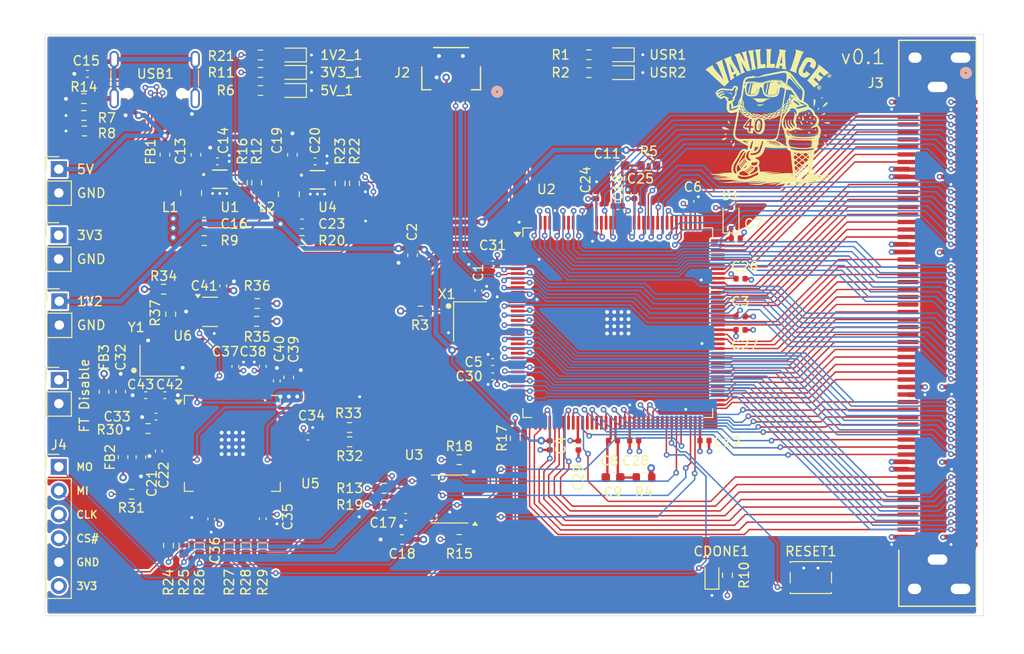
<source format=kicad_pcb>
(kicad_pcb (version 20240108) (generator "pcbnew") (generator_version "8.0")
  (layers (0 "F.Cu" signal) (1 "In1.Cu" power) (2 "In2.Cu" power) (31 "B.Cu" signal) (34 "B.Paste" user) (35 "F.Paste" user) (36 "B.SilkS" user "B.Silkscreen") (37 "F.SilkS" user "F.Silkscreen") (38 "B.Mask" user) (39 "F.Mask" user) (44 "Edge.Cuts" user))
  (net 0 "")
  (net 1 "/USB_DP")
  (net 2 "/USB_DN")
  (net 3 "+1V2")
  (net 4 "/IOT_216")
  (net 5 "+3V3")
  (net 6 "/IOT_215")
  (net 7 "/IOT_213")
  (net 8 "/IOT_181")
  (net 9 "/GNDPLL0")
  (net 10 "/ICE_CRESET")
  (net 11 "/IOT_217")
  (net 12 "/IOT_220")
  (net 13 "/IOT_219")
  (net 14 "GND")
  (net 15 "/IOT_171")
  (net 16 "/SPI_MOSI")
  (net 17 "/ICE_CDONE")
  (net 18 "/IOT_174")
  (net 19 "/IOT_190")
  (net 20 "/SPI_CLK")
  (net 21 "/GNDPLL1")
  (net 22 "/IOT_214")
  (net 23 "/IOT_198")
  (net 24 "/IOT_191")
  (net 25 "/FLASH_CS#")
  (net 26 "/IOT_179")
  (net 27 "/IOT_169")
  (net 28 "/IOT_192")
  (net 29 "/IOT_173")
  (net 30 "/IOT_221")
  (net 31 "/IOT_197")
  (net 32 "/IOT_172")
  (net 33 "/IOT_212")
  (net 34 "/IOT_178")
  (net 35 "/IOT_206")
  (net 36 "/SPI_MISO")
  (net 37 "/IOT_170")
  (net 38 "/IOT_168")
  (net 39 "/IOT_222")
  (net 40 "/IOT_177")
  (net 41 "/FT_VCORE")
  (net 42 "VBUS_5V")
  (net 43 "Net-(USB1-SHIELD)")
  (net 44 "Net-(USB1-CC2)")
  (net 45 "Net-(USB1-CC1)")
  (net 48 "Net-(1V2_1-A)")
  (net 49 "Net-(U6-DO)")
  (net 50 "Net-(U5-VPLL)")
  (net 51 "Net-(U5-VPHY)")
  (net 52 "Net-(U5-OSCI)")
  (net 53 "Net-(U5-OSCO)")
  (net 54 "Net-(U1-PG)")
  (net 55 "Net-(U1-FB)")
  (net 56 "Net-(U4-PG)")
  (net 57 "Net-(U4-FB)")
  (net 58 "Net-(U5-ADBUS0)")
  (net 59 "Net-(U5-ADBUS1)")
  (net 60 "Net-(U5-ADBUS2)")
  (net 61 "Net-(U5-ADBUS4)")
  (net 62 "Net-(U5-ADBUS6)")
  (net 63 "Net-(U5-ADBUS7)")
  (net 64 "Net-(U5-REF)")
  (net 65 "Net-(U5-BDBUS0)")
  (net 66 "Net-(U5-BDBUS1)")
  (net 67 "Net-(U5-EECLK)")
  (net 68 "Net-(U5-EECS)")
  (net 69 "Net-(U5-EEDATA)")
  (net 97 "/IOR_139")
  (net 98 "/IOR_110")
  (net 99 "/IOR_116")
  (net 100 "/IOR_109")
  (net 101 "/IOR_118")
  (net 102 "/IOR_128")
  (net 103 "/IOR_120")
  (net 104 "/IOR_114")
  (net 105 "/IOR_117")
  (net 106 "/IOR_119")
  (net 107 "/IOR_112")
  (net 108 "/IOR_111")
  (net 109 "/IOR_136")
  (net 110 "/IOR_115")
  (net 111 "/IOR_137")
  (net 112 "/IOR_138")
  (net 113 "/IOL_13B")
  (net 114 "/IOB_61")
  (net 115 "/IOL_17A")
  (net 116 "/IOL_3B")
  (net 117 "/IOB_56")
  (net 118 "/IOL_23B")
  (net 119 "/IOL_25B")
  (net 120 "/IOB_82")
  (net 121 "/IOL_2A")
  (net 122 "/IOL_17B")
  (net 123 "/IOB_95")
  (net 124 "/IOB_81")
  (net 125 "/IOB_71")
  (net 126 "/IOR_144")
  (net 127 "/IOL_3A")
  (net 128 "/IOL_10A")
  (net 129 "/IOR_164")
  (net 130 "/IOL_25A")
  (net 131 "/IOR_167")
  (net 132 "/IOL_4B")
  (net 133 "/IOL_8B")
  (net 134 "/IOB_73")
  (net 135 "/IOR_141")
  (net 136 "/IOB_94")
  (net 137 "/IOB_72")
  (net 138 "/IOL_10B")
  (net 139 "/IOL_18B")
  (net 140 "/IOB_63")
  (net 141 "/IOB_91")
  (net 142 "/IOB_96")
  (net 143 "/IOL_4A")
  (net 144 "/IOR_147")
  (net 145 "/IOL_12A")
  (net 146 "/IOR_165")
  (net 147 "/IOL_24A")
  (net 148 "/IOL_2B")
  (net 149 "/IOB_80")
  (net 150 "/IOB_57")
  (net 151 "/IOR_146")
  (net 152 "/IOB_79")
  (net 153 "/IOL_12B")
  (net 154 "/IOL_14B")
  (net 155 "/IOL_8A")
  (net 156 "/IOB_104")
  (net 157 "/IOR_148")
  (net 158 "/IOR_152")
  (net 159 "/IOB_103")
  (net 160 "/IOR_140")
  (net 161 "/IOB_102")
  (net 162 "/IOL_5A")
  (net 163 "/IOR_166")
  (net 164 "/IOL_5B")
  (net 165 "/IOL_24B")
  (net 166 "/IOB_64")
  (net 167 "/IOR_160")
  (net 168 "/IOL_14A")
  (net 169 "/IOL_13A")
  (net 170 "/IOR_161")
  (net 171 "/IOL_23A")
  (net 172 "/IOL_18A")
  (net 173 "Net-(3V3_1-A)")
  (net 174 "Net-(U2E-VCCPLL0)")
  (net 175 "Net-(U2E-VCCPLL1)")
  (net 176 "Net-(5V_1-A)")
  (net 177 "Net-(D1-K)")
  (net 178 "Net-(U3-~{WP})")
  (net 179 "Net-(U3-~{HOLD})")
  (net 188 "Net-(USR1-A)")
  (net 189 "Net-(USR2-A)")
  (net 190 "Net-(X1-OE)")
  (net 191 "/U5V")
  (net 192 "/3V3_SW")
  (net 193 "/1V2_SW")
  (net 194 "/RESET#")
  (footprint "Resistor_SMD:R_0603_1608Metric" (layer "F.Cu") (at 82.36 60.2234 180)
    (property "Reference" "R3")
    (property "Value" "0")
  )
  (footprint "Package_SO:SOIC-8_3.9x4.9mm_P1.27mm" (layer "F.Cu") (at 85.471 80.264 180)
    (property "Reference" "U3")
    (property "Value" "W25X40CLSN")
  )
  (footprint "Capacitor_SMD:C_0402_1005Metric" (layer "F.Cu") (at 55.106 69.196)
    (property "Reference" "C42")
    (property "Value" "27pf")
  )
  (footprint "Capacitor_SMD:C_0603_1608Metric" (layer "F.Cu") (at 50.407 68.815 90)
    (property "Reference" "C32")
    (property "Value" "22uf")
  )
  (footprint "Resistor_SMD:R_0603_1608Metric" (layer "F.Cu") (at 86.487 76.073)
    (property "Reference" "R18")
    (property "Value" "10k")
  )
  (footprint "Resistor_SMD:R_0603_1608Metric" (layer "F.Cu") (at 53.328 72.752)
    (property "Reference" "R30")
    (property "Value" "12k")
  )
  (footprint "Resistor_SMD:R_0603_1608Metric" (layer "F.Cu") (at 65.3035 32.9184)
    (property "Reference" "R21")
    (property "Value" "2.2k")
  )
  (footprint "Diode_SMD:D_0603_1608Metric" (layer "F.Cu") (at 113.411 88.392 90)
    (property "Reference" "CDONE1")
    (property "Value" "Green")
  )
  (footprint "Capacitor_SMD:C_0402_1005Metric" (layer "F.Cu") (at 90.043 67.183 180)
    (property "Reference" "C30")
    (property "Value" "0.1uf")
  )
  (footprint "Capacitor_SMD:C_0402_1005Metric" (layer "F.Cu") (at 46.863 34.925)
    (property "Reference" "C15")
    (property "Value" "0.1uf")
  )
  (footprint "Capacitor_SMD:C_0402_1005Metric" (layer "F.Cu") (at 116.459 60.8076)
    (property "Reference" "C3")
    (property "Value" "0.1uf")
  )
  (footprint "Capacitor_SMD:C_0402_1005Metric" (layer "F.Cu") (at 65.547 66.12 90)
    (property "Reference" "C38")
    (property "Value" "0.1uf")
  )
  (footprint "Resistor_SMD:R_0603_1608Metric" (layer "F.Cu") (at 78.486 80.899)
    (property "Reference" "R19")
    (property "Value" "10k")
  )
  (footprint "Resistor_SMD:R_0603_1608Metric" (layer "F.Cu") (at 54.979 57.893)
    (property "Reference" "R34")
    (property "Value" "10k")
  )
  (footprint "Resistor_SMD:R_0603_1608Metric" (layer "F.Cu") (at 55.741 60.56 -90)
    (property "Reference" "R37")
    (property "Value" "2.2k")
  )
  (footprint "Capacitor_SMD:C_0402_1005Metric" (layer "F.Cu") (at 90.043 65.659 180)
    (property "Reference" "C5")
    (property "Value" "0.1uf")
  )
  (footprint "Capacitor_SMD:C_0402_1005Metric" (layer "F.Cu") (at 116.459 62.23)
    (property "Reference" "C27")
    (property "Value" "0.1uf")
  )
  (footprint "Resistor_SMD:R_0603_1608Metric" (layer "F.Cu") (at 57.15 85.217 -90)
    (property "Reference" "R25")
    (property "Value" "0")
  )
  (footprint "Resistor_SMD:R_0603_1608Metric" (layer "F.Cu") (at 73.787 46.609 90)
    (property "Reference" "R23")
    (property "Value" "10k")
  )
  (footprint "Inductor_SMD:L_0603_1608Metric" (layer "F.Cu") (at 50.661 75.8 90)
    (property "Reference" "FB2")
    (property "Value" "600ohm/500ma")
  )
  (footprint "Capacitor_SMD:C_0402_1005Metric" (layer "F.Cu") (at 60.706 44.259)
    (property "Reference" "C14")
    (property "Value" "0.1uf")
  )
  (footprint "Diode_SMD:D_SOD-323F" (layer "F.Cu") (at 115.443 50.292 90)
    (property "Reference" "D1")
    (property "Value" "1N4148WSF-7")
  )
  (footprint "Resistor_SMD:R_0603_1608Metric" (layer "F.Cu") (at 78.486 79.121)
    (property "Reference" "R13")
    (property "Value" "10k")
  )
  (footprint "logo:logo" (layer "F.Cu") (at 119.634 39.624)
    (property "Reference" "G***" (hide yes))
    (property "Value" "LOGO" (hide yes))
  )
  (footprint "Capacitor_SMD:C_0603_1608Metric" (layer "F.Cu") (at 103.378 44.704 180)
    (property "Reference" "C11")
    (property "Value" "22uf")
  )
  (footprint "Resistor_SMD:R_0603_1608Metric" (layer "F.Cu") (at 63.373 46.545 90)
    (property "Reference" "R16")
    (property "Value" "10k")
  )
  (footprint "Diode_SMD:D_0603_1608Metric" (layer "F.Cu") (at 103.632 32.893 180)
    (property "Reference" "USR1")
    (property "Value" "Blue")
  )
  (footprint "Resistor_SMD:R_0603_1608Metric" (layer "F.Cu") (at 61.976 85.217 -90)
    (property "Reference" "R27")
    (property "Value" "0")
  )
  (footprint "Capacitor_SMD:C_0603_1608Metric" (layer "F.Cu") (at 69.723 50.927)
    (property "Reference" "C23")
    (property "Value" "22uf")
  )
  (footprint "Capacitor_SMD:C_0402_1005Metric" (layer "F.Cu") (at 99.187 74.549 -90)
    (property "Reference" "C29")
    (property "Value" "0.1uf")
  )
  (footprint "Capacitor_SMD:C_0603_1608Metric" (layer "F.Cu") (at 81.5086 54.2798 -90)
    (property "Reference" "C2")
    (property "Value" "22uf")
  )
  (footprint "Capacitor_SMD:C_0603_1608Metric" (layer "F.Cu") (at 68.707 43.561 90)
    (property "Reference" "C19")
    (property "Value" "22uf")
  )
  (footprint "Capacitor_SMD:C_0402_1005Metric" (layer "F.Cu") (at 70.373 73.613)
    (property "Reference" "C34")
    (property "Value" "0.1uf")
  )
  (footprint "Capacitor_SMD:C_0402_1005Metric" (layer "F.Cu") (at 112.621 74.041)
    (property "Reference" "C12")
    (property "Value" "0.1uf")
  )
  (footprint "Resistor_SMD:R_0603_1608Metric" (layer "F.Cu") (at 51.562 79.756)
    (property "Reference" "R31")
    (property "Value" "2.2k")
  )
  (footprint "Capacitor_SMD:C_0603_1608Metric" (layer "F.Cu") (at 80.391 84.582 180)
    (property "Reference" "C18")
    (property "Value" "22uf")
  )
  (footprint "Capacitor_SMD:C_0402_1005Metric" (layer "F.Cu") (at 90.043 55.245 180)
    (property "Reference" "C31")
    (property "Value" "0.1uf")
  )
  (footprint "Resistor_SMD:R_0603_1608Metric" (layer "F.Cu") (at 64.949 59.417 180)
    (property "Reference" "R36")
    (property "Value" "10k")
  )
  (footprint "Resistor_SMD:R_0603_1608Metric" (layer "F.Cu") (at 92.456 73.787 -90)
    (property "Reference" "R17")
    (property "Value" "10k")
  )
  (footprint "Resistor_SMD:R_0603_1608Metric" (layer "F.Cu") (at 58.801 85.217 -90)
    (property "Reference" "R26")
    (property "Value" "0")
  )
  (footprint "Resistor_SMD:R_0603_1608Metric" (layer "F.Cu") (at 106.68 44.704 180)
    (property "Reference" "R5")
    (property "Value" "100")
  )
  (footprint "Capacitor_SMD:C_0402_1005Metric" (layer "F.Cu") (at 54.15 71.482 180)
    (property "Reference" "C33")
    (property "Value" "0.1uf")
  )
  (footprint "Resistor_SMD:R_0603_1608Metric" (layer "F.Cu") (at 106.172 77.978 180)
    (property "Reference" "R4")
    (property "Value" "100")
  )
  (footprint "Capacitor_SMD:C_0402_1005Metric" (layer "F.Cu") (at 103.378 49.022 180)
    (property "Reference" "C10")
    (property "Value" "0.1uf")
  )
  (footprint "Capacitor_SMD:C_0603_1608Metric" (layer "F.Cu") (at 68.314 67.291 90)
    (property "Reference" "C39")
    (property "Value" "22uf")
  )
  (footprint "Connector_PinHeader_2.54mm:PinHeader_1x02_P2.54mm_Vertical" (layer "F.Cu") (at 43.7896 52.131)
    (property "Reference" "J6" (hide yes))
    (property "Value" "Conn_01x02_Pin")
  )
  (footprint "PS563252DRLR:SOT6_DRL_TEX" (layer "F.Cu") (at 60.96 46.164)
    (property "Reference" "U1")
    (property "Value" "TPS563252DRLR")
  )
  (footprint "Capacitor_SMD:C_0402_1005Metric" (layer "F.Cu") (at 102.87 74.041 180)
    (property "Reference" "C8")
    (property "Value" "0.1uf")
  )
  (footprint "Capacitor_SMD:C_0402_1005Metric" (layer "F.Cu") (at 67.044 67.672 90)
    (property "Reference" "C40")
    (property "Value" "0.1uf")
  )
  (footprint "Diode_SMD:D_0603_1608Metric" (layer "F.Cu") (at 103.632 34.798 180)
    (property "Reference" "USR2")
    (property "Value" "Blue")
  )
  (footprint "Resistor_SMD:R_0603_1608Metric" (layer "F.Cu") (at 46.482 37.5655 180)
    (property "Reference" "R14")
    (property "Value" "10M")
  )
  (footprint "Capacitor_SMD:C_0402_1005Metric" (layer "F.Cu") (at 115.951 52.451)
    (property "Reference" "C7")
    (property "Value" "0.1uf")
  )
  (footprint "PS563252DRLR:SOT6_DRL_TEX" (layer "F.Cu") (at 71.374 46.228)
    (property "Reference" "U4")
    (property "Value" "TPS563252DRLR")
  )
  (footprint "Package_QFP:LQFP-64_10x10mm_P0.5mm" (layer "F.Cu") (at 62.305 74.335)
    (property "Reference" "U5")
    (property "Value" "FT2232HL")
  )
  (footprint "Inductor_SMD:L_1008_2520Metric" (layer "F.Cu") (at 68.326 47.752 -90)
    (property "Reference" "L2")
    (property "Value" "2.2uH")
  )
  (footprint "Resistor_SMD:R_0603_1608Metric" (layer "F.Cu") (at 59.309 52.705)
    (property "Reference" "R9")
    (property "Value" "10k")
  )
  (footprint "Capacitor_SMD:C_0402_1005Metric" (layer "F.Cu") (at 60.059 82.404 -90)
    (property "Reference" "C36")
    (property "Value" "0.1uf")
  )
  (footprint "Resistor_SMD:R_0603_1608Metric" (layer "F.Cu") (at 69.723 52.705)
    (property "Reference" "R20")
    (property "Value" "10k")
  )
  (footprint "Resistor_SMD:R_0603_1608Metric" (layer "F.Cu") (at 75.311 46.609 -90)
    (property "Reference" "R22")
    (property "Value" "10k")
  )
  (footprint "Resistor_SMD:R_0603_1608Metric" (layer "F.Cu") (at 100.2925 32.893)
    (property "Reference" "R1")
    (property "Value" "2.2k")
  )
  (footprint "Resistor_SMD:R_0603_1608Metric" (layer "F.Cu") (at 100.2925 34.798)
    (property "Reference" "R2")
    (property "Value" "2.2k")
  )
  (footprint "Oscillator:Oscillator_SMD_SeikoEpson_SG8002CE-4Pin_3.2x2.5mm" (layer "F.Cu") (at 87.63 61.341 -90)
    (property "Reference" "X1")
    (property "Value" "SG-8101CE 100Mhz")
  )
  (footprint "Inductor_SMD:L_0603_1608Metric" (layer "F.Cu") (at 48.629 68.815 -90)
    (property "Reference" "FB3")
    (property "Value" "600ohm/500ma")
  )
  (footprint "Package_TO_SOT_SMD:SOT-23-6" (layer "F.Cu") (at 59.932 60.306)
    (property "Reference" "U6")
    (property "Value" "93LCxxBxxOT")
  )
  (footprint "Resistor_SMD:R_0603_1608Metric" (layer "F.Cu") (at 65.3035 34.7726)
    (property "Reference" "R11")
    (property "Value" "2.2k")
  )
  (footprint "Resistor_SMD:R_0603_1608Metric" (layer "F.Cu") (at 65.3035 36.703)
    (property "Reference" "R6")
    (property "Value" "2.2k")
  )
  (footprint "Resistor_SMD:R_0603_1608Metric" (layer "F.Cu") (at 63.754 85.217 -90)
    (property "Reference" "R28")
    (property "Value" "0")
  )
  (footprint "Resistor_SMD:R_0603_1608Metric" (layer "F.Cu") (at 46.482 39.37)
    (property "Reference" "R7")
    (property "Value" "5.1k")
  )
  (footprint "Button_Switch_SMD:SW_SPST_PTS810" (layer "F.Cu") (at 123.952 88.646)
    (property "Reference" "RESET1")
    (property "Value" "SPDT")
  )
  (footprint "Capacitor_SMD:C_0603_1608Metric" (layer "F.Cu") (at 59.309 50.736)
    (property "Reference" "C16")
    (property "Value" "22uf")
  )
  (footprint "Resistor_SMD:R_0603_1608Metric" (layer "F.Cu") (at 86.487 84.582)
    (property "Reference" "R15")
    (property "Value" "10k")
  )
  (footprint "Capacitor_SMD:C_0603_1608Metric" (layer "F.Cu") (at 52.566 75.8 -90)
    (property "Reference" "C21")
    (property "Value" "22uf")
  )
  (footprint "Resistor_SMD:R_0603_1608Metric" (layer "F.Cu") (at 55.499 85.217 -90)
    (property "Reference" "R24")
    (property "Value" "0")
  )
  (footprint "Package_QFP:TQFP-144_20x20mm_P0.5mm" (layer "F.Cu") (at 103.378 61.468)
    (property "Reference" "U2")
    (property "Value" "ICE40HX4K-TQ144")
  )
  (footprint "Inductor_SMD:L_1008_2520Metric" (layer "F.Cu") (at 57.912 47.625 -90)
    (property "Reference" "L1")
    (property "Value" "2.2uH")
  )
  (footprint "Capacitor_SMD:C_0402_1005Metric" (layer "F.Cu") (at 62.626 66.12 90)
    (property "Reference" "C37")
    (property "Value" "0.1uf")
  )
  (footprint "Resistor_SMD:R_0603_1608Metric" (layer "F.Cu") (at 65.532 85.217 -90)
    (property "Reference" "R29")
    (property "Value" "0")
  )
  (footprint "Resistor_SMD:R_0603_1608Metric" (layer "F.Cu") (at 74.803 74.168)
    (property "Reference" "R32")
    (property "Value" "0")
  )
  (footprint "Connector_PinHeader_2.54mm:PinHeader_1x02_P2.54mm_Vertical" (layer "F.Cu") (at 43.8658 59.177)
    (property "Reference" "J7" (hide yes))
    (property "Value" "Conn_01x02_Pin")
  )
  (footprint "Capacitor_SMD:C_0402_1005Metric" (layer "F.Cu") (at 61.329 57.54 90)
    (property "Reference" "C41")
    (property "Value" "0.1uf")
  )
  (footprint "Capacitor_SMD:C_0402_1005Metric" (layer "F.Cu") (at 116.459 56.769)
    (property "Reference" "C26")
    (property "Value" "0.1uf")
  )
  (footprint "Resistor_SMD:R_0603_1608Metric" (layer "F.Cu") (at 64.897 46.545 -90)
    (property "Reference" "R12")
    (property "Value" "45.3k")
  )
  (footprint "Resistor_SMD:R_0603_1608Metric" (layer "F.Cu") (at 115.062 88.392 90)
    (property "Reference" "R10")
    (property "Value" "2.2k")
  )
  (footprint "Inductor_SMD:L_0603_1608Metric" (layer "F.Cu") (at 55.118 43.5485 -90)
    (property "Reference" "FB1")
    (property "Value" "600ohm/500ma")
  )
  (footprint "Capacitor_SMD:C_0402_1005Metric" (layer "F.Cu") (at 65.547 82.376 -90)
    (property "Reference" "C35")
    (property "Value" "0.1uf")
  )
  (footprint "SM04B-SRSS-TB-LF-SN:CONN_SM04B_JST" (layer "F.Cu") (at 87.122 36.83 180)
    (property "Reference" "J2")
    (property "Value" "SM04B-SRSS-TBLFSN")
  )
  (footprint "Connector_PinHeader_2.54mm:PinHeader_1x02_P2.54mm_Vertical" (layer "F.Cu") (at 43.815 45.085)
    (property "Reference" "J1" (hide yes))
    (property "Value" "Conn_01x02_Pin")
  )
  (footprint "Capacitor_SMD:C_0402_1005Metric" (layer "F.Cu") (at 88.519 58.039 90)
    (property "Reference" "C1")
    (property "Value" "0.1uf")
  )
  (footprint "Resistor_SMD:R_0603_1608Metric" (layer "F.Cu") (at 64.885 61.322 180)
    (property "Reference" "R35")
    (property "Value" "10k")
  )
  (footprint "Connector_USB:USB_C_Receptacle_GCT_USB4105-xx-A_16P_TopMnt_Horizontal" (layer "F.Cu") (at 54.029 34.446 180)
    (property "Reference" "USB1")
    (property "Value" "USB_C_Receptacle_USB2.0_16P")
  )
  (footprint "Diode_SMD:D_0603_1608Metric" (layer "F.Cu") (at 68.707 36.703 180)
    (property "Reference" "5V_1")
    (property "Value" "Red")
  )
  (footprint "Crystal:Crystal_SMD_3225-4Pin_3.2x2.5mm" (layer "F.Cu") (at 54.471 65.513)
    (property "Reference" "Y1")
    (property "Value" "12Mhz/18pf")
  )
  (footprint "Capacitor_SMD:C_0402_1005Metric" (layer "F.Cu") (at 105.156 47.752 90)
    (property "Reference" "C25")
    (property "Value" "0.1uf")
  )
  (footprint "Capacitor_SMD:C_0402_1005Metric" (layer "F.Cu") (at 111.125 48.514 90)
    (property "Reference" "C6")
    (property "Value" "0.1uf")
  )
  (footprint "Capacitor_SMD:C_0402_1005Metric" (layer "F.Cu") (at 53.074 69.196 180)
    (property "Reference" "C43")
    (property "Value" "27pf")
  )
  (footprint "Capacitor_SMD:C_0402_1005Metric" (layer "F.Cu") (at 105.128 74.041)
    (property "Reference" "C28")
    (property "Value" "0.1uf")
  )
  (footprint "Resistor_SMD:R_0603_1608Metric" (layer "F.Cu") (at 74.803 72.644)
    (property "Reference" "R33")
    (property "Value" "0")
  )
  (footprint "Resistor_SMD:R_0603_1608Metric" (layer "F.Cu") (at 46.545 41.021)
    (property "Reference" "R8")
    (property "Value" "5.1k")
  )
  (footprint "Capacitor_SMD:C_0402_1005Metric" (layer "F.Cu") (at 54.471 75.165 -90)
    (property "Reference" "C22")
    (property "Value" "0.1uf")
  )
  (footprint "Capacitor_SMD:C_0402_1005Metric" (layer "F.Cu") (at 80.772 82.169 180)
    (property "Reference" "C17")
    (property "Value" "0.1uf")
  )
  (footprint "Connector_PinHeader_2.54mm:PinHeader_1x06_P2.54mm_Vertical" (layer "F.Cu") (at 43.815 76.835)
    (property "Reference" "J4")
    (property "Value" "Conn_01x06_Pin")
  )
  (footprint "Capacitor_SMD:C_0603_1608Metric" (layer "F.Cu") (at 58.42 43.561 90)
    (property "Reference" "C13")
    (property "Value" "22uf")
  )
  (footprint "Capacitor_SMD:C_0402_1005Metric" (layer "F.Cu") (at 101.092 47.752 90)
    (property "Reference" "C24")
    (property "Value" "0.1uf")
  )
  (footprint "Capacitor_SMD:C_0603_1608Metric" (layer "F.Cu") (at 102.87 77.978 180)
    (property "Reference" "C9")
    (property "Value" "22uf")
  )
  (footprint "Diode_SMD:D_0603_1608Metric" (layer "F.Cu") (at 68.707 34.7726 180)
    (property "Reference" "3V3_1")
    (property "Value" "Red")
  )
  (footprint "Diode_SMD:D_0603_1608Metric" (layer "F.Cu") (at 68.707 32.9184 180)
    (property "Reference" "1V2_1")
    (property "Value" "Red")
  )
  (footprint "custom:CUSTOM_FX_120S-0.8SH20" (layer "F.Cu") (at 137.45 61.524999 -90)
    (property "Reference" "J3")
    (property "Value" "FX18-120S-0.8SH")
  )
  (footprint "Connector_PinHeader_2.54mm:PinHeader_1x02_P2.54mm_Vertical" (layer "F.Cu") (at 43.815 67.559)
    (property "Reference" "J5" (hide yes))
    (property "Value" "Conn_01x02_Pin")
  )
  (footprint "Capacitor_SMD:C_0402_1005Metric" (layer "F.Cu") (at 96.139 74.549 -90)
    (property "Reference" "C4")
    (property "Value" "0.1uf")
  )
  (footprint "Capacitor_SMD:C_0402_1005Metric" (layer "F.Cu") (at 71.12 44.259)
    (property "Reference" "C20")
    (property "Value" "0.1uf")
  )
  (gr_circle (center 85.344 59.69) (end 85.598 59.69) (stroke (width 0.1)) (fill solid) (layer "F.SilkS"))
  (gr_circle (center 51.816 66.548) (end 52.07 66.548) (stroke (width 0.1)) (fill solid) (layer "F.SilkS"))
  (gr_rect (start 42.35 30.715101) (end 142.35 92.715101) (stroke (width 0.05)) (fill none) (layer "Edge.Cuts"))
  (gr_text "5V" (at 45.6438 45.68675 0) (layer "F.SilkS") (effects (font (size 1 1)) (justify left bottom)))
  (gr_text "FT Disable" (at 47.117 73.268572 90) (layer "F.SilkS") (effects (font (size 1 1)) (justify left bottom)))
  (gr_text "CS#" (at 45.593 84.942625 0) (layer "F.SilkS") (effects (font (size 0.8 0.8) (thickness 0.15) (bold yes)) (justify left bottom)))
  (gr_text "GND" (at 45.6438 62.31875 0) (layer "F.SilkS") (effects (font (size 1 1)) (justify left bottom)))
  (gr_text "3V3" (at 45.593 90.022625 0) (layer "F.SilkS") (effects (font (size 0.8 0.8) (thickness 0.15) (bold yes)) (justify left bottom)))
  (gr_text "GND" (at 45.593 87.482625 0) (layer "F.SilkS") (effects (font (size 0.8 0.8) (thickness 0.15) (bold yes)) (justify left bottom)))
  (gr_text "MO" (at 45.593 77.322625 0) (layer "F.SilkS") (effects (font (size 0.8 0.8) (thickness 0.15) (bold yes)) (justify left bottom)))
  (gr_text "GND" (at 45.6438 48.22675 0) (layer "F.SilkS") (effects (font (size 1 1)) (justify left bottom)))
  (gr_text "1V2" (at 45.6438 59.77875 0) (layer "F.SilkS") (effects (font (size 1 1)) (justify left bottom)))
  (gr_text "MI" (at 45.593 79.862625 0) (layer "F.SilkS") (effects (font (size 0.8 0.8) (thickness 0.15) (bold yes)) (justify left bottom)))
  (gr_text "CLK" (at 45.593 82.402625 0) (layer "F.SilkS") (effects (font (size 0.8 0.8) (thickness 0.15) (bold yes)) (justify left bottom)))
  (gr_text "3V3" (at 45.6438 52.73275 0) (layer "F.SilkS") (effects (font (size 1 1)) (justify left bottom)))
  (gr_text "v0.1" (at 127 34.02595 0) (layer "F.SilkS") (effects (font (size 1.524 1.524) (thickness 0.1524)) (justify left bottom)))
  (gr_text "GND" (at 45.6438 55.27275 0) (layer "F.SilkS") (effects (font (size 1 1)) (justify left bottom)))
  (segment (start 53.349493 40.816645) (end 46.780493 47.385645) (width 0.155814) (layer "F.Cu") (net 1))
  (segment (start 56.63 74.085) (end 55.467499 74.085) (width 0.155448) (layer "F.Cu") (net 1))
  (segment (start 53.279 38.988501) (end 53.349493 39.058994) (width 0.155814) (layer "F.Cu") (net 1))
  (segment (start 53.279 37.462679) (end 53.279 38.126) (width 0.155814) (layer "F.Cu") (net 1))
  (segment (start 54.279 36.372) (end 54.229 36.322) (width 0.155814) (layer "F.Cu") (net 1))
  (segment (start 54.279 38.126) (end 54.279 36.372) (width 0.155814) (layer "F.Cu") (net 1))
  (segment (start 53.023222 36.386222) (end 53.023222 36.707099) (width 0.155814) (layer "F.Cu") (net 1))
  (segment (start 47.930462 74.014324) (end 47.899655 73.983517) (width 0.155448) (layer "F.Cu") (net 1))
  (segment (start 53.013693 37.197372) (end 53.279 37.462679) (width 0.155814) (layer "F.Cu") (net 1))
  (segment (start 46.780493 72.864355) (end 47.899655 73.983517) (width 0.155814) (layer "F.Cu") (net 1))
  (segment (start 55.396823 74.014324) (end 47.930462 74.014324) (width 0.155448) (layer "F.Cu") (net 1))
  (segment (start 53.023222 36.707099) (end 53.013693 36.716628) (width 0.155814) (layer "F.Cu") (net 1))
  (segment (start 53.279 38.126) (end 53.279 38.988501) (width 0.155814) (layer "F.Cu") (net 1))
  (segment (start 53.349493 39.058994) (end 53.349493 40.816645) (width 0.155814) (layer "F.Cu") (net 1))
  (segment (start 53.013693 36.716628) (end 53.013693 37.197372) (width 0.155814) (layer "F.Cu") (net 1))
  (segment (start 55.467499 74.085) (end 55.396823 74.014324) (width 0.155448) (layer "F.Cu") (net 1))
  (segment (start 46.780493 47.385645) (end 46.780493 72.864355) (width 0.155814) (layer "F.Cu") (net 1))
  (via (at 53.023222 36.386222) (size 0.6096) (drill 0.3048) (layers "F.Cu" "B.Cu") (net 1))
  (via (at 54.229 36.322) (size 0.6096) (drill 0.3048) (layers "F.Cu" "B.Cu") (net 1))
  (segment (start 53.023222 36.386222) (end 53.087444 36.322) (width 0.155814) (layer "B.Cu") (net 1))
  (segment (start 53.087444 36.322) (end 54.229 36.322) (width 0.155814) (layer "B.Cu") (net 1))
  (segment (start 54.864 36.957) (end 54.779 37.042) (width 0.155814) (layer "F.Cu") (net 2))
  (segment (start 53.594 36.957) (end 53.779 37.142) (width 0.155814) (layer "F.Cu") (net 2))
  (segment (start 48.079538 73.655676) (end 48.048365 73.624503) (width 0.155448) (layer "F.Cu") (net 2))
  (segment (start 53.779 37.142) (end 53.779 38.126) (width 0.155814) (layer "F.Cu") (net 2))
  (segment (start 55.467499 73.585) (end 55.396823 73.655676) (width 0.155448) (layer "F.Cu") (net 2))
  (segment (start 54.779 37.042) (end 54.779 38.126) (width 0.155814) (layer "F.Cu") (net 2))
  (segment (start 47.139507 72.715645) (end 48.048365 73.624503) (width 0.155814) (layer "F.Cu") (net 2))
  (segment (start 53.708507 39.058994) (end 53.708507 40.965355) (width 0.155814) (layer "F.Cu") (net 2))
  (segment (start 55.396823 73.655676) (end 48.079538 73.655676) (width 0.155448) (layer "F.Cu") (net 2))
  (segment (start 53.708507 40.965355) (end 47.139507 47.534355) (width 0.155814) (layer "F.Cu") (net 2))
  (segment (start 53.779 38.988501) (end 53.708507 39.058994) (width 0.155814) (layer "F.Cu") (net 2))
  (segment (start 47.139507 47.534355) (end 47.139507 72.715645) (width 0.155814) (layer "F.Cu") (net 2))
  (segment (start 56.63 73.585) (end 55.467499 73.585) (width 0.155448) (layer "F.Cu") (net 2))
  (segment (start 53.779 38.126) (end 53.779 38.988501) (width 0.155814) (layer "F.Cu") (net 2))
  (via (at 54.864 36.957) (size 0.6096) (drill 0.3048) (layers "F.Cu" "B.Cu") (net 2))
  (via (at 53.594 36.957) (size 0.6096) (drill 0.3048) (layers "F.Cu" "B.Cu") (net 2))
  (segment (start 53.594 36.957) (end 54.864 36.957) (width 0.155814) (layer "B.Cu") (net 2))
  (segment (start 67.437 50.927) (end 68.948 50.927) (width 0.508) (layer "F.Cu") (net 3))
  (segment (start 95.2526 74.069) (end 95.2246 74.041) (width 0.254) (layer "F.Cu") (net 3))
  (segment (start 106.934 76.962) (end 106.934 77.915) (width 0.508) (layer "F.Cu") (net 3))
  (segment (start 96.139 74.069) (end 96.139 72.1415) (width 0.254) (layer "F.Cu") (net 3))
  (segment (start 68.948 50.927) (end 68.948 49.449) (width 0.254) (layer "F.Cu") (net 3))
  (segment (start 110.363 48.768) (end 110.589 48.994) (width 0.156464) (layer "F.Cu") (net 3))
  (segment (start 90.523 64.8436) (end 89.9414 64.262) (width 0.254) (layer "F.Cu") (net 3))
  (segment (start 83.7946 50.7238) (end 81.5086 53.0098) (width 0.508) (layer "F.Cu") (net 3))
  (segment (start 107.505 44.704) (end 105.854 43.053) (width 0.254) (layer "F.Cu") (net 3))
  (segment (start 114.0405 60.718) (end 115.8894 60.718) (width 0.254) (layer "F.Cu") (net 3))
  (segment (start 81.5086 53.0098) (end 81.5086 53.5048) (width 0.508) (layer "F.Cu") (net 3))
  (segment (start 96.139 74.069) (end 95.2526 74.069) (width 0.254) (layer "F.Cu") (net 3))
  (segment (start 105.854 43.053) (end 104.267 43.053) (width 0.254) (layer "F.Cu") (net 3))
  (segment (start 116.4082 60.153296) (end 115.979 60.582496) (width 0.254) (layer "F.Cu") (net 3))
  (segment (start 64.4785 32.9184) (end 63.2714 32.9184) (width 0.156464) (layer "F.Cu") (net 3))
  (segment (start 68.948 50.927) (end 69.71 51.689) (width 0.254) (layer "F.Cu") (net 3))
  (segment (start 110.589 48.994) (end 111.125 48.994) (width 0.156464) (layer "F.Cu") (net 3))
  (segment (start 63.2714 32.9184) (end 63.246 32.893) (width 0.156464) (layer "F.Cu") (net 3))
  (segment (start 81.5086 53.5048) (end 82.5624 53.5048) (width 0.508) (layer "F.Cu") (net 3))
  (segment (start 89.9414 64.262) (end 85.852 64.262) (width 0.254) (layer "F.Cu") (net 3))
  (segment (start 115.979 60.582496) (end 115.979 60.8076) (width 0.254) (layer "F.Cu") (net 3))
  (segment (start 81.4132 53.5426) (end 80.0292 53.5426) (width 0.508) (layer "F.Cu") (net 3))
  (segment (start 75.311 49.53) (end 75.311 47.434) (width 0.254) (layer "F.Cu") (net 3))
  (segment (start 90.523 65.659) (end 90.523 64.8436) (width 0.254) (layer "F.Cu") (net 3))
  (segment (start 69.71 51.689) (end 73.152 51.689) (width 0.254) (layer "F.Cu") (net 3))
  (segment (start 68.834 52.705) (end 68.834 51.004) (width 0.156464) (layer "F.Cu") (net 3))
  (segment (start 73.152 51.689) (end 75.311 49.53) (width 0.254) (layer "F.Cu") (net 3))
  (segment (start 85.852 64.262) (end 85.725 64.389) (width 0.254) (layer "F.Cu") (net 3))
  (segment (start 68.948 49.449) (end 68.326 48.827) (width 0.254) (layer "F.Cu") (net 3))
  (segment (start 82.5624 53.5048) (end 82.7532 53.6956) (width 0.508) (layer "F.Cu") (net 3))
  (segment (start 111.128 50.8055) (end 111.128 48.997) (width 0.156464) (layer "F.Cu") (net 3))
  (segment (start 90.582 65.718) (end 92.7155 65.718) (width 0.254) (layer "F.Cu") (net 3))
  (segment (start 88.9 50.7238) (end 83.7946 50.7238) (width 0.508) (layer "F.Cu") (net 3))
  (via (at 85.725 64.389) (size 0.8128) (drill 0.4064) (layers "F.Cu" "B.Cu") (net 3))
  (via (at 106.934 76.962) (size 0.8128) (drill 0.4064) (layers "F.Cu" "B.Cu") (net 3))
  (via (at 104.267 43.053) (size 0.8128) (drill 0.4064) (layers "F.Cu" "B.Cu") (net 3))
  (via (at 110.363 48.768) (size 0.6096) (drill 0.3048) (layers "F.Cu" "B.Cu") (net 3))
  (via (at 67.437 50.927) (size 0.8128) (drill 0.4064) (layers "F.Cu" "B.Cu") (net 3))
  (via (at 116.4082 60.153296) (size 0.6096) (drill 0.3048) (layers "F.Cu" "B.Cu") (net 3))
  (via (at 88.9 50.7238) (size 0.8128) (drill 0.4064) (layers "F.Cu" "B.Cu") (net 3))
  (via (at 82.7532 53.6956) (size 0.8128) (drill 0.4064) (layers "F.Cu" "B.Cu") (net 3))
  (via (at 80.0162 53.5556) (size 0.8128) (drill 0.4064) (layers "F.Cu" "B.Cu") (net 3))
  (via (at 63.246 32.893) (size 0.6096) (drill 0.3048) (layers "F.Cu" "B.Cu") (net 3))
  (via (at 95.2246 74.041) (size 0.8128) (drill 0.4064) (layers "F.Cu" "B.Cu") (net 3))
  (segment (start 58.674 50.927) (end 67.437 50.927) (width 0.508) (layer "B.Cu") (net 3))
  (segment (start 104.267 43.053) (end 96.5708 43.053) (width 0.508) (layer "B.Cu") (net 3))
  (segment (start 85.725 65.723184) (end 85.725 64.389) (width 0.254) (layer "B.Cu") (net 3))
  (segment (start 62.611 33.528) (end 62.611 46.101) (width 0.156464) (layer "B.Cu") (net 3))
  (segment (start 82.7532 53.6956) (end 83.9978 54.9402) (width 0.508) (layer "B.Cu") (net 3))
  (segment (start 43.8658 59.177) (end 50.424 59.177) (width 0.508) (layer "B.Cu") (net 3))
  (segment (start 67.437 50.927) (end 70.0656 53.5556) (width 0.508) (layer "B.Cu") (net 3))
  (segment (start 83.9978 54.9402) (end 83.9978 62.6618) (width 0.508) (layer "B.Cu") (net 3))
  (segment (start 96.5708 43.053) (end 88.9 50.7238) (width 0.508) (layer "B.Cu") (net 3))
  (segment (start 63.246 32.893) (end 62.611 33.528) (width 0.156464) (layer "B.Cu") (net 3))
  (segment (start 62.611 46.101) (end 67.437 50.927) (width 0.156464) (layer "B.Cu") (net 3))
  (segment (start 83.9978 62.6618) (end 85.725 64.389) (width 0.508) (layer "B.Cu") (net 3))
  (segment (start 94.042816 74.041) (end 85.725 65.723184) (width 0.254) (layer "B.Cu") (net 3))
  (segment (start 70.0656 53.5556) (end 80.0162 53.5556) (width 0.508) (layer "B.Cu") (net 3))
  (segment (start 95.2246 74.041) (end 94.042816 74.041) (width 0.254) (layer "B.Cu") (net 3))
  (segment (start 50.424 59.177) (end 58.674 50.927) (width 0.508) (layer "B.Cu") (net 3))
  (segment (start 138.7122 57.9162) (end 138.7094 57.9134) (width 0.254) (layer "F.Cu") (net 4))
  (segment (start 97.628 49.622) (end 97.536 49.53) (width 0.156464) (layer "F.Cu") (net 4))
  (segment (start 97.628 50.8055) (end 97.628 49.622) (width 0.156464) (layer "F.Cu") (net 4))
  (segment (start 140.444799 57.9148) (end 138.7094 57.9148) (width 0.254) (layer "F.Cu") (net 4))
  (via (at 138.8872 57.9148) (size 0.6096) (drill 0.3048) (layers "F.Cu" "B.Cu") (net 4))
  (via (at 97.536 49.53) (size 0.6096) (drill 0.3048) (layers "F.Cu" "B.Cu") (net 4))
  (segment (start 130.81 57.15) (end 138.1224 57.15) (width 0.156464) (layer "B.Cu") (net 4))
  (segment (start 97.536 49.53) (end 97.536 53.721) (width 0.156464) (layer "B.Cu") (net 4))
  (segment (start 138.1224 57.15) (end 138.8872 57.9148) (width 0.156464) (layer "B.Cu") (net 4))
  (segment (start 110.48396 54.194456) (end 117.496256 54.194456) (width 0.156464) (layer "B.Cu") (net 4))
  (segment (start 128.016 54.356) (end 130.81 57.15) (width 0.156464) (layer "B.Cu") (net 4))
  (segment (start 98.806 54.991) (end 109.687416 54.991) (width 0.156464) (layer "B.Cu") (net 4))
  (segment (start 117.496256 54.194456) (end 117.6578 54.356) (width 0.156464) (layer "B.Cu") (net 4))
  (segment (start 109.687416 54.991) (end 110.48396 54.194456) (width 0.156464) (layer "B.Cu") (net 4))
  (segment (start 117.6578 54.356) (end 128.016 54.356) (width 0.156464) (layer "B.Cu") (net 4))
  (segment (start 97.536 53.721) (end 98.806 54.991) (width 0.156464) (layer "B.Cu") (net 4))
  (segment (start 134.112 84.328) (end 132.376601 84.328) (width 0.254) (layer "F.Cu") (net 5))
  (segment (start 132.379401 45.1118) (end 132.376601 45.109) (width 0.254) (layer "F.Cu") (net 5))
  (segment (start 104.648 74.041) (end 104.648 75.184) (width 0.254) (layer "F.Cu") (net 5))
  (segment (start 50.661 77.978) (end 50.661 76.5875) (width 0.254) (layer "F.Cu") (net 5))
  (segment (start 115.459791 56.274208) (end 115.484208 56.274208) (width 0.156464) (layer "F.Cu") (net 5))
  (segment (start 137.668 53.975) (end 137.7188 53.9242) (width 0.508) (layer "F.Cu") (net 5))
  (segment (start 138.052003 84.324997) (end 138.0236 84.3534) (width 0.508) (layer "F.Cu") (net 5))
  (segment (start 90.523 54.257) (end 90.523 55.245) (width 0.254) (layer "F.Cu") (net 5))
  (segment (start 62.626 66.6) (end 63.6202 66.6) (width 0.254) (layer "F.Cu") (net 5))
  (segment (start 62.4212 58.02) (end 62.4466 58.0454) (width 0.508) (layer "F.Cu") (net 5))
  (segment (start 50.737 79.756) (end 49.403 79.756) (width 0.156464) (layer "F.Cu") (net 5))
  (segment (start 59.436 51.625) (end 62.611 51.625) (width 0.254) (layer "F.Cu") (net 5))
  (segment (start 58.534 49.322) (end 57.912 48.7) (width 0.254) (layer "F.Cu") (net 5))
  (segment (start 98.298 74.041) (end 98.326 74.069) (width 0.254) (layer "F.Cu") (net 5))
  (segment (start 58.484 53.149) (end 58.484 50.786) (width 0.156464) (layer "F.Cu") (net 5))
  (segment (start 65.547 66.6) (end 64.6512 66.6) (width 0.254) (layer "F.Cu") (net 5))
  (segment (start 88.519 58.519) (end 89.3852 58.519) (width 0.254) (layer "F.Cu") (net 5))
  (segment (start 137.7188 53.9242) (end 140.5992 53.9242) (width 0.508) (layer "F.Cu") (net 5))
  (segment (start 56.007 50.355) (end 56.388 50.736) (width 0.254) (layer "F.Cu") (net 5))
  (segment (start 88.519 58.519) (end 88.519 60.08) (width 0.254) (layer "F.Cu") (net 5))
  (segment (start 140.599999 76.324997) (end 137.924003 76.324997) (width 0.508) (layer "F.Cu") (net 5))
  (segment (start 92.7155 67.218) (end 90.558 67.218) (width 0.254) (layer "F.Cu") (net 5))
  (segment (start 132.554401 37.925) (end 134.299998 37.925) (width 0.508) (layer "F.Cu") (net 5))
  (segment (start 114.0405 56.718) (end 115.928 56.718) (width 0.156464) (layer "F.Cu") (net 5))
  (segment (start 137.924003 76.324997) (end 137.922 76.327) (width 0.508) (layer "F.Cu") (net 5))
  (segment (start 58.547 50.736) (end 59.436 51.625) (width 0.254) (layer "F.Cu") (net 5))
  (segment (start 101.092 48.232) (end 101.092 50.7695) (width 0.254) (layer "F.Cu") (net 5))
  (segment (start 82.677 84.582) (end 81.166 84.582) (width 0.508) (layer "F.Cu") (net 5))
  (segment (start 80.2518 60.2234) (end 80.2409 60.2125) (width 0.156464) (layer "F.Cu") (net 5))
  (segment (start 113.8252 49.192) (end 115.443 49.192) (width 0.254) (layer "F.Cu") (net 5))
  (segment (start 115.9764 62.913768) (end 115.979 62.911168) (width 0.254) (layer "F.Cu") (net 5))
  (segment (start 100.231 48.232) (end 100.203 48.26) (width 0.254) (layer "F.Cu") (net 5))
  (segment (start 61.329 58.02) (end 61.329 59.0965) (width 0.508) (layer "F.Cu") (net 5))
  (segment (start 98.326 74.069) (end 99.187 74.069) (width 0.254) (layer "F.Cu") (net 5))
  (segment (start 60.059 81.924) (end 60.9226 82.7876) (width 0.254) (layer "F.Cu") (net 5))
  (segment (start 58.534 50.736) (end 58.534 49.322) (width 0.254) (layer "F.Cu") (net 5))
  (segment (start 140.599999 68.324998) (end 137.923002 68.324998) (width 0.508) (layer "F.Cu") (net 5))
  (segment (start 90.523 68.044) (end 90.523 67.183) (width 0.254) (layer "F.Cu") (net 5))
  (segment (start 63.246 34.7599) (end 63.2714 34.7853) (width 0.156464) (layer "F.Cu") (net 5))
  (segment (start 134.26 45.085) (end 134.300001 45.125001) (width 0.508) (layer "F.Cu") (net 5))
  (segment (start 63.2714 34.7726) (end 64.4785 34.7726) (width 0.156464) (layer "F.Cu") (net 5))
  (segment (start 48.629 66.9156) (end 48.641 66.9036) (width 0.254) (layer "F.Cu") (net 5))
  (segment (start 89.3852 58.519) (end 89.408 58.4962) (width 0.254) (layer "F.Cu") (net 5))
  (segment (start 81.535 60.2234) (end 80.2518 60.2234) (width 0.156464) (layer "F.Cu") (net 5))
  (segment (start 134.112 37.925) (end 132.376601 37.925) (width 0.254) (layer "F.Cu") (net 5))
  (segment (start 132.379401 53.1636) (end 132.376601 53.1608) (width 0.254) (layer "F.Cu") (net 5))
  (segment (start 138.7122 37.9264) (end 138.7094 37.9236) (width 0.254) (layer "F.Cu") (net 5))
  (segment (start 60.059 81.924) (end 60.059 80.014) (width 0.254) (layer "F.Cu") (net 5))
  (segment (start 92.456 72.962) (end 92.456 71.628) (width 0.254) (layer "F.Cu") (net 5))
  (segment (start 56.007 52.387) (end 57.178814 52.387) (width 0.254) (layer "F.Cu") (net 5))
  (segment (start 62.611 51.625) (end 64.897 49.339) (width 0.254) (layer "F.Cu") (net 5))
  (segment (start 114.0525 62.23) (end 115.979 62.23) (width 0.254) (layer "F.Cu") (net 5))
  (segment (start 132.554401 84.328) (end 134.296998 84.328) (width 0.508) (layer "F.Cu") (net 5))
  (segment (start 115.484208 56.274208) (end 115.979 56.769) (width 0.156464) (layer "F.Cu") (net 5))
  (segment (start 132.379401 76.3284) (end 132.376601 76.3256) (width 0.254) (layer "F.Cu") (net 5))
  (segment (start 52.947 57.893) (end 54.154 57.893) (width 0.254) (layer "F.Cu") (net 5))
  (segment (start 84.5058 84.582) (end 84.4804 84.5566) (width 0.156464) (layer "F.Cu") (net 5))
  (segment (start 65.547 81.896) (end 65.547 80.018) (width 0.254) (layer "F.Cu") (net 5))
  (segment (start 105.156 48.232) (end 104.4448 48.232) (width 0.254) (layer "F.Cu") (net 5))
  (segment (start 104.648 74.041) (end 104.648 72.1505) (width 0.254) (layer "F.Cu") (net 5))
  (segment (start 48.629 68.0275) (end 48.629 66.9156) (width 0.254) (layer "F.Cu") (net 5))
  (segment (start 64.897 49.339) (end 64.897 47.37) (width 0.254) (layer "F.Cu") (net 5))
  (segment (start 65.547 81.896) (end 67.037 81.896) (width 0.254) (layer "F.Cu") (net 5))
  (segment (start 69.865 73.585) (end 67.98 73.585) (width 0.254) (layer "F.Cu") (net 5))
  (segment (start 137.668 45.8978) (end 140.572799 45.8978) (width 0.508) (layer "F.Cu") (net 5))
  (segment (start 90.55 55.218) (end 92.7155 55.218) (width 0.254) (layer "F.Cu") (net 5))
  (segment (start 76.708 79.121) (end 77.661 79.121) (width 0.156464) (layer "F.Cu") (net 5))
  (segment (start 132.379401 37.9264) (end 132.376601 37.9236) (width 0.254) (layer "F.Cu") (net 5))
  (segment (start 137.923002 68.324998) (end 137.922 68.326) (width 0.508) (layer "F.Cu") (net 5))
  (segment (start 134.112 53.1368) (end 132.376601 53.1368) (width 0.254) (layer "F.Cu") (net 5))
  (segment (start 132.554401 76.2988) (end 134.273804 76.2988) (width 0.508) (layer "F.Cu") (net 5))
  (segment (start 69.893 73.613) (end 69.893 72.68) (width 0.254) (layer "F.Cu") (net 5))
  (segment (start 132.379401 84.3294) (end 132.376601 84.3266) (width 0.254) (layer "F.Cu") (net 5))
  (segment (start 112.141 74.041) (end 112.141 75.184) (width 0.254) (layer "F.Cu") (net 5))
  (segment (start 65.547 66.6) (end 65.547 68.652) (width 0.254) (layer "F.Cu") (net 5))
  (segment (start 134.112 45.1104) (end 132.376601 45.1104) (width 0.254) (layer "F.Cu") (net 5))
  (segment (start 63.6202 66.6) (end 63.6404 66.5798) (width 0.156464) (layer "F.Cu") (net 5))
  (segment (start 105.156 48.232) (end 105.156 50.7775) (width 0.254) (layer "F.Cu") (net 5))
  (segment (start 134.112 76.2988) (end 132.376601 76.2988) (width 0.254) (layer "F.Cu") (net 5))
  (segment (start 112.141 73.942) (end 112.141 72.1435) (width 0.254) (layer "F.Cu") (net 5))
  (segment (start 140.599999 84.324997) (end 138.052003 84.324997) (width 0.508) (layer "F.Cu") (net 5))
  (segment (start 136.118815 68.324998) (end 134.300001 68.324998) (width 0.508) (layer "F.Cu") (net 5))
  (segment (start 115.979 62.911168) (end 115.979 62.23) (width 0.254) (layer "F.Cu") (net 5))
  (segment (start 90.551 54.229) (end 90.523 54.257) (width 0.254) (layer "F.Cu") (net 5))
  (segment (start 69.893 72.68) (end 69.8888 72.6758) (width 0.254) (layer "F.Cu") (net 5))
  (segment (start 105.156 50.7775) (end 105.128 50.8055) (width 0.254) (layer "F.Cu") (net 5))
  (segment (start 65.71 61.322) (end 67.044 61.322) (width 0.254) (layer "F.Cu") (net 5))
  (segment (start 81.252 82.169) (end 81.252 84.496) (width 0.508) (layer "F.Cu") (net 5))
  (segment (start 101.092 48.232) (end 100.231 48.232) (width 0.254) (layer "F.Cu") (net 5))
  (segment (start 61.329 58.02) (end 62.4212 58.02) (width 0.508) (layer "F.Cu") (net 5))
  (segment (start 61.329 59.0965) (end 61.0695 59.356) (width 0.508) (layer "F.Cu") (net 5))
  (segment (start 76.708 80.899) (end 77.661 80.899) (width 0.156464) (layer "F.Cu") (net 5))
  (segment (start 85.122001 36.83) (end 85.122001 35.338001) (width 0.254) (layer "F.Cu") (net 5))
  (segment (start 56.388 50.736) (end 58.534 50.736) (width 0.254) (layer "F.Cu") (net 5))
  (segment (start 60.9226 82.7876) (end 60.9226 82.9374) (width 0.254) (layer "F.Cu") (net 5))
  (segment (start 57.899 51.371) (end 58.534 50.736) (width 0.254) (layer "F.Cu") (net 5))
  (segment (start 132.554401 53.1114) (end 134.2864 53.1114) (width 0.508) (layer "F.Cu") (net 5))
  (segment (start 85.122001 35.338001) (end 85.09 35.306) (width 0.254) (layer "F.Cu") (net 5))
  (segment (start 65.774 59.417) (end 67.044 59.417) (width 0.254) (layer "F.Cu") (net 5))
  (segment (start 85.662 84.582) (end 84.5058 84.582) (width 0.156464) (layer "F.Cu") (net 5))
  (segment (start 64.6512 66.6) (end 64.631 66.5798) (width 0.254) (layer "F.Cu") (net 5))
  (segment (start 57.178814 52.387) (end 58.534 51.031814) (width 0.254) (layer "F.Cu") (net 5))
  (segment (start 99.128 74.01) (end 99.128 72.1305) (width 0.254) (layer "F.Cu") (net 5))
  (segment (start 104.4448 48.232) (end 104.4422 48.2346) (width 0.254) (layer "F.Cu") (net 5))
  (segment (start 81.252 82.169) (end 82.996 82.169) (width 0.508) (layer "F.Cu") (net 5))
  (segment (start 62.555 68.66) (end 62.555 66.671) (width 0.254) (layer "F.Cu") (net 5))
  (segment (start 140.444799 37.925) (end 138.7094 37.925) (width 0.254) (layer "F.Cu") (net 5))
  (segment (start 113.819792 49.197408) (end 113.8252 49.192) (width 0.254) (layer "F.Cu") (net 5))
  (segment (start 56.007 51.371) (end 57.899 51.371) (width 0.254) (layer "F.Cu") (net 5))
  (segment (start 85.662 76.073) (end 84.582 76.073) (width 0.156464) (layer "F.Cu") (net 5))
  (segment (start 132.554401 45.085) (end 134.26 45.085) (width 0.508) (layer "F.Cu") (net 5))
  (segment (start 67.037 81.896) (end 67.056 81.915) (width 0.254) (layer "F.Cu") (net 5))
  (segment (start 115.062 90.551) (end 115.062 89.471) (width 0.156464) (layer "F.Cu") (net 5))
  (via (at 63.246 34.7726) (size 0.6096) (drill 0.3048) (layers "F.Cu" "B.Cu") (net 5))
  (via (at 92.456 71.628) (size 0.6096) (drill 0.3048) (layers "F.Cu" "B.Cu") (net 5))
  (via (at 115.459791 56.274208) (size 0.6096) (drill 0.3048) (layers "F.Cu" "B.Cu") (net 5))
  (via (at 100.203 48.26) (size 0.6096) (drill 0.3048) (layers "F.Cu" "B.Cu") (net 5))
  (via (at 136.118815 68.324998) (size 0.6096) (drill 0.3048) (layers "F.Cu" "B.Cu") (net 5))
  (via (at 67.056 81.915) (size 0.6096) (drill 0.3048) (layers "F.Cu" "B.Cu") (net 5))
  (via (at 76.708 79.121) (size 0.6096) (drill 0.3048) (layers "F.Cu" "B.Cu") (net 5))
  (via (at 56.007 51.371) (size 0.8128) (drill 0.4064) (layers "F.Cu" "B.Cu") (net 5))
  (via (at 113.819792 49.197408) (size 0.6096) (drill 0.3048) (layers "F.Cu" "B.Cu") (net 5))
  (via (at 52.947 57.893) (size 0.8128) (drill 0.4064) (layers "F.Cu" "B.Cu") (net 5))
  (via (at 104.4422 48.2346) (size 0.6096) (drill 0.3048) (layers "F.Cu" "B.Cu") (net 5))
  (via (at 98.298 74.041) (size 0.6096) (drill 0.3048) (layers "F.Cu" "B.Cu") (net 5))
  (via (at 132.554401 84.328) (size 0.6096) (drill 0.3048) (layers "F.Cu" "B.Cu") (net 5))
  (via (at 56.007 50.355) (size 0.8128) (drill 0.4064) (layers "F.Cu" "B.Cu") (net 5))
  (via (at 80.2409 60.2125) (size 0.8128) (drill 0.4064) (layers "F.Cu" "B.Cu") (net 5))
  (via (at 49.403 79.756) (size 0.6096) (drill 0.3048) (layers "F.Cu" "B.Cu") (net 5))
  (via (at 63.5 66.5798) (size 0.6096) (drill 0.3048) (layers "F.Cu" "B.Cu") (net 5))
  (via (at 89.408 58.4962) (size 0.6096) (drill 0.3048) (layers "F.Cu" "B.Cu") (net 5))
  (via (at 137.922 76.327) (size 0.6096) (drill 0.3048) (layers "F.Cu" "B.Cu") (net 5))
  (via (at 104.648 75.184) (size 0.6096) (drill 0.3048) (layers "F.Cu" "B.Cu") (net 5))
  (via (at 76.708 80.899) (size 0.6096) (drill 0.3048) (layers "F.Cu" "B.Cu") (net 5))
  (via (at 67.044 61.322) (size 0.8128) (drill 0.4064) (layers "F.Cu" "B.Cu") (net 5))
  (via (at 112.141 75.184) (size 0.6096) (drill 0.3048) (layers "F.Cu" "B.Cu") (net 5))
  (via (at 132.554401 37.925) (size 0.6096) (drill 0.3048) (layers "F.Cu" "B.Cu") (net 5))
  (via (at 85.09 35.306) (size 0.8128) (drill 0.4064) (layers "F.Cu" "B.Cu") (net 5))
  (via (at 132.554401 53.1114) (size 0.6096) (drill 0.3048) (layers "F.Cu" "B.Cu") (net 5))
  (via (at 90.551 54.229) (size 0.6096) (drill 0.3048) (layers "F.Cu" "B.Cu") (net 5))
  (via (at 138.8872 37.925) (size 0.6096) (drill 0.3048) (layers "F.Cu" "B.Cu") (net 5))
  (via (at 82.677 84.582) (size 0.8128) (drill 0.4064) (layers "F.Cu" "B.Cu") (net 5))
  (via (at 69.8888 72.6758) (size 0.6096) (drill 0.3048) (layers "F.Cu" "B.Cu") (net 5))
  (via (at 137.668 45.8978) (size 0.6096) (drill 0.3048) (layers "F.Cu" "B.Cu") (net 5))
  (via (at 138.0236 84.3534) (size 0.6096) (drill 0.3048) (layers "F.Cu" "B.Cu") (net 5))
  (via (at 115.9764 62.913768) (size 0.6096) (drill 0.3048) (layers "F.Cu" "B.Cu") (net 5))
  (via (at 67.044 59.417) (size 0.8128) (drill 0.4064) (layers "F.Cu" "B.Cu") (net 5))
  (via (at 48.641 66.9036) (size 0.8128) (drill 0.4064) (layers "F.Cu" "B.Cu") (net 5))
  (via (at 62.4466 58.0454) (size 0.8128) (drill 0.4064) (layers "F.Cu" "B.Cu") (net 5))
  (via (at 84.4804 84.5566) (size 0.6096) (drill 0.3048) (layers "F.Cu" "B.Cu") (net 5))
  (via (at 115.062 90.551) (size 0.6096) (drill 0.3048) (layers "F.Cu" "B.Cu") (net 5))
  (via (at 137.668 53.975) (size 0.6096) (drill 0.3048) (layers "F.Cu" "B.Cu") (net 5))
  (via (at 90.523 68.044) (size 0.6096) (drill 0.3048) (layers "F.Cu" "B.Cu") (net 5))
  (via (at 64.643 66.5798) (size 0.6096) (drill 0.3048) (layers "F.Cu" "B.Cu") (net 5))
  (via (at 60.9226 82.9374) (size 0.6096) (drill 0.3048) (layers "F.Cu" "B.Cu") (net 5))
  (via (at 84.582 76.073) (size 0.6096) (drill 0.3048) (layers "F.Cu" "B.Cu") (net 5))
  (via (at 50.661 77.978) (size 0.8128) (drill 0.4064) (layers "F.Cu" "B.Cu") (net 5))
  (via (at 56.007 52.387) (size 0.8128) (drill 0.4064) (layers "F.Cu" "B.Cu") (net 5))
  (via (at 132.554401 45.085) (size 0.6096) (drill 0.3048) (layers "F.Cu" "B.Cu") (net 5))
  (via (at 132.554401 76.2988) (size 0.6096) (drill 0.3048) (layers "F.Cu" "B.Cu") (net 5))
  (via (at 137.922 68.326) (size 0.6096) (drill 0.3048) (layers "F.Cu" "B.Cu") (net 5))
  (segment (start 140.444799 57.15) (end 138.7094 57.15) (width 0.254) (layer "F.Cu") (net 6))
  (segment (start 98.128 50.8055) (end 98.128 52.140432) (width 0.156464) (layer "F.Cu") (net 6))
  (segment (start 98.128 52.140432) (end 98.071432 52.197) (width 0.156464) (layer "F.Cu") (net 6))
  (segment (start 138.7122 57.1768) (end 138.7094 57.174) (width 0.254) (layer "F.Cu") (net 6))
  (via (at 98.071432 52.197) (size 0.6096) (drill 0.3048) (layers "F.Cu" "B.Cu") (net 6))
  (via (at 138.8872 57.1246) (size 0.6096) (drill 0.3048) (layers "F.Cu" "B.Cu") (net 6))
  (segment (start 98.071432 53.621432) (end 99.06 54.61) (width 0.156464) (layer "B.Cu") (net 6))
  (segment (start 138.4046 56.642) (end 138.8872 57.1246) (width 0.156464) (layer "B.Cu") (net 6))
  (segment (start 98.071432 52.197) (end 98.071432 53.621432) (width 0.156464) (layer "B.Cu") (net 6))
  (segment (start 110.356024 53.885592) (end 128.307592 53.885592) (width 0.156464) (layer "B.Cu") (net 6))
  (segment (start 109.631616 54.61) (end 110.356024 53.885592) (width 0.156464) (layer "B.Cu") (net 6))
  (segment (start 128.307592 53.885592) (end 131.064 56.642) (width 0.156464) (layer "B.Cu") (net 6))
  (segment (start 99.06 54.61) (end 109.631616 54.61) (width 0.156464) (layer "B.Cu") (net 6))
  (segment (start 131.064 56.642) (end 138.4046 56.642) (width 0.156464) (layer "B.Cu") (net 6))
  (segment (start 140.4366 55.5272) (end 138.701201 55.5272) (width 0.254) (layer "F.Cu") (net 7))
  (segment (start 99.128 52.110568) (end 99.214432 52.197) (width 0.156464) (layer "F.Cu") (net 7))
  (segment (start 138.704001 55.5286) (end 138.701201 55.5258) (width 0.254) (layer "F.Cu") (net 7))
  (segment (start 99.128 50.8055) (end 99.128 52.110568) (width 0.156464) (layer "F.Cu") (net 7))
  (via (at 99.214432 52.197) (size 0.6096) (drill 0.3048) (layers "F.Cu" "B.Cu") (net 7))
  (via (at 138.879001 55.5272) (size 0.6096) (drill 0.3048) (layers "F.Cu" "B.Cu") (net 7))
  (segment (start 109.670384 53.697632) (end 110.100152 53.267864) (width 0.156464) (layer "B.Cu") (net 7))
  (segment (start 110.100152 53.267864) (end 114.046936 53.267864) (width 0.156464) (layer "B.Cu") (net 7))
  (segment (start 114.4828 52.832) (end 128.778 52.832) (width 0.156464) (layer "B.Cu") (net 7))
  (segment (start 131.4732 55.5272) (end 138.879001 55.5272) (width 0.156464) (layer "B.Cu") (net 7))
  (segment (start 109.226816 53.697632) (end 109.670384 53.697632) (width 0.156464) (layer "B.Cu") (net 7))
  (segment (start 114.046936 53.267864) (end 114.4828 52.832) (width 0.156464) (layer "B.Cu") (net 7))
  (segment (start 99.695 53.848) (end 109.076448 53.848) (width 0.156464) (layer "B.Cu") (net 7))
  (segment (start 109.076448 53.848) (end 109.226816 53.697632) (width 0.156464) (layer "B.Cu") (net 7))
  (segment (start 99.214432 53.367432) (end 99.695 53.848) (width 0.156464) (layer "B.Cu") (net 7))
  (segment (start 99.214432 52.197) (end 99.214432 53.367432) (width 0.156464) (layer "B.Cu") (net 7))
  (segment (start 128.778 52.832) (end 131.4732 55.5272) (width 0.156464) (layer "B.Cu") (net 7))
  (segment (start 106.128 52.114) (end 105.918 52.324) (width 0.156464) (layer "F.Cu") (net 8))
  (segment (start 138.704001 45.1372) (end 138.701201 45.1344) (width 0.254) (layer "F.Cu") (net 8))
  (segment (start 140.4366 45.1358) (end 138.701201 45.1358) (width 0.254) (layer "F.Cu") (net 8))
  (segment (start 106.128 50.8055) (end 106.128 52.114) (width 0.156464) (layer "F.Cu") (net 8))
  (via (at 138.879001 45.1104) (size 0.6096) (drill 0.3048) (layers "F.Cu" "B.Cu") (net 8))
  (via (at 105.918 52.324) (size 0.6096) (drill 0.3048) (layers "F.Cu" "B.Cu") (net 8))
  (segment (start 105.918 52.324) (end 106.326432 51.915568) (width 0.156464) (layer "B.Cu") (net 8))
  (segment (start 106.326432 47.292768) (end 110.6932 42.926) (width 0.156464) (layer "B.Cu") (net 8))
  (segment (start 110.6932 42.926) (end 136.398 42.926) (width 0.156464) (layer "B.Cu") (net 8))
  (segment (start 136.398 42.926) (end 138.5824 45.1104) (width 0.156464) (layer "B.Cu") (net 8))
  (segment (start 138.5824 45.1104) (end 138.879001 45.1104) (width 0.156464) (layer "B.Cu") (net 8))
  (segment (start 106.326432 51.915568) (end 106.326432 47.292768) (width 0.156464) (layer "B.Cu") (net 8))
  (segment (start 102.263 74.168) (end 102.263 77.81) (width 0.254) (layer "F.Cu") (net 9))
  (segment (start 102.39 74.041) (end 102.628 73.803) (width 0.254) (layer "F.Cu") (net 9))
  (segment (start 102.628 73.803) (end 102.628 72.1305) (width 0.254) (layer "F.Cu") (net 9))
  (segment (start 120.455 89.721) (end 120.396 89.662) (width 0.156464) (layer "F.Cu") (net 10))
  (segment (start 109.128 74.259568) (end 109.092568 74.295) (width 0.156464) (layer "F.Cu") (net 10))
  (segment (start 94.7166 86.614) (end 92.456 84.3534) (width 0.156464) (layer "F.Cu") (net 10))
  (segment (start 120.396 89.662) (end 117.348 86.614) (width 0.156464) (layer "F.Cu") (net 10))
  (segment (start 92.456 84.3534) (end 92.456 74.612) (width 0.156464) (layer "F.Cu") (net 10))
  (segment (start 121.877 89.721) (end 126.027 89.721) (width 0.156464) (layer "F.Cu") (net 10))
  (segment (start 68.136 86.042) (end 79.566 74.612) (width 0.156464) (layer "F.Cu") (net 10))
  (segment (start 109.128 72.1305) (end 109.128 74.259568) (width 0.156464) (layer "F.Cu") (net 10))
  (segment (start 121.877 89.721) (end 120.455 89.721) (width 0.156464) (layer "F.Cu") (net 10))
  (segment (start 117.348 86.614) (end 94.7166 86.614) (width 0.156464) (layer "F.Cu") (net 10))
  (segment (start 65.532 86.042) (end 68.136 86.042) (width 0.156464) (layer "F.Cu") (net 10))
  (segment (start 79.566 74.612) (end 92.456 74.612) (width 0.156464) (layer "F.Cu") (net 10))
  (via (at 120.396 89.662) (size 0.6096) (drill 0.3048) (layers "F.Cu" "B.Cu") (net 10))
  (via (at 109.092568 74.295) (size 0.6096) (drill 0.3048) (layers "F.Cu" "B.Cu") (net 10))
  (segment (start 120.396 84.963) (end 110.6678 75.2348) (width 0.156464) (layer "B.Cu") (net 10))
  (segment (start 120.396 89.662) (end 120.396 84.963) (width 0.156464) (layer "B.Cu") (net 10))
  (segment (start 110.032368 75.2348) (end 109.092568 74.295) (width 0.156464) (layer "B.Cu") (net 10))
  (segment (start 110.6678 75.2348) (end 110.032368 75.2348) (width 0.156464) (layer "B.Cu") (net 10))
  (segment (start 97.128 50.8055) (end 97.128 51.97) (width 0.156464) (layer "F.Cu") (net 11))
  (segment (start 140.444799 58.7248) (end 138.7094 58.7248) (width 0.254) (layer "F.Cu") (net 11))
  (segment (start 97.128 51.97) (end 96.901 52.197) (width 0.156464) (layer "F.Cu") (net 11))
  (segment (start 138.7122 58.7262) (end 138.7094 58.7234) (width 0.254) (layer "F.Cu") (net 11))
  (via (at 96.901 52.197) (size 0.6096) (drill 0.3048) (layers "F.Cu" "B.Cu") (net 11))
  (via (at 138.8872 58.6994) (size 0.6096) (drill 0.3048) (layers "F.Cu" "B.Cu") (net 11))
  (segment (start 130.556 57.658) (end 137.8458 57.658) (width 0.156464) (layer "B.Cu") (net 11))
  (segment (start 137.8458 57.658) (end 138.8872 58.6994) (width 0.156464) (layer "B.Cu") (net 11))
  (segment (start 96.901 53.6575) (end 98.6155 55.372) (width 0.156464) (layer "B.Cu") (net 11))
  (segment (start 127.762 54.864) (end 130.556 57.658) (width 0.156464) (layer "B.Cu") (net 11))
  (segment (start 109.743216 55.372) (end 110.611896 54.50332) (width 0.156464) (layer "B.Cu") (net 11))
  (segment (start 96.901 52.197) (end 96.901 53.6575) (width 0.156464) (layer "B.Cu") (net 11))
  (segment (start 117.36832 54.50332) (end 117.729 54.864) (width 0.156464) (layer "B.Cu") (net 11))
  (segment (start 98.6155 55.372) (end 109.743216 55.372) (width 0.156464) (layer "B.Cu") (net 11))
  (segment (start 117.729 54.864) (end 127.762 54.864) (width 0.156464) (layer "B.Cu") (net 11))
  (segment (start 110.611896 54.50332) (end 117.36832 54.50332) (width 0.156464) (layer "B.Cu") (net 11))
  (segment (start 95.628 52.125832) (end 95.582232 52.1716) (width 0.156464) (layer "F.Cu") (net 12))
  (segment (start 138.7122 60.3518) (end 138.7094 60.349) (width 0.254) (layer "F.Cu") (net 12))
  (segment (start 140.444799 60.325) (end 138.7094 60.325) (width 0.254) (layer "F.Cu") (net 12))
  (segment (start 95.628 50.8055) (end 95.628 52.125832) (width 0.156464) (layer "F.Cu") (net 12))
  (via (at 138.8872 60.2996) (size 0.6096) (drill 0.3048) (layers "F.Cu" "B.Cu") (net 12))
  (via (at 95.582232 52.1716) (size 0.6096) (drill 0.3048) (layers "F.Cu" "B.Cu") (net 12))
  (segment (start 127.254 55.88) (end 130.048 58.674) (width 0.156464) (layer "B.Cu") (net 12))
  (segment (start 109.854816 56.134) (end 110.867768 55.121048) (width 0.156464) (layer "B.Cu") (net 12))
  (segment (start 110.867768 55.121048) (end 117.041248 55.121048) (width 0.156464) (layer "B.Cu") (net 12))
  (segment (start 98.2776 56.134) (end 109.854816 56.134) (width 0.156464) (layer "B.Cu") (net 12))
  (segment (start 130.048 58.674) (end 137.2616 58.674) (width 0.156464) (layer "B.Cu") (net 12))
  (segment (start 117.8002 55.88) (end 127.254 55.88) (width 0.156464) (layer "B.Cu") (net 12))
  (segment (start 95.582232 52.1716) (end 95.582232 53.438632) (width 0.156464) (layer "B.Cu") (net 12))
  (segment (start 117.041248 55.121048) (end 117.8002 55.88) (width 0.156464) (layer "B.Cu") (net 12))
  (segment (start 95.582232 53.438632) (end 98.2776 56.134) (width 0.156464) (layer "B.Cu") (net 12))
  (segment (start 137.2616 58.674) (end 138.8872 60.2996) (width 0.156464) (layer "B.Cu") (net 12))
  (segment (start 95.9104 49.5046) (end 96.128 49.7222) (width 0.156464) (layer "F.Cu") (net 13))
  (segment (start 140.444799 59.5122) (end 138.7094 59.5122) (width 0.254) (layer "F.Cu") (net 13))
  (segment (start 96.128 49.7222) (end 96.128 50.8055) (width 0.156464) (layer "F.Cu") (net 13))
  (segment (start 138.7122 59.5418) (end 138.7094 59.539) (width 0.254) (layer "F.Cu") (net 13))
  (via (at 138.8872 59.5122) (size 0.6096) (drill 0.3048) (layers "F.Cu" "B.Cu") (net 13))
  (via (at 95.9104 49.5046) (size 0.6096) (drill 0.3048) (layers "F.Cu" "B.Cu") (net 13))
  (segment (start 117.729 55.372) (end 127.508 55.372) (width 0.156464) (layer "B.Cu") (net 13))
  (segment (start 130.302 58.166) (end 137.541 58.166) (width 0.156464) (layer "B.Cu") (net 13))
  (segment (start 117.169184 54.812184) (end 117.729 55.372) (width 0.156464) (layer "B.Cu") (net 13))
  (segment (start 95.9104 49.5046) (end 96.1644 49.7586) (width 0.156464) (layer "B.Cu") (net 13))
  (segment (start 98.425 55.753) (end 109.799016 55.753) (width 0.156464) (layer "B.Cu") (net 13))
  (segment (start 137.541 58.166) (end 138.8872 59.5122) (width 0.156464) (layer "B.Cu") (net 13))
  (segment (start 109.799016 55.753) (end 110.739832 54.812184) (width 0.156464) (layer "B.Cu") (net 13))
  (segment (start 96.1644 53.4924) (end 98.425 55.753) (width 0.156464) (layer "B.Cu") (net 13))
  (segment (start 110.739832 54.812184) (end 117.169184 54.812184) (width 0.156464) (layer "B.Cu") (net 13))
  (segment (start 127.508 55.372) (end 130.302 58.166) (width 0.156464) (layer "B.Cu") (net 13))
  (segment (start 96.1644 49.7586) (end 96.1644 53.4924) (width 0.156464) (layer "B.Cu") (net 13))
  (segment (start 56.63 70.585) (end 56.657 70.612) (width 0.254) (layer "F.Cu") (net 14))
  (segment (start 45.466 34.925) (end 46.383 34.925) (width 0.508) (layer "F.Cu") (net 14))
  (segment (start 116.84 52.042) (end 116.431 52.451) (width 0.254) (layer "F.Cu") (net 14))
  (segment (start 56.63 72.585) (end 60.555 72.585) (width 0.254) (layer "F.Cu") (net 14))
  (segment (start 132.554401 53.927) (end 134.298003 53.927) (width 0.508) (layer "F.Cu") (net 14))
  (segment (start 90.5256 58.6994) (end 90.5442 58.718) (width 0.254) (layer "F.Cu") (net 14))
  (segment (start 67.056 66.294) (end 67.056 67.18) (width 0.254) (layer "F.Cu") (net 14))
  (segment (start 132.379401 85.1168) (end 132.376601 85.114) (width 0.254) (layer "F.Cu") (net 14))
  (segment (start 94.5282 59.218) (end 92.7155 59.218) (width 0.254) (layer "F.Cu") (net 14))
  (segment (start 138.938 69.088) (end 140.563003 69.088) (width 0.508) (layer "F.Cu") (net 14))
  (segment (start 117.8052 62.23) (end 116.939 62.23) (width 0.254) (layer "F.Cu") (net 14))
  (segment (start 140.444799 85.1154) (end 138.7094 85.1154) (width 0.254) (layer "F.Cu") (net 14))
  (segment (start 117.811992 60.8076) (end 116.939 60.8076) (width 0.254) (layer "F.Cu") (net 14))
  (segment (start 96.672403 50.761097) (end 96.628 50.8055) (width 0.254) (layer "F.Cu") (net 14))
  (segment (start 132.379401 53.9284) (end 132.376601 53.9256) (width 0.254) (layer "F.Cu") (net 14))
  (segment (start 70.485 47.879) (end 70.612 47.752) (width 0.254) (layer "F.Cu") (net 14))
  (segment (start 68.707 41.275) (end 68.707 42.405) (width 0.508) (layer "F.Cu") (net 14))
  (segment (start 50.407 66.91) (end 50.407 68.04) (width 0.254) (layer "F.Cu") (net 14))
  (segment (start 132.379401 45.9274) (end 132.376601 45.9246) (width 0.254) (layer "F.Cu") (net 14))
  (segment (start 134.112 45.8978) (end 132.376601 45.8978) (width 0.254) (layer "F.Cu") (net 14))
  (segment (start 53.467 75.692) (end 53.514 75.645) (width 0.254) (layer "F.Cu") (net 14))
  (segment (start 56.503 69.196) (end 55.586 69.196) (width 0.254) (layer "F.Cu") (net 14))
  (segment (start 123.19 87.63) (end 121.936 87.63) (width 0.254) (layer "F.Cu") (net 14))
  (segment (start 101.092 47.272) (end 101.092 46.4566) (width 0.254) (layer "F.Cu") (net 14))
  (segment (start 94.7547 58.9915) (end 94.5282 59.218) (width 0.254) (layer "F.Cu") (net 14))
  (segment (start 60.1599 46.664126) (end 60.1599 47.6499) (width 0.254) (layer "F.Cu") (net 14))
  (segment (start 56.63 75.585) (end 56.737 75.478) (width 0.254) (layer "F.Cu") (net 14))
  (segment (start 70.853 72.657) (end 70.853 73.613) (width 0.254) (layer "F.Cu") (net 14))
  (segment (start 44.577 37.592) (end 44.6035 37.5655) (width 0.508) (layer "F.Cu") (net 14))
  (segment (start 136.108031 69.13877) (end 136.09426 69.124999) (width 0.254) (layer "F.Cu") (net 14))
  (segment (start 70.993 47.244) (end 70.612 46.863) (width 0.254) (layer "F.Cu") (net 14))
  (segment (start 140.599999 77.124996) (end 138.973996 77.124996) (width 0.508) (layer "F.Cu") (net 14))
  (segment (start 70.612 47.752) (end 72.136 47.752) (width 0.254) (layer "F.Cu") (net 14))
  (segment (start 132.554401 85.1154) (end 134.290403 85.1154) (width 0.508) (layer "F.Cu") (net 14))
  (segment (start 100.628 52.7236) (end 100.628 50.8055) (width 0.254) (layer "F.Cu") (net 14))
  (segment (start 81.4132 55.0926) (end 80.0292 55.0926) (width 0.508) (layer "F.Cu") (net 14))
  (segment (start 89.563 65.659) (end 89.563 64.855492) (width 0.254) (layer "F.Cu") (net 14))
  (segment (start 53.514 75.645) (end 54.471 75.645) (width 0.254) (layer "F.Cu") (net 14))
  (segment (start 59.344 70.612) (end 61.924 73.192) (width 0.254) (layer "F.Cu") (net 14))
  (segment (start 57.785276 76.962) (end 60.44 76.962) (width 0.254) (layer "F.Cu") (net 14))
  (segment (start 57.4104 60.306) (end 57.3786 60.2742) (width 0.508) (layer "F.Cu") (net 14))
  (segment (start 134.112 85.1154) (end 132.376601 85.1154) (width 0.254) (layer "F.Cu") (net 14))
  (segment (start 51.677 69.196) (end 52.594 69.196) (width 0.254) (layer "F.Cu") (net 14))
  (segment (start 69.4945 36.703) (end 70.6882 36.703) (width 0.156464) (layer "F.Cu") (net 14))
  (segment (start 67.98 77.085) (end 65.055 77.085) (width 0.254) (layer "F.Cu") (net 14))
  (segment (start 104.648 70.231) (end 105.628 71.211) (width 0.254) (layer "F.Cu") (net 14))
  (segment (start 132.554401 45.8978) (end 134.272799 45.8978) (width 0.508) (layer "F.Cu") (net 14))
  (segment (start 50.829 38.126) (end 50.829 39.2466) (width 0.508) (layer "F.Cu") (net 14))
  (segment (start 104.4195 34.798) (end 106.045 34.798) (width 0.156464) (layer "F.Cu") (net 14))
  (segment (start 112.3442 63.6778) (end 112.3844 63.718) (width 0.254) (layer "F.Cu") (net 14))
  (segment (start 132.554401 38.7096) (end 134.2846 38.7096) (width 0.508) (layer "F.Cu") (net 14))
  (segment (start 140.4366 54.737) (end 138.701201 54.737) (width 0.254) (layer "F.Cu") (net 14))
  (segment (start 56.657 70.612) (end 59.344 70.612) (width 0.254) (layer "F.Cu") (net 14))
  (segment (start 138.704001 46.7148) (end 138.701201 46.712) (width 0.254) (layer "F.Cu") (net 14))
  (segment (start 89.563 55.245) (end 87.503 55.245) (width 0.254) (layer "F.Cu") (net 14))
  (segment (start 57.408276 75.085) (end 57.944276 74.549) (width 0.254) (layer "F.Cu") (net 14))
  (segment (start 62.626 65.64) (end 63.608 65.64) (width 0.254) (layer "F.Cu") (net 14))
  (segment (start 89.408 57.5818) (end 88.5418 57.5818) (width 0.254) (layer "F.Cu") (net 14))
  (segment (start 89.563 67.183) (end 89.563 68.044) (width 0.254) (layer "F.Cu") (net 14))
  (segment (start 104.4195 32.893) (end 106.045 32.893) (width 0.156464) (layer "F.Cu") (net 14))
  (segment (start 70.7136 34.7853) (end 70.739 34.7599) (width 0.156464) (layer "F.Cu") (net 14))
  (segment (start 60.198 47.688) (end 60.1599 47.6499) (width 0.254) (layer "F.Cu") (net 14))
  (segment (start 101.092 46.4566) (end 101.1174 46.4312) (width 0.254) (layer "F.Cu") (net 14))
  (segment (start 60.44 76.962) (end 61.924 75.478) (width 0.254) (layer "F.Cu") (net 14))
  (segment (start 56.63 75.085) (end 57.408276 75.085) (width 0.254) (layer "F.Cu") (net 14))
  (segment (start 57.944276 74.549) (end 60.567 74.549) (width 0.254) (layer "F.Cu") (net 14))
  (segment (start 60.555 72.585) (end 61.162 73.192) (width 0.254) (layer "F.Cu") (net 14))
  (segment (start 140.4366 38.7576) (end 138.701201 38.7576) (width 0.254) (layer "F.Cu") (net 14))
  (segment (start 70.612 47.625) (end 70.612 46.863) (width 0.254) (layer "F.Cu") (net 14))
  (segment (start 116.84 51.816) (end 116.84 52.042) (width 0.254) (layer "F.Cu") (net 14))
  (segment (start 61.468 43.624) (end 61.976 43.624) (width 0.254) (layer "F.Cu") (net 14))
  (segment (start 63.608 65.64) (end 63.627 65.659) (width 0.254) (layer "F.Cu") (net 14))
  (segment (start 132.554401 77.0862) (end 134.261203 77.0862) (width 0.508) (layer "F.Cu") (net 14))
  (segment (start 69.4945 34.7726) (end 70.7136 34.7726) (width 0.156464) (layer "F.Cu") (net 14))
  (segment (start 63.448 73.192) (end 65.055 71.585) (width 0.254) (layer "F.Cu") (net 14))
  (segment (start 52.566 77.851) (end 52.566 76.575) (width 0.254) (layer "F.Cu") (net 14))
  (segment (start 78.105 84.582) (end 79.616 84.582) (width 0.508) (layer "F.Cu") (net 14))
  (segment (start 60.198 47.688) (end 61.722 47.688) (width 0.254) (layer "F.Cu") (net 14))
  (segment (start 134.112 53.927) (end 132.376601 53.927) (width 0.254) (layer "F.Cu") (net 14))
  (segment (start 72.39 43.688) (end 72.235 43.688) (width 0.254) (layer "F.Cu") (net 14))
  (segment (start 132.379401 77.1384) (end 132.376601 77.1356) (width 0.254) (layer "F.Cu") (net 14))
  (segment (start 72.235 43.688) (end 71.6 44.323) (width 0.254) (layer "F.Cu") (net 14))
  (segment (start 68.314 66.516) (end 69.5894 66.516) (width 0.254) (layer "F.Cu") (net 14))
  (segment (start 60.059 82.884) (end 60.059 83.801) (width 0.254) (layer "F.Cu") (net 14))
  (segment (start 57.011 66.275) (end 56.923 66.363) (width 0.254) (layer "F.Cu") (net 14))
  (segment (start 111.9606 48.034) (end 111.125 48.034) (width 0.156464) (layer "F.Cu") (net 14))
  (segment (start 58.7945 60.306) (end 57.4104 60.306) (width 0.508) (layer "F.Cu") (net 14))
  (segment (start 60.675774 47.18) (end 60.1599 46.664126) (width 0.254) (layer "F.Cu") (net 14))
  (segment (start 84.122 36.83) (end 84.122 35.354) (width 0.254) (layer "F.Cu") (net 14))
  (segment (start 113.299724 55.218) (end 114.0405 55.218) (width 0.254) (layer "F.Cu") (net 14))
  (segment (start 60.567 74.549) (end 61.162 73.954) (width 0.254) (layer "F.Cu") (net 14))
  (segment (start 86.68 62.541) (end 85.3502 62.541) (width 0.254) (layer "F.Cu") (net 14))
  (segment (start 94.9896 54.718) (end 94.996 54.7116) (width 0.254) (layer "F.Cu") (net 14))
  (segment (start 92.7155 54.718) (end 94.9896 54.718) (width 0.254) (layer "F.Cu") (net 14))
  (segment (start 44.6035 37.5655) (end 45.657 37.5655) (width 0.508) (layer "F.Cu") (net 14))
  (segment (start 138.879001 54.7116) (end 140.586599 54.7116) (width 0.508) (layer "F.Cu") (net 14))
  (segment (start 57.229 38.440193) (end 57.994842 39.206035) (width 0.508) (layer "F.Cu") (net 14))
  (segment (start 95.123 75.029) (end 96.139 75.029) (width 0.254) (layer "F.Cu") (net 14))
  (segment (start 138.704001 54.7638) (end 138.701201 54.761) (width 0.254) (layer "F.Cu") (net 14))
  (segment (start 56.63 77.585) (end 60.579 77.585) (width 0.254) (layer "F.Cu") (net 14))
  (segment (start 111.9632 48.0314) (end 111.9606 48.034) (width 0.156464) (layer "F.Cu") (net 14))
  (segment (start 58.42 42.786) (end 59.931 42.786) (width 0.508) (layer "F.Cu") (net 14))
  (segment (start 61.976 44.259) (end 61.186 44.259) (width 0.254) (layer "F.Cu") (net 14))
  (segment (start 56.63 76.585) (end 57.408276 76.585) (width 0.254) (layer "F.Cu") (net 14))
  (segment (start 105.608 74.041) (end 105.608 75.128) (width 0.254) (layer "F.Cu") (net 14))
  (segment (start 80.292 83.157) (end 80.2894 83.1596) (width 0.508) (layer "F.Cu") (net 14))
  (segment (start 89.563 65.014584) (end 89.553708 65.005292) (width 0.254) (layer "F.Cu") (net 14))
  (segment (start 138.7122 85.1168) (end 138.7094 85.114) (width 0.254) (layer "F.Cu") (net 14))
  (segment (start 59.931 42.786) (end 59.944 42.799) (width 0.508) (layer "F.Cu") (net 14))
  (segment (start 50.829 39.2466) (end 50.927 39.3446) (width 0.508) (layer "F.Cu") (net 14))
  (segment (start 113.101 75.128) (end 113.157 75.184) (width 0.254) (layer "F.Cu") (net 14))
  (segment (start 65.547 65.64) (end 64.662 65.64) (width 0.254) (layer "F.Cu") (net 14))
  (segment (start 96.672403 49.5046) (end 96.672403 50.761097) (width 0.254) (layer "F.Cu") (net 14))
  (segment (start 105.156 47.272) (end 104.4474 47.272) (width 0.254) (layer "F.Cu") (net 14))
  (segment (start 69.5894 66.516) (end 69.596 66.5226) (width 0.254) (layer "F.Cu") (net 14))
  (segment (start 70.866 72.644) (end 70.853 72.657) (width 0.254) (layer "F.Cu") (net 14))
  (segment (start 63.183 47.18) (end 60.675774 47.18) (width 0.254) (layer "F.Cu") (net 14))
  (segment (start 89.563 64.855492) (end 89.553708 64.8462) (width 0.254) (layer "F.Cu") (net 14))
  (segment (start 70.6628 32.9565) (end 70.739 32.8803) (width 0.156464) (layer "F.Cu") (net 14))
  (segment (start 67.98 71.085) (end 66.317 71.085) (width 0.254) (layer "F.Cu") (net 14))
  (segment (start 67.056 82.912) (end 65.603 82.912) (width 0.254) (layer "F.Cu") (net 14))
  (segment (start 72.39 44.45) (end 71.727 44.45) (width 0.254) (layer "F.Cu") (net 14))
  (segment (start 73.363574 47.223426) (end 73.343 47.244) (width 0.254) (layer "F.Cu") (net 14))
  (segment (start 134.112 38.735) (end 132.376601 38.735) (width 0.254) (layer "F.Cu") (net 14))
  (segment (start 61.329 57.06) (end 62.416 57.06) (width 0.508) (layer "F.Cu") (net 14))
  (segment (start 89.563 68.044) (end 89.5604 68.0466) (width 0.254) (layer "F.Cu") (net 14))
  (segment (start 100.6856 52.7812) (end 100.628 52.7236) (width 0.254) (layer "F.Cu") (net 14))
  (segment (start 62.555 80.01) (end 62.555 75.609) (width 0.254) (layer "F.Cu") (net 14))
  (segment (start 104.4474 47.272) (end 104.4448 47.2694) (width 0.254) (layer "F.Cu") (net 14))
  (segment (start 60.071 50.736) (end 60.071 47.815) (width 0.254) (layer "F.Cu") (net 14))
  (segment (start 60.579 77.585) (end 62.686 75.478) (width 0.254) (layer "F.Cu") (net 14))
  (segment (start 84.328 33.02) (end 82.887025 33.02) (width 0.254) (layer "F.Cu") (net 14))
  (segment (start 66.317 71.085) (end 63.448 73.954) (width 0.254) (layer "F.Cu") (net 14))
  (segment (start 57.408276 76.585) (end 57.785276 76.962) (width 0.254) (layer "F.Cu") (net 14))
  (segment (start 61.186 44.259) (end 61.186 43.906) (width 0.254) (layer "F.Cu") (net 14))
  (segment (start 85.3502 62.541) (end 85.344 62.5348) (width 0.254) (layer "F.Cu") (net 14))
  (segment (start 70.6882 36.7284) (end 70.739 36.6776) (width 0.156464) (layer "F.Cu") (net 14))
  (segment (start 70.485 50.8) (end 70.485 47.879) (width 0.254) (layer "F.Cu") (net 14))
  (segment (start 62.555 75.609) (end 62.686 75.478) (width 0.254) (layer "F.Cu") (net 14))
  (segment (start 45.72 41.021) (end 44.577 41.021) (width 0.254) (layer "F.Cu") (net 14))
  (segment (start 117.602 56.769) (end 116.939 56.769) (width 0.254) (layer "F.Cu") (net 14))
  (segment (start 70.612 46.863) (end 70.612 46.766226) (width 0.254) (layer "F.Cu") (net 14))
  (segment (start 86.868 33.02) (end 88.356975 33.02) (width 0.254) (layer "F.Cu") (net 14))
  (segment (start 52.503 72.752) (end 51.181 72.752) (width 0.254) (layer "F.Cu") (net 14))
  (segment (start 138.973996 77.124996) (end 138.938 77.089) (width 0.508) (layer "F.Cu") (net 14))
  (segment (start 112.268 56.249724) (end 113.299724 55.218) (width 0.254) (layer "F.Cu") (net 14))
  (segment (start 136.108031 69.13877) (end 134.313772 69.13877) (width 0.508) (layer "F.Cu") (net 14))
  (segment (start 140.4366 46.7134) (end 138.701201 46.7134) (width 0.254) (layer "F.Cu") (net 14))
  (segment (start 56.923 66.363) (end 55.571 66.363) (width 0.254) (layer "F.Cu") (net 14))
  (segment (start 138.704001 38.7844) (end 138.701201 38.7816) (width 0.254) (layer "F.Cu") (net 14))
  (segment (start 84.122 35.354) (end 84.074 35.306) (width 0.254) (layer "F.Cu") (net 14))
  (segment (start 73.343 47.244) (end 70.993 47.244) (width 0.254) (layer "F.Cu") (net 14))
  (segment (start 52.693 71.482) (end 53.67 71.482) (width 0.254) (layer "F.Cu") (net 14))
  (segment (start 62.416 57.088) (end 62.472 57.032) (width 0.254) (layer "F.Cu") (net 14))
  (segment (start 64.662 65.64) (end 64.643 65.659) (width 0.254) (layer "F.Cu") (net 14))
  (segment (start 110.628 72.1305) (end 110.628 70.71952) (width 0.156464) (layer "F.Cu") (net 14))
  (segment (start 112.268 56.896) (end 112.268 56.249724) (width 0.254) (layer "F.Cu") (net 14))
  (segment (start 113.101 74.041) (end 113.101 75.128) (width 0.254) (layer "F.Cu") (net 14))
  (segment (start 69.4945 32.9184) (end 70.6628 32.9184) (width 0.156464) (layer "F.Cu") (net 14))
  (segment (start 105.628 71.211) (end 105.628 72.1305) (width 0.254) (layer "F.Cu") (net 14))
  (segment (start 53.328 63.481) (end 53.328 64.62) (width 0.254) (layer "F.Cu") (net 14))
  (segment (start 80.292 82.169) (end 80.292 83.157) (width 0.508) (layer "F.Cu") (net 14))
  (segment (start 70.612 46.766226) (end 70.5739 46.728126) (width 0.254) (layer "F.Cu") (net 14))
  (segment (start 99.187 76.073) (end 99.187 75.029) (width 0.254) (layer "F.Cu") (net 14))
  (segment (start 112.3844 63.718) (end 114.0405 63.718) (width 0.254) (layer "F.Cu") (net 14))
  (segment (start 56.737 75.478) (end 61.162 75.478) (width 0.254) (layer "F.Cu") (net 14))
  (segment (start 65.055 71.585) (end 65.055 68.66) (width 0.254) (layer "F.Cu") (net 14))
  (segment (start 113.411 89.1795) (end 113.411 90.551) (width 0.156464) (layer "F.Cu") (net 14))
  (segment (start 138.8872 85.1154) (end 140.590404 85.1154) (width 0.508) (layer "F.Cu") (net 14))
  (segment (start 67.056 67.18) (end 67.044 67.192) (width 0.254) (layer "F.Cu") (net 14))
  (segment (start 124.714 87.63) (end 125.968 87.63) (width 0.254) (layer "F.Cu") (net 14))
  (segment (start 60.071 47.815) (end 60.198 47.688) (width 0.254) (layer "F.Cu") (net 14))
  (segment (start 45.657 39.37) (end 44.577 39.37) (width 0.254) (layer "F.Cu") (net 14))
  (segment (start 65.055 77.085) (end 63.448 75.478) (width 0.254) (layer "F.Cu") (net 14))
  (segment (start 61.186 43.906) (end 61.468 43.624) (width 0.254) (layer "F.Cu") (net 14))
  (segment (start 90.5442 58.718) (end 92.7155 58.718) (width 0.254) (layer "F.Cu") (net 14))
  (segment (start 138.879001 46.7134) (end 140.588398 46.7134) (width 0.508) (layer "F.Cu") (net 14))
  (segment (start 105.608 75.128) (end 105.664 75.184) (width 0.254) (layer "F.Cu") (net 14))
  (segment (start 140.563003 69.088) (end 140.599999 69.124996) (width 0.508) (layer "F.Cu") (net 14))
  (segment (start 132.379401 38.7364) (end 132.376601 38.7336) (width 0.254) (layer "F.Cu") (net 14))
  (segment (start 110.628 70.71952) (end 110.617 70.70852) (width 0.156464) (layer "F.Cu") (net 14))
  (segment (start 88.011 77.343) (end 88.011 78.294) (width 0.254) (layer "F.Cu") (net 14))
  (via (at 70.739 36.703) (size 0.6096) (drill 0.3048) (layers "F.Cu" "B.Cu") (net 14))
  (via (at 68.707 41.275) (size 0.8128) (drill 0.4064) (layers "F.Cu" "B.Cu") (net 14))
  (via (at 80.2894 83.1596) (size 0.8128) (drill 0.4064) (layers "F.Cu" "B.Cu") (net 14))
  (via (at 100.6856 52.7812) (size 0.6096) (drill 0.3048) (layers "F.Cu" "B.Cu") (net 14))
  (via (at 96.672403 49.5046) (size 0.6096) (drill 0.3048) (layers "F.Cu" "B.Cu") (net 14))
  (via (at 62.686 73.954) (size 0.8128) (drill 0.4064) (layers "F.Cu" "B.Cu") (net 14))
  (via (at 138.879001 38.7322) (size 0.6096) (drill 0.3048) (layers "F.Cu" "B.Cu") (net 14))
  (via (at 51.677 69.196) (size 0.8128) (drill 0.4064) (layers "F.Cu" "B.Cu") (net 14))
  (via (at 102.235 60.325) (size 0.8128) (drill 0.4064) (layers "F.Cu" "B.Cu") (net 14))
  (via (at 72.39 43.688) (size 0.6096) (drill 0.3048) (layers "F.Cu" "B.Cu") (net 14))
  (via (at 75.819 82.169) (size 0.6096) (drill 0.3048) (layers "F.Cu" "B.Cu") (net 14))
  (via (at 60.96 47.688) (size 0.6096) (drill 0.3048) (layers "F.Cu" "B.Cu") (net 14))
  (via (at 61.924 73.192) (size 0.8128) (drill 0.4064) (layers "F.Cu" "B.Cu") (net 14))
  (via (at 72.39 44.45) (size 0.6096) (drill 0.3048) (layers "F.Cu" "B.Cu") (net 14))
  (via (at 99.187 76.073) (size 0.6096) (drill 0.3048) (layers "F.Cu" "B.Cu") (net 14))
  (via (at 71.374 47.752) (size 0.6096) (drill 0.3048) (layers "F.Cu" "B.Cu") (net 14))
  (via (at 95.123 75.029) (size 0.6096) (drill 0.3048) (layers "F.Cu" "B.Cu") (net 14))
  (via (at 102.235 61.849) (size 0.8128) (drill 0.4064) (layers "F.Cu" "B.Cu") (net 14))
  (via (at 84.074 35.306) (size 0.8128) (drill 0.4064) (layers "F.Cu" "B.Cu") (net 14))
  (via (at 60.059 83.801) (size 0.6096) (drill 0.3048) (layers "F.Cu" "B.Cu") (net 14))
  (via (at 138.879001 54.7116) (size 0.6096) (drill 0.3048) (layers "F.Cu" "B.Cu") (net 14))
  (via (at 132.554401 77.0862) (size 0.6096) (drill 0.3048) (layers "F.Cu" "B.Cu") (net 14))
  (via (at 101.1174 46.4312) (size 0.6096) (drill 0.3048) (layers "F.Cu" "B.Cu") (net 14))
  (via (at 89.553708 64.8462) (size 0.6096) (drill 0.3048) (layers "F.Cu" "B.Cu") (net 14))
  (via (at 103.759 61.087) (size 0.8128) (drill 0.4064) (layers "F.Cu" "B.Cu") (net 14))
  (via (at 104.4448 47.2694) (size 0.6096) (drill 0.3048) (layers "F.Cu" "B.Cu") (net 14))
  (via (at 138.879001 46.7134) (size 0.6096) (drill 0.3048) (layers "F.Cu" "B.Cu") (net 14))
  (via (at 76.5048 50.6222) (size 0.6096) (drill 0.3048) (layers "F.Cu" "B.Cu") (net 14))
  (via (at 84.328 33.02) (size 0.8128) (drill 0.4064) (layers "F.Cu" "B.Cu") (net 14))
  (via (at 117.602 56.896) (size 0.6096) (drill 0.3048) (layers "F.Cu" "B.Cu") (net 14))
  (via (at 136.108031 69.13877) (size 0.6096) (drill 0.3048) (layers "F.Cu" "B.Cu") (net 14))
  (via (at 138.8872 85.1154) (size 0.6096) (drill 0.3048) (layers "F.Cu" "B.Cu") (net 14))
  (via (at 60.3758 62.611) (size 0.6096) (drill 0.3048) (layers "F.Cu" "B.Cu") (net 14))
  (via (at 94.7547 58.9915) (size 0.6096) (drill 0.3048) (layers "F.Cu" "B.Cu") (net 14))
  (via (at 85.471 81.661) (size 0.6096) (drill 0.3048) (layers "F.Cu" "B.Cu") (net 14))
  (via (at 44.577 39.37) (size 0.6096) (drill 0.3048) (layers "F.Cu" "B.Cu") (net 14))
  (via (at 56.503 69.196) (size 0.8128) (drill 0.4064) (layers "F.Cu" "B.Cu") (net 14))
  (via (at 61.162 73.192) (size 0.8128) (drill 0.4064) (layers "F.Cu" "B.Cu") (net 14))
  (via (at 104.648 70.231) (size 0.6096) (drill 0.3048) (layers "F.Cu" "B.Cu") (net 14))
  (via (at 88.011 77.343) (size 0.8128) (drill 0.4064) (layers "F.Cu" "B.Cu") (net 14))
  (via (at 123.19 87.63) (size 0.6096) (drill 0.3048) (layers "F.Cu" "B.Cu") (net 14))
  (via (at 75.8698 69.3674) (size 0.6096) (drill 0.3048) (layers "F.Cu" "B.Cu") (net 14))
  (via (at 63.448 73.954) (size 0.8128) (drill 0.4064) (layers "F.Cu" "B.Cu") (net 14))
  (via (at 63.448 75.478) (size 0.8128) (drill 0.4064) (layers "F.Cu" "B.Cu") (net 14))
  (via (at 102.997 60.325) (size 0.8128) (drill 0.4064) (layers "F.Cu" "B.Cu") (net 14))
  (via (at 64.643 65.659) (size 0.6096) (drill 0.3048) (layers "F.Cu" "B.Cu") (net 14))
  (via (at 61.924 73.954) (size 0.8128) (drill 0.4064) (layers "F.Cu" "B.Cu") (net 14))
  (via (at 62.472 57.06) (size 0.8128) (drill 0.4064) (layers "F.Cu" "B.Cu") (net 14))
  (via (at 45.466 34.925) (size 0.8128) (drill 0.4064) (layers "F.Cu" "B.Cu") (net 14))
  (via (at 52.693 71.530768) (size 0.8128) (drill 0.4064) (layers "F.Cu" "B.Cu") (net 14))
  (via (at 112.3442 63.6778) (size 0.6096) (drill 0.3048) (layers "F.Cu" "B.Cu") (net 14))
  (via (at 61.924 74.716) (size 0.8128) (drill 0.4064) (layers "F.Cu" "B.Cu") (net 14))
  (via (at 57.9882 82.2452) (size 0.6096) (drill 0.3048) (layers "F.Cu" "B.Cu") (net 14))
  (via (at 105.664 75.184) (size 0.6096) (drill 0.3048) (layers "F.Cu" "B.Cu") (net 14))
  (via (at 63.448 73.192) (size 0.8128) (drill 0.4064) (layers "F.Cu" "B.Cu") (net 14))
  (via (at 102.997 61.849) (size 0.8128) (drill 0.4064) (layers "F.Cu" "B.Cu") (net 14))
  (via (at 102.235 62.611) (size 0.8128) (drill 0.4064) (layers "F.Cu" "B.Cu") (net 14))
  (via (at 86.868 33.02) (size 0.8128) (drill 0.4064) (layers "F.Cu" "B.Cu") (net 14))
  (via (at 53.467 75.692) (size 0.8128) (drill 0.4064) (layers "F.Cu" "B.Cu") (net 14))
  (via (at 106.045 34.798) (size 0.6096) (drill 0.3048) (layers "F.Cu" "B.Cu") (net 14))
  (via (at 138.938 77.089) (size 0.6096) (drill 0.3048) (layers "F.Cu" "B.Cu") (net 14))
  (via (at 69.596 66.5226) (size 0.8128) (drill 0.4064) (layers "F.Cu" "B.Cu") (net 14))
  (via (at 72.136 47.752) (size 0.6096) (drill 0.3048) (layers "F.Cu" "B.Cu") (net 14))
  (via (at 70.739 32.9184) (size 0.6096) (drill 0.3048) (layers "F.Cu" "B.Cu") (net 14))
  (via (at 117.811992 60.8076) (size 0.6096) (drill 0.3048) (layers "F.Cu" "B.Cu") (net 14))
  (via (at 57.3786 60.2742) (size 0.8128) (drill 0.4064) (layers "F.Cu" "B.Cu") (net 14))
  (via (at 89.5604 68.0466) (size 0.6096) (drill 0.3048) (layers "F.Cu" "B.Cu") (net 14))
  (via (at 138.938 69.088) (size 0.6096) (drill 0.3048) (layers "F.Cu" "B.Cu") (net 14))
  (via (at 61.924 75.478) (size 0.8128) (drill 0.4064) (layers "F.Cu" "B.Cu") (net 14))
  (via (at 111.9632 48.0314) (size 0.6096) (drill 0.3048) (layers "F.Cu" "B.Cu") (net 14))
  (via (at 61.162 75.478) (size 0.8128) (drill 0.4064) (layers "F.Cu" "B.Cu") (net 14))
  (via (at 112.268 56.896) (size 0.6096) (drill 0.3048) (layers "F.Cu" "B.Cu") (net 14))
  (via (at 124.714 87.63) (size 0.6096) (drill 0.3048) (layers "F.Cu" "B.Cu") (net 14))
  (via (at 104.521 61.087) (size 0.8128) (drill 0.4064) (layers "F.Cu" "B.Cu") (net 14))
  (via (at 132.554401 53.927) (size 0.6096) (drill 0.3048) (layers "F.Cu" "B.Cu") (net 14))
  (via (at 70.739 34.7726) (size 0.6096) (drill 0.3048) (layers "F.Cu" "B.Cu") (net 14))
  (via (at 59.944 42.799) (size 0.8128) (drill 0.4064) (layers "F.Cu" "B.Cu") (net 14))
  (via (at 57.011 66.275) (size 0.8128) (drill 0.4064) (layers "F.Cu" "B.Cu") (net 14))
  (via (at 67.056 82.912) (size 0.6096) (drill 0.3048) (layers "F.Cu" "B.Cu") (net 14))
  (via (at 113.411 90.551) (size 0.6096) (drill 0.3048) (layers "F.Cu" "B.Cu") (net 14))
  (via (at 103.759 62.611) (size 0.8128) (drill 0.4064) (layers "F.Cu" "B.Cu") (net 14))
  (via (at 116.84 51.816) (size 0.6096) (drill 0.3048) (layers "F.Cu" "B.Cu") (net 14))
  (via (at 132.554401 45.8978) (size 0.6096) (drill 0.3048) (layers "F.Cu" "B.Cu") (net 14))
  (via (at 104.521 61.849) (size 0.8128) (drill 0.4064) (layers "F.Cu" "B.Cu") (net 14))
  (via (at 67.056 66.294) (size 0.8128) (drill 0.4064) (layers "F.Cu" "B.Cu") (net 14))
  (via (at 113.157 75.184) (size 0.6096) (drill 0.3048) (layers "F.Cu" "B.Cu") (net 14))
  (via (at 63.5 65.659) (size 0.6096) (drill 0.3048) (layers "F.Cu" "B.Cu") (net 14))
  (via (at 63.448 74.716) (size 0.8128) (drill 0.4064) (layers "F.Cu" "B.Cu") (net 14))
  (via (at 50.927 39.3446) (size 0.8128) (drill 0.4064) (layers "F.Cu" "B.Cu") (net 14))
  (via (at 44.577 37.592) (size 0.8128) (drill 0.4064) (layers "F.Cu" "B.Cu") (net 14))
  (via (at 102.997 61.087) (size 0.8128) (drill 0.4064) (layers "F.Cu" "B.Cu") (net 14))
  (via (at 61.976 43.624) (size 0.6096) (drill 0.3048) (layers "F.Cu" "B.Cu") (net 14))
  (via (at 94.996 54.7116) (size 0.6096) (drill 0.3048) (layers "F.Cu" "B.Cu") (net 14))
  (via (at 62.686 74.716) (size 0.8128) (drill 0.4064) (layers "F.Cu" "B.Cu") (net 14))
  (via (at 70.866 72.644) (size 0.6096) (drill 0.3048) (layers "F.Cu" "B.Cu") (net 14))
  (via (at 51.181 72.752) (size 0.8128) (drill 0.4064) (layers "F.Cu" "B.Cu") (net 14))
  (via (at 132.554401 85.1154) (size 0.6096) (drill 0.3048) (layers "F.Cu" "B.Cu") (net 14))
  (via (at 50.407 66.91) (size 0.8128) (drill 0.4064) (layers "F.Cu" "B.Cu") (net 14))
  (via (at 110.617 70.70852) (size 0.6096) (drill 0.3048) (layers "F.Cu" "B.Cu") (net 14))
  (via (at 85.344 62.5348) (size 0.6096) (drill 0.3048) (layers "F.Cu" "B.Cu") (net 14))
  (via (at 92.87 50.75) (size 0.6096) (drill 0.3048) (layers "F.Cu" "B.Cu") (net 14))
  (via (at 87.503 55.245) (size 0.6096) (drill 0.3048) (layers "F.Cu" "B.Cu") (net 14))
  (via (at 61.162 73.954) (size 0.8128) (drill 0.4064) (layers "F.Cu" "B.Cu") (net 14))
  (via (at 80.0162 55.0796) (size 0.8128) (drill 0.4064) (layers "F.Cu" "B.Cu") (net 14))
  (via (at 102.235 61.087) (size 0.8128) (drill 0.4064) (layers "F.Cu" "B.Cu") (net 14))
  (via (at 62.686 75.478) (size 0.8128) (drill 0.4064) (layers "F.Cu" "B.Cu") (net 14))
  (via (at 76.4794 47.498) (size 0.6096) (drill 0.3048) (layers "F.Cu" "B.Cu") (net 14))
  (via (at 52.566 77.851) (size 0.8128) (drill 0.4064) (layers "F.Cu" "B.Cu") (net 14))
  (via (at 106.045 32.893) (size 0.6096) (drill 0.3048) (layers "F.Cu" "B.Cu") (net 14))
  (via (at 89.408 57.5818) (size 0.6096) (drill 0.3048) (layers "F.Cu" "B.Cu") (net 14))
  (via (at 103.759 60.325) (size 0.8128) (drill 0.4064) (layers "F.Cu" "B.Cu") (net 14))
  (via (at 61.162 74.716) (size 0.8128) (drill 0.4064) (layers "F.Cu" "B.Cu") (net 14))
  (via (at 90.5256 58.6994) (size 0.6096) (drill 0.3048) (layers "F.Cu" "B.Cu") (net 14))
  (via (at 62.686 73.192) (size 0.8128) (drill 0.4064) (layers "F.Cu" "B.Cu") (net 14))
  (via (at 60.198 47.688) (size 0.6096) (drill 0.3048) (layers "F.Cu" "B.Cu") (net 14))
  (via (at 78.105 84.582) (size 0.8128) (drill 0.4064) (layers "F.Cu" "B.Cu") (net 14))
  (via (at 53.328 63.354) (size 0.8128) (drill 0.4064) (layers "F.Cu" "B.Cu") (net 14))
  (via (at 104.521 62.611) (size 0.8128) (drill 0.4064) (layers "F.Cu" "B.Cu") (net 14))
  (via (at 61.722 47.688) (size 0.6096) (drill 0.3048) (layers "F.Cu" "B.Cu") (net 14))
  (via (at 132.554401 38.7096) (size 0.6096) (drill 0.3048) (layers "F.Cu" "B.Cu") (net 14))
  (via (at 44.577 41.021) (size 0.6096) (drill 0.3048) (layers "F.Cu" "B.Cu") (net 14))
  (via (at 61.976 44.259) (size 0.6096) (drill 0.3048) (layers "F.Cu" "B.Cu") (net 14))
  (via (at 70.612 47.752) (size 0.6096) (drill 0.3048) (layers "F.Cu" "B.Cu") (net 14))
  (via (at 117.8052 62.23) (size 0.6096) (drill 0.3048) (layers "F.Cu" "B.Cu") (net 14))
  (via (at 103.759 61.849) (size 0.8128) (drill 0.4064) (layers "F.Cu" "B.Cu") (net 14))
  (via (at 104.521 60.325) (size 0.8128) (drill 0.4064) (layers "F.Cu" "B.Cu") (net 14))
  (via (at 57.994842 39.206035) (size 0.8128) (drill 0.4064) (layers "F.Cu" "B.Cu") (net 14))
  (via (at 102.997 62.611) (size 0.8128) (drill 0.4064) (layers "F.Cu" "B.Cu") (net 14))
  (segment (start 109.4994 52.324) (end 109.524803 52.324) (width 0.156464) (layer "F.Cu") (net 15))
  (segment (start 138.704001 52.3282) (end 138.701201 52.3254) (width 0.254) (layer "F.Cu") (net 15))
  (segment (start 109.628 52.1954) (end 109.4994 52.324) (width 0.156464) (layer "F.Cu") (net 15))
  (segment (start 140.4366 52.3268) (end 138.701201 52.3268) (width 0.254) (layer "F.Cu") (net 15))
  (segment (start 109.628 50.8055) (end 109.628 52.1954) (width 0.156464) (layer "F.Cu") (net 15))
  (via (at 109.524803 52.324) (size 0.6096) (drill 0.3048) (layers "F.Cu" "B.Cu") (net 15))
  (via (at 138.879001 52.3268) (size 0.6096) (drill 0.3048) (layers "F.Cu" "B.Cu") (net 15))
  (segment (start 114.554 51.562) (end 116.586 49.53) (width 0.156464) (layer "B.Cu") (net 15))
  (segment (start 110.286803 51.562) (end 114.554 51.562) (width 0.156464) (layer "B.Cu") (net 15))
  (segment (start 136.082201 49.53) (end 138.879001 52.3268) (width 0.156464) (layer "B.Cu") (net 15))
  (segment (start 116.586 49.53) (end 136.082201 49.53) (width 0.156464) (layer "B.Cu") (net 15))
  (segment (start 109.524803 52.324) (end 110.286803 51.562) (width 0.156464) (layer "B.Cu") (net 15))
  (segment (start 81.4578 78.359) (end 82.996 78.359) (width 0.156464) (layer "F.Cu") (net 16))
  (segment (start 84.328 78.359) (end 84.709 77.978) (width 0.156464) (layer "F.Cu") (net 16))
  (segment (start 109.628 77.443) (end 109.628 72.1305) (width 0.156464) (layer "F.Cu") (net 16))
  (segment (start 57.15 86.042) (end 57.15 86.995) (width 0.156464) (layer "F.Cu") (net 16))
  (segment (start 82.996 78.359) (end 84.328 78.359) (width 0.156464) (layer "F.Cu") (net 16))
  (segment (start 109.601 77.47) (end 109.628 77.443) (width 0.156464) (layer "F.Cu") (net 16))
  (via (at 81.4578 78.359) (size 0.6096) (drill 0.3048) (layers "F.Cu" "B.Cu") (net 16))
  (via (at 84.709 77.978) (size 0.6096) (drill 0.3048) (layers "F.Cu" "B.Cu") (net 16))
  (via (at 57.15 86.995) (size 0.6096) (drill 0.3048) (layers "F.Cu" "B.Cu") (net 16))
  (via (at 109.601 77.47) (size 0.6096) (drill 0.3048) (layers "F.Cu" "B.Cu") (net 16))
  (segment (start 54.864 87.884) (end 43.815 76.835) (width 0.156464) (layer "B.Cu") (net 16))
  (segment (start 57.15 86.995) (end 56.261 87.884) (width 0.156464) (layer "B.Cu") (net 16))
  (segment (start 81.4578 78.359) (end 80.645 78.359) (width 0.156464) (layer "B.Cu") (net 16))
  (segment (start 58.293 85.852) (end 57.15 86.995) (width 0.156464) (layer "B.Cu") (net 16))
  (segment (start 84.709 77.978) (end 84.838032 77.848968) (width 0.156464) (layer "B.Cu") (net 16))
  (segment (start 73.152 85.852) (end 58.293 85.852) (width 0.156464) (layer "B.Cu") (net 16))
  (segment (start 86.623868 77.848968) (end 87.1339 78.359) (width 0.156464) (layer "B.Cu") (net 16))
  (segment (start 80.645 78.359) (end 73.152 85.852) (width 0.156464) (layer "B.Cu") (net 16))
  (segment (start 108.712 78.359) (end 109.601 77.47) (width 0.156464) (layer "B.Cu") (net 16))
  (segment (start 56.261 87.884) (end 54.864 87.884) (width 0.156464) (layer "B.Cu") (net 16))
  (segment (start 87.1339 78.359) (end 108.712 78.359) (width 0.156464) (layer "B.Cu") (net 16))
  (segment (start 84.838032 77.848968) (end 86.623868 77.848968) (width 0.156464) (layer "B.Cu") (net 16))
  (segment (start 66.929 88.1634) (end 65.3034 88.1634) (width 0.156464) (layer "F.Cu") (net 17))
  (segment (start 113.411 87.6045) (end 112.0395 87.6045) (width 0.156464) (layer "F.Cu") (net 17))
  (segment (start 108.557136 75.537136) (end 108.557136 72.201364) (width 0.156464) (layer "F.Cu") (net 17))
  (segment (start 108.585 75.565) (end 108.557136 75.537136) (width 0.156464) (layer "F.Cu") (net 17))
  (segment (start 115.10675 87.63) (end 113.49325 87.63) (width 0.156464) (layer "F.Cu") (net 17))
  (segment (start 63.754 86.614) (end 63.754 86.042) (width 0.156464) (layer "F.Cu") (net 17))
  (segment (start 65.3034 88.1634) (end 63.754 86.614) (width 0.156464) (layer "F.Cu") (net 17))
  (via (at 66.929 88.1634) (size 0.6096) (drill 0.3048) (layers "F.Cu" "B.Cu") (net 17))
  (via (at 108.585 75.565) (size 0.6096) (drill 0.3048) (layers "F.Cu" "B.Cu") (net 17))
  (via (at 112.014 87.63) (size 0.6096) (drill 0.3048) (layers "F.Cu" "B.Cu") (net 17))
  (segment (start 111.4552 88.1888) (end 112.014 87.63) (width 0.156464) (layer "B.Cu") (net 17))
  (segment (start 112.014 87.63) (end 112.776 86.868) (width 0.156464) (layer "B.Cu") (net 17))
  (segment (start 66.929 88.1634) (end 66.9544 88.1888) (width 0.156464) (layer "B.Cu") (net 17))
  (segment (start 110.49 75.565) (end 108.585 75.565) (width 0.156464) (layer "B.Cu") (net 17))
  (segment (start 112.776 77.851) (end 110.49 75.565) (width 0.156464) (layer "B.Cu") (net 17))
  (segment (start 112.776 86.868) (end 112.776 77.851) (width 0.156464) (layer "B.Cu") (net 17))
  (segment (start 66.9544 88.1888) (end 111.4552 88.1888) (width 0.156464) (layer "B.Cu") (net 17))
  (segment (start 108.128 52.019) (end 107.823 52.324) (width 0.156464) (layer "F.Cu") (net 18))
  (segment (start 138.704001 49.9152) (end 138.701201 49.9124) (width 0.254) (layer "F.Cu") (net 18))
  (segment (start 108.128 50.8055) (end 108.128 52.019) (width 0.156464) (layer "F.Cu") (net 18))
  (segment (start 140.4366 49.9138) (end 138.701201 49.9138) (width 0.254) (layer "F.Cu") (net 18))
  (via (at 138.879001 49.9138) (size 0.6096) (drill 0.3048) (layers "F.Cu" "B.Cu") (net 18))
  (via (at 107.823 52.324) (size 0.6096) (drill 0.3048) (layers "F.Cu" "B.Cu") (net 18))
  (segment (start 111.6838 46.228) (end 113.4618 48.006) (width 0.156464) (layer "B.Cu") (net 18))
  (segment (start 110.49 46.228) (end 111.6838 46.228) (width 0.156464) (layer "B.Cu") (net 18))
  (segment (start 108.231432 51.915568) (end 108.231432 48.486568) (width 0.156464) (layer "B.Cu") (net 18))
  (segment (start 108.231432 48.486568) (end 110.49 46.228) (width 0.156464) (layer "B.Cu") (net 18))
  (segment (start 136.971201 48.006) (end 138.879001 49.9138) (width 0.156464) (layer "B.Cu") (net 18))
  (segment (start 113.4618 48.006) (end 136.971201 48.006) (width 0.156464) (layer "B.Cu") (net 18))
  (segment (start 107.823 52.324) (end 108.231432 51.915568) (width 0.156464) (layer "B.Cu") (net 18))
  (segment (start 105.628 49.6422) (end 105.628 50.8055) (width 0.156464) (layer "F.Cu") (net 19))
  (segment (start 138.704001 44.3272) (end 138.701201 44.3244) (width 0.254) (layer "F.Cu") (net 19))
  (segment (start 140.4366 44.3258) (end 138.701201 44.3258) (width 0.254) (layer "F.Cu") (net 19))
  (segment (start 105.791 49.4792) (end 105.628 49.6422) (width 0.156464) (layer "F.Cu") (net 19))
  (via (at 138.879001 44.3258) (size 0.6096) (drill 0.3048) (layers "F.Cu" "B.Cu") (net 19))
  (via (at 105.791 49.4792) (size 0.6096) (drill 0.3048) (layers "F.Cu" "B.Cu") (net 19))
  (segment (start 110.49 42.418) (end 136.971201 42.418) (width 0.156464) (layer "B.Cu") (net 19))
  (segment (start 136.971201 42.418) (end 138.879001 44.3258) (width 0.156464) (layer "B.Cu") (net 19))
  (segment (start 105.791 47.117) (end 110.49 42.418) (width 0.156464) (layer "B.Cu") (net 19))
  (segment (start 105.791 49.4792) (end 105.791 47.117) (width 0.156464) (layer "B.Cu") (net 19))
  (segment (start 43.815 81.915) (end 49.92 88.02) (width 0.156464) (layer "F.Cu") (net 20))
  (segment (start 110.617 76.962) (end 111.128 76.451) (width 0.156464) (layer "F.Cu") (net 20))
  (segment (start 80.518 79.121) (end 79.311 79.121) (width 0.156464) (layer "F.Cu") (net 20))
  (segment (start 81.026 79.629) (end 82.996 79.629) (width 0.156464) (layer "F.Cu") (net 20))
  (segment (start 53.521 88.02) (end 55.499 86.042) (width 0.156464) (layer "F.Cu") (net 20))
  (segment (start 111.128 76.451) (end 111.128 72.1305) (width 0.156464) (layer "F.Cu") (net 20))
  (segment (start 81.026 79.629) (end 80.518 79.121) (width 0.156464) (layer "F.Cu") (net 20))
  (segment (start 55.499 86.042) (end 55.499 86.995) (width 0.156464) (layer "F.Cu") (net 20))
  (segment (start 79.3242 77.8002) (end 79.311 77.8134) (width 0.156464) (layer "F.Cu") (net 20))
  (segment (start 79.311 77.8134) (end 79.311 79.121) (width 0.156464) (layer "F.Cu") (net 20))
  (segment (start 49.92 88.02) (end 53.521 88.02) (width 0.156464) (layer "F.Cu") (net 20))
  (segment (start 82.996 79.629) (end 84.455 79.629) (width 0.156464) (layer "F.Cu") (net 20))
  (segment (start 84.455 79.629) (end 84.709 79.883) (width 0.156464) (layer "F.Cu") (net 20))
  (via (at 110.617 76.962) (size 0.6096) (drill 0.3048) (layers "F.Cu" "B.Cu") (net 20))
  (via (at 55.499 86.995) (size 0.6096) (drill 0.3048) (layers "F.Cu" "B.Cu") (net 20))
  (via (at 79.3242 77.8002) (size 0.6096) (drill 0.3048) (layers "F.Cu" "B.Cu") (net 20))
  (via (at 84.709 79.883) (size 0.6096) (drill 0.3048) (layers "F.Cu" "B.Cu") (net 20))
  (segment (start 110.617 77.978) (end 108.712 79.883) (width 0.156464) (layer "B.Cu") (net 20))
  (segment (start 57.658 84.836) (end 55.499 86.995) (width 0.156464) (layer "B.Cu") (net 20))
  (segment (start 78.786016 77.8002) (end 71.750216 84.836) (width 0.156464) (layer "B.Cu") (net 20))
  (segment (start 110.617 76.962) (end 110.617 77.978) (width 0.156464) (layer "B.Cu") (net 20))
  (segment (start 79.3242 77.8002) (end 78.786016 77.8002) (width 0.156464) (layer "B.Cu") (net 20))
  (segment (start 71.750216 84.836) (end 57.658 84.836) (width 0.156464) (layer "B.Cu") (net 20))
  (segment (start 108.712 79.883) (end 84.709 79.883) (width 0.156464) (layer "B.Cu") (net 20))
  (segment (start 103.128 49.252) (end 103.128 50.8055) (width 0.254) (layer "F.Cu") (net 21))
  (segment (start 102.898 49.022) (end 103.128 49.252) (width 0.254) (layer "F.Cu") (net 21))
  (segment (start 102.898 49.022) (end 102.898 44.999) (width 0.254) (layer "F.Cu") (net 21))
  (segment (start 140.4366 56.3372) (end 138.701201 56.3372) (width 0.254) (layer "F.Cu") (net 22))
  (segment (start 98.628 49.581) (end 98.628 50.8055) (width 0.156464) (layer "F.Cu") (net 22))
  (segment (start 138.704001 56.3386) (end 138.701201 56.3358) (width 0.254) (layer "F.Cu") (net 22))
  (segment (start 98.679 49.53) (end 98.628 49.581) (width 0.156464) (layer "F.Cu") (net 22))
  (via (at 98.679 49.53) (size 0.6096) (drill 0.3048) (layers "F.Cu" "B.Cu") (net 22))
  (via (at 138.879001 56.3118) (size 0.6096) (drill 0.3048) (layers "F.Cu" "B.Cu") (net 22))
  (segment (start 98.679 49.53) (end 98.679 53.594) (width 0.156464) (layer "B.Cu") (net 22))
  (segment (start 114.174872 53.576728) (end 114.4116 53.34) (width 0.156464) (layer "B.Cu") (net 22))
  (segment (start 128.524 53.34) (end 131.318 56.134) (width 0.156464) (layer "B.Cu") (net 22))
  (segment (start 99.314 54.229) (end 109.575816 54.229) (width 0.156464) (layer "B.Cu") (net 22))
  (segment (start 114.4116 53.34) (end 128.524 53.34) (width 0.156464) (layer "B.Cu") (net 22))
  (segment (start 98.679 53.594) (end 99.314 54.229) (width 0.156464) (layer "B.Cu") (net 22))
  (segment (start 110.228088 53.576728) (end 114.174872 53.576728) (width 0.156464) (layer "B.Cu") (net 22))
  (segment (start 109.575816 54.229) (end 110.228088 53.576728) (width 0.156464) (layer "B.Cu") (net 22))
  (segment (start 138.701201 56.134) (end 138.879001 56.3118) (width 0.156464) (layer "B.Cu") (net 22))
  (segment (start 131.318 56.134) (end 138.701201 56.134) (width 0.156464) (layer "B.Cu") (net 22))
  (segment (start 140.4366 41.1254) (end 138.701201 41.1254) (width 0.254) (layer "F.Cu") (net 23))
  (segment (start 102.128 49.677) (end 101.981 49.53) (width 0.156464) (layer "F.Cu") (net 23))
  (segment (start 102.128 50.8055) (end 102.128 49.677) (width 0.156464) (layer "F.Cu") (net 23))
  (segment (start 138.704001 41.1268) (end 138.701201 41.124) (width 0.254) (layer "F.Cu") (net 23))
  (via (at 101.981 49.53) (size 0.6096) (drill 0.3048) (layers "F.Cu" "B.Cu") (net 23))
  (via (at 138.879001 41.1254) (size 0.6096) (drill 0.3048) (layers "F.Cu" "B.Cu") (net 23))
  (segment (start 101.981 47.8332) (end 109.4282 40.386) (width 0.156464) (layer "B.Cu") (net 23))
  (segment (start 138.139601 40.386) (end 138.879001 41.1254) (width 0.156464) (layer "B.Cu") (net 23))
  (segment (start 101.981 49.53) (end 101.981 47.8332) (width 0.156464) (layer "B.Cu") (net 23))
  (segment (start 109.4282 40.386) (end 138.139601 40.386) (width 0.156464) (layer "B.Cu") (net 23))
  (segment (start 140.4366 43.5356) (end 138.701201 43.5356) (width 0.254) (layer "F.Cu") (net 24))
  (segment (start 138.704001 43.5624) (end 138.701201 43.5596) (width 0.254) (layer "F.Cu") (net 24))
  (segment (start 104.902 52.324) (end 104.628 52.05) (width 0.156464) (layer "F.Cu") (net 24))
  (segment (start 104.628 52.05) (end 104.628 50.8055) (width 0.156464) (layer "F.Cu") (net 24))
  (via (at 104.902 52.324) (size 0.6096) (drill 0.3048) (layers "F.Cu" "B.Cu") (net 24))
  (via (at 138.879001 43.5102) (size 0.6096) (drill 0.3048) (layers "F.Cu" "B.Cu") (net 24))
  (segment (start 104.902 52.324) (end 105.156 52.07) (width 0.156464) (layer "B.Cu") (net 24))
  (segment (start 110.23985 41.91) (end 137.278801 41.91) (width 0.156464) (layer "B.Cu") (net 24))
  (segment (start 105.156 52.07) (end 105.156 46.99385) (width 0.156464) (layer "B.Cu") (net 24))
  (segment (start 137.278801 41.91) (end 138.879001 43.5102) (width 0.156464) (layer "B.Cu") (net 24))
  (segment (start 105.156 46.99385) (end 110.23985 41.91) (width 0.156464) (layer "B.Cu") (net 24))
  (segment (start 64.6938 89.281) (end 82.613 89.281) (width 0.156464) (layer "F.Cu") (net 25))
  (segment (start 61.976 86.5632) (end 64.6938 89.281) (width 0.156464) (layer "F.Cu") (net 25))
  (segment (start 61.976 86.042) (end 58.737 89.281) (width 0.156464) (layer "F.Cu") (net 25))
  (segment (start 61.976 86.042) (end 61.976 86.5632) (width 0.156464) (layer "F.Cu") (net 25))
  (segment (start 87.946 82.169) (end 90.932 82.169) (width 0.156464) (layer "F.Cu") (net 25))
  (segment (start 87.312 84.582) (end 87.312 82.803) (width 0.156464) (layer "F.Cu") (net 25))
  (segment (start 58.737 89.281) (end 48.641 89.281) (width 0.156464) (layer "F.Cu") (net 25))
  (segment (start 87.312 82.803) (end 87.946 82.169) (width 0.156464) (layer "F.Cu") (net 25))
  (segment (start 82.613 89.281) (end 87.312 84.582) (width 0.156464) (layer "F.Cu") (net 25))
  (segment (start 111.5695 77.5335) (end 111.605568 77.497432) (width 0.156464) (layer "F.Cu") (net 25))
  (segment (start 48.641 89.281) (end 43.815 84.455) (width 0.156464) (layer "F.Cu") (net 25))
  (segment (start 111.605568 77.497432) (end 111.605568 72.152932) (width 0.156464) (layer "F.Cu") (net 25))
  (via (at 111.5695 77.5335) (size 0.6096) (drill 0.3048) (layers "F.Cu" "B.Cu") (net 25))
  (via (at 90.932 82.169) (size 0.6096) (drill 0.3048) (layers "F.Cu" "B.Cu") (net 25))
  (segment (start 111.5695 78.197959) (end 107.598459 82.169) (width 0.156464) (layer "B.Cu") (net 25))
  (segment (start 111.5695 77.5335) (end 111.5695 78.197959) (width 0.156464) (layer "B.Cu") (net 25))
  (segment (start 107.598459 82.169) (end 90.932 82.169) (width 0.156464) (layer "B.Cu") (net 25))
  (segment (start 107.061 47.371) (end 106.628 47.804) (width 0.156464) (layer "F.Cu") (net 26))
  (segment (start 138.704001 47.5248) (end 138.701201 47.522) (width 0.254) (layer "F.Cu") (net 26))
  (segment (start 140.4366 47.5234) (end 138.701201 47.5234) (width 0.254) (layer "F.Cu") (net 26))
  (segment (start 106.628 47.804) (end 106.628 50.8055) (width 0.156464) (layer "F.Cu") (net 26))
  (via (at 138.879001 47.498) (size 0.6096) (drill 0.3048) (layers "F.Cu" "B.Cu") (net 26))
  (via (at 107.061 47.371) (size 0.6096) (drill 0.3048) (layers "F.Cu" "B.Cu") (net 26))
  (segment (start 137.863001 46.482) (end 138.879001 47.498) (width 0.156464) (layer "B.Cu") (net 26))
  (segment (start 109.728 44.704) (end 112.522 44.704) (width 0.156464) (layer "B.Cu") (net 26))
  (segment (start 107.061 47.371) (end 109.728 44.704) (width 0.156464) (layer "B.Cu") (net 26))
  (segment (start 114.3 46.482) (end 137.863001 46.482) (width 0.156464) (layer "B.Cu") (net 26))
  (segment (start 112.522 44.704) (end 114.3 46.482) (width 0.156464) (layer "B.Cu") (net 26))
  (segment (start 120.779032 47.495968) (end 128.749998 39.525002) (width 0.156464) (layer "F.Cu") (net 27))
  (segment (start 110.628 50.133692) (end 109.728 49.233692) (width 0.156464) (layer "F.Cu") (net 27))
  (segment (start 109.728 49.233692) (end 109.728 48.592966) (width 0.156464) (layer "F.Cu") (net 27))
  (segment (start 111.714016 47.523368) (end 111.741416 47.495968) (width 0.156464) (layer "F.Cu") (net 27))
  (segment (start 110.797598 47.523368) (end 111.714016 47.523368) (width 0.156464) (layer "F.Cu") (net 27))
  (segment (start 110.628 50.8055) (end 110.628 50.133692) (width 0.156464) (layer "F.Cu") (net 27))
  (segment (start 109.728 48.592966) (end 110.797598 47.523368) (width 0.156464) (layer "F.Cu") (net 27))
  (segment (start 111.741416 47.495968) (end 120.779032 47.495968) (width 0.156464) (layer "F.Cu") (net 27))
  (segment (start 128.749998 39.525002) (end 134.300001 39.525002) (width 0.156464) (layer "F.Cu") (net 27))
  (segment (start 104.487778 49.548269) (end 104.394 49.642047) (width 0.156464) (layer "F.Cu") (net 28))
  (segment (start 104.394 49.642047) (end 104.394 49.657) (width 0.156464) (layer "F.Cu") (net 28))
  (segment (start 104.128 49.923) (end 104.128 50.8055) (width 0.156464) (layer "F.Cu") (net 28))
  (segment (start 104.394 49.657) (end 104.128 49.923) (width 0.156464) (layer "F.Cu") (net 28))
  (segment (start 138.704001 42.7524) (end 138.701201 42.7496) (width 0.254) (layer "F.Cu") (net 28))
  (segment (start 104.487778 49.533931) (end 104.487778 49.548269) (width 0.156464) (layer "F.Cu") (net 28))
  (segment (start 140.4366 42.7228) (end 138.701201 42.7228) (width 0.254) (layer "F.Cu") (net 28))
  (via (at 104.487778 49.533931) (size 0.6096) (drill 0.3048) (layers "F.Cu" "B.Cu") (net 28))
  (via (at 138.879001 42.7228) (size 0.6096) (drill 0.3048) (layers "F.Cu" "B.Cu") (net 28))
  (segment (start 104.487778 49.533931) (end 103.886 48.932153) (width 0.156464) (layer "B.Cu") (net 28))
  (segment (start 109.99215 41.402) (end 137.558201 41.402) (width 0.156464) (layer "B.Cu") (net 28))
  (segment (start 104.223016 46.733968) (end 104.660182 46.733968) (width 0.156464) (layer "B.Cu") (net 28))
  (segment (start 103.886 48.932153) (end 103.886 47.070984) (width 0.156464) (layer "B.Cu") (net 28))
  (segment (start 137.558201 41.402) (end 138.879001 42.7228) (width 0.156464) (layer "B.Cu") (net 28))
  (segment (start 104.660182 46.733968) (end 109.99215 41.402) (width 0.156464) (layer "B.Cu") (net 28))
  (segment (start 103.886 47.070984) (end 104.223016 46.733968) (width 0.156464) (layer "B.Cu") (net 28))
  (segment (start 108.628 49.668864) (end 108.766864 49.53) (width 0.156464) (layer "F.Cu") (net 29))
  (segment (start 108.628 50.8055) (end 108.628 49.668864) (width 0.156464) (layer "F.Cu") (net 29))
  (segment (start 138.704001 50.7252) (end 138.701201 50.7224) (width 0.254) (layer "F.Cu") (net 29))
  (segment (start 140.4366 50.7238) (end 138.701201 50.7238) (width 0.254) (layer "F.Cu") (net 29))
  (via (at 108.766864 49.53) (size 0.6096) (drill 0.3048) (layers "F.Cu" "B.Cu") (net 29))
  (via (at 138.879001 50.6984) (size 0.6096) (drill 0.3048) (layers "F.Cu" "B.Cu") (net 29))
  (segment (start 136.694601 48.514) (end 138.879001 50.6984) (width 0.156464) (layer "B.Cu") (net 29))
  (segment (start 108.766864 49.53) (end 109.274864 50.038) (width 0.156464) (layer "B.Cu") (net 29))
  (segment (start 109.274864 50.038) (end 114.554 50.038) (width 0.156464) (layer "B.Cu") (net 29))
  (segment (start 114.554 50.038) (end 116.078 48.514) (width 0.156464) (layer "B.Cu") (net 29))
  (segment (start 116.078 48.514) (end 136.694601 48.514) (width 0.156464) (layer "B.Cu") (net 29))
  (segment (start 95.128 49.6366) (end 95.0468 49.5554) (width 0.156464) (layer "F.Cu") (net 30))
  (segment (start 140.444799 61.1152) (end 138.7094 61.1152) (width 0.254) (layer "F.Cu") (net 30))
  (segment (start 95.128 50.8055) (end 95.128 49.6366) (width 0.156464) (layer "F.Cu") (net 30))
  (segment (start 138.7122 61.1166) (end 138.7094 61.1138) (width 0.254) (layer "F.Cu") (net 30))
  (via (at 138.8872 61.1152) (size 0.6096) (drill 0.3048) (layers "F.Cu" "B.Cu") (net 30))
  (via (at 95.0468 49.5554) (size 0.6096) (drill 0.3048) (layers "F.Cu" "B.Cu") (net 30))
  (segment (start 109.910616 56.515) (end 110.995704 55.429912) (width 0.156464) (layer "B.Cu") (net 30))
  (segment (start 116.913312 55.429912) (end 117.8714 56.388) (width 0.156464) (layer "B.Cu") (net 30))
  (segment (start 98.171 56.515) (end 109.910616 56.515) (width 0.156464) (layer "B.Cu") (net 30))
  (segment (start 95.0468 49.5554) (end 95.0468 53.3908) (width 0.156464) (layer "B.Cu") (net 30))
  (segment (start 127 56.388) (end 129.794 59.182) (width 0.156464) (layer "B.Cu") (net 30))
  (segment (start 110.995704 55.429912) (end 116.913312 55.429912) (width 0.156464) (layer "B.Cu") (net 30))
  (segment (start 129.794 59.182) (end 136.954 59.182) (width 0.156464) (layer "B.Cu") (net 30))
  (segment (start 117.8714 56.388) (end 127 56.388) (width 0.156464) (layer "B.Cu") (net 30))
  (segment (start 136.954 59.182) (end 138.8872 61.1152) (width 0.156464) (layer "B.Cu") (net 30))
  (segment (start 95.0468 53.3908) (end 98.171 56.515) (width 0.156464) (layer "B.Cu") (net 30))
  (segment (start 140.4366 41.9354) (end 138.701201 41.9354) (width 0.254) (layer "F.Cu") (net 31))
  (segment (start 102.628 52.082) (end 102.87 52.324) (width 0.156464) (layer "F.Cu") (net 31))
  (segment (start 102.628 50.8055) (end 102.628 52.082) (width 0.156464) (layer "F.Cu") (net 31))
  (segment (start 138.704001 41.9368) (end 138.701201 41.934) (width 0.254) (layer "F.Cu") (net 31))
  (via (at 138.879001 41.91) (size 0.6096) (drill 0.3048) (layers "F.Cu" "B.Cu") (net 31))
  (via (at 102.87 52.324) (size 0.6096) (drill 0.3048) (layers "F.Cu" "B.Cu") (net 31))
  (segment (start 104.107996 46.425104) (end 109.6391 40.894) (width 0.156464) (layer "B.Cu") (net 31))
  (segment (start 109.6391 40.894) (end 137.863001 40.894) (width 0.156464) (layer "B.Cu") (net 31))
  (segment (start 102.87 47.650184) (end 104.09508 46.425104) (width 0.156464) (layer "B.Cu") (net 31))
  (segment (start 102.87 52.324) (end 102.87 47.650184) (width 0.156464) (layer "B.Cu") (net 31))
  (segment (start 104.09508 46.425104) (end 104.107996 46.425104) (width 0.156464) (layer "B.Cu") (net 31))
  (segment (start 137.863001 40.894) (end 138.879001 41.91) (width 0.156464) (layer "B.Cu") (net 31))
  (segment (start 109.128 51.9588) (end 108.7628 52.324) (width 0.156464) (layer "F.Cu") (net 32))
  (segment (start 138.704001 51.5888) (end 138.701201 51.586) (width 0.254) (layer "F.Cu") (net 32))
  (segment (start 140.4366 51.562) (end 138.701201 51.562) (width 0.254) (layer "F.Cu") (net 32))
  (segment (start 109.128 50.8055) (end 109.128 51.9588) (width 0.156464) (layer "F.Cu") (net 32))
  (via (at 138.879001 51.5366) (size 0.6096) (drill 0.3048) (layers "F.Cu" "B.Cu") (net 32))
  (via (at 108.7628 52.324) (size 0.6096) (drill 0.3048) (layers "F.Cu" "B.Cu") (net 32))
  (segment (start 136.364401 49.022) (end 138.879001 51.5366) (width 0.156464) (layer "B.Cu") (net 32))
  (segment (start 114.554 50.8) (end 116.332 49.022) (width 0.156464) (layer "B.Cu") (net 32))
  (segment (start 108.7628 52.0192) (end 109.982 50.8) (width 0.156464) (layer "B.Cu") (net 32))
  (segment (start 108.7628 52.324) (end 108.7628 52.0192) (width 0.156464) (layer "B.Cu") (net 32))
  (segment (start 116.332 49.022) (end 136.364401 49.022) (width 0.156464) (layer "B.Cu") (net 32))
  (segment (start 109.982 50.8) (end 114.554 50.8) (width 0.156464) (layer "B.Cu") (net 32))
  (segment (start 99.628 49.59) (end 99.568 49.53) (width 0.156464) (layer "F.Cu") (net 33))
  (segment (start 99.628 50.8055) (end 99.628 49.59) (width 0.156464) (layer "F.Cu") (net 33))
  (segment (start 138.704001 39.4984) (end 138.701201 39.4956) (width 0.254) (layer "F.Cu") (net 33))
  (segment (start 140.4366 39.497) (end 138.701201 39.497) (width 0.254) (layer "F.Cu") (net 33))
  (via (at 99.568 49.53) (size 0.6096) (drill 0.3048) (layers "F.Cu" "B.Cu") (net 33))
  (via (at 138.879001 39.497) (size 0.6096) (drill 0.3048) (layers "F.Cu" "B.Cu") (net 33))
  (segment (start 100.738432 47.597568) (end 108.966 39.37) (width 0.156464) (layer "B.Cu") (net 33))
  (segment (start 100.738432 48.481784) (end 100.738432 47.597568) (width 0.156464) (layer "B.Cu") (net 33))
  (segment (start 99.690216 49.53) (end 100.738432 48.481784) (width 0.156464) (layer "B.Cu") (net 33))
  (segment (start 108.966 39.37) (end 138.752001 39.37) (width 0.156464) (layer "B.Cu") (net 33))
  (segment (start 138.752001 39.37) (end 138.879001 39.497) (width 0.156464) (layer "B.Cu") (net 33))
  (segment (start 99.568 49.53) (end 99.690216 49.53) (width 0.156464) (layer "B.Cu") (net 33))
  (segment (start 140.4366 48.3108) (end 138.701201 48.3108) (width 0.254) (layer "F.Cu") (net 34))
  (segment (start 107.128 52.13) (end 106.934 52.324) (width 0.156464) (layer "F.Cu") (net 34))
  (segment (start 107.128 50.8055) (end 107.128 52.13) (width 0.156464) (layer "F.Cu") (net 34))
  (segment (start 138.704001 48.3404) (end 138.701201 48.3376) (width 0.254) (layer "F.Cu") (net 34))
  (via (at 106.934 52.324) (size 0.6096) (drill 0.3048) (layers "F.Cu" "B.Cu") (net 34))
  (via (at 138.879001 48.3108) (size 0.6096) (drill 0.3048) (layers "F.Cu" "B.Cu") (net 34))
  (segment (start 106.934 48.2854) (end 110.0074 45.212) (width 0.156464) (layer "B.Cu") (net 34))
  (segment (start 112.268 45.212) (end 114.046 46.99) (width 0.156464) (layer "B.Cu") (net 34))
  (segment (start 110.0074 45.212) (end 112.268 45.212) (width 0.156464) (layer "B.Cu") (net 34))
  (segment (start 106.934 52.324) (end 106.934 48.2854) (width 0.156464) (layer "B.Cu") (net 34))
  (segment (start 137.558201 46.99) (end 138.879001 48.3108) (width 0.156464) (layer "B.Cu") (net 34))
  (segment (start 114.046 46.99) (end 137.558201 46.99) (width 0.156464) (layer "B.Cu") (net 34))
  (segment (start 138.704001 40.3874) (end 138.701201 40.3846) (width 0.254) (layer "F.Cu") (net 35))
  (segment (start 101.628 52.225) (end 101.628 50.8055) (width 0.156464) (layer "F.Cu") (net 35))
  (segment (start 140.4366 40.3606) (end 138.701201 40.3606) (width 0.254) (layer "F.Cu") (net 35))
  (segment (start 101.727 52.324) (end 101.628 52.225) (width 0.156464) (layer "F.Cu") (net 35))
  (via (at 138.879001 40.3352) (size 0.6096) (drill 0.3048) (layers "F.Cu" "B.Cu") (net 35))
  (via (at 101.727 52.324) (size 0.6096) (drill 0.3048) (layers "F.Cu" "B.Cu") (net 35))
  (segment (start 101.092 47.9958) (end 109.2098 39.878) (width 0.156464) (layer "B.Cu") (net 35))
  (segment (start 138.421801 39.878) (end 138.879001 40.3352) (width 0.156464) (layer "B.Cu") (net 35))
  (segment (start 101.092 51.689) (end 101.092 47.9958) (width 0.156464) (layer "B.Cu") (net 35))
  (segment (start 109.2098 39.878) (end 138.421801 39.878) (width 0.156464) (layer "B.Cu") (net 35))
  (segment (start 101.727 52.324) (end 101.092 51.689) (width 0.156464) (layer "B.Cu") (net 35))
  (segment (start 90.424 77.597) (end 90.932 77.089) (width 0.156464) (layer "F.Cu") (net 36))
  (segment (start 58.801 86.042) (end 58.801 87.122) (width 0.156464) (layer "F.Cu") (net 36))
  (segment (start 110.169892 74.615108) (end 110.128 74.573216) (width 0.156464) (layer "F.Cu") (net 36))
  (segment (start 87.946 80.899) (end 88.920999 80.899) (width 0.156464) (layer "F.Cu") (net 36))
  (segment (start 110.128 74.573216) (end 110.128 72.1305) (width 0.156464) (layer "F.Cu") (net 36))
  (segment (start 86.233 80.899) (end 87.946 80.899) (width 0.156464) (layer "F.Cu") (net 36))
  (segment (start 90.424 79.395999) (end 90.424 77.597) (width 0.156464) (layer "F.Cu") (net 36))
  (segment (start 88.920999 80.899) (end 90.424 79.395999) (width 0.156464) (layer "F.Cu") (net 36))
  (via (at 86.233 80.899) (size 0.6096) (drill 0.3048) (layers "F.Cu" "B.Cu") (net 36))
  (via (at 110.169892 74.615108) (size 0.6096) (drill 0.3048) (layers "F.Cu" "B.Cu") (net 36))
  (via (at 58.801 87.122) (size 0.6096) (drill 0.3048) (layers "F.Cu" "B.Cu") (net 36))
  (via (at 90.932 77.089) (size 0.6096) (drill 0.3048) (layers "F.Cu" "B.Cu") (net 36))
  (segment (start 85.4591 80.899) (end 86.233 80.899) (width 0.156464) (layer "B.Cu") (net 36))
  (segment (start 79.1091 87.249) (end 85.4591 80.899) (width 0.156464) (layer "B.Cu") (net 36))
  (segment (start 58.801 87.122) (end 57.277 88.646) (width 0.156464) (layer "B.Cu") (net 36))
  (segment (start 103.23687 73.759568) (end 99.907438 77.089) (width 0.156464) (layer "B.Cu") (net 36))
  (segment (start 58.928 87.249) (end 79.1091 87.249) (width 0.156464) (layer "B.Cu") (net 36))
  (segment (start 109.314352 73.759568) (end 103.23687 73.759568) (width 0.156464) (layer "B.Cu") (net 36))
  (segment (start 58.801 87.122) (end 58.928 87.249) (width 0.156464) (layer "B.Cu") (net 36))
  (segment (start 110.169892 74.615108) (end 109.314352 73.759568) (width 0.156464) (layer "B.Cu") (net 36))
  (segment (start 99.907438 77.089) (end 90.932 77.089) (width 0.156464) (layer "B.Cu") (net 36))
  (segment (start 53.086 88.646) (end 43.815 79.375) (width 0.156464) (layer "B.Cu") (net 36))
  (segment (start 57.277 88.646) (end 53.086 88.646) (width 0.156464) (layer "B.Cu") (net 36))
  (segment (start 110.128 52.4828) (end 109.4486 53.1622) (width 0.156464) (layer "F.Cu") (net 37))
  (segment (start 138.704001 53.1382) (end 138.701201 53.1354) (width 0.254) (layer "F.Cu") (net 37))
  (segment (start 110.128 50.8055) (end 110.128 52.4828) (width 0.156464) (layer "F.Cu") (net 37))
  (segment (start 140.4366 53.1368) (end 138.701201 53.1368) (width 0.254) (layer "F.Cu") (net 37))
  (via (at 109.4486 53.1622) (size 0.6096) (drill 0.3048) (layers "F.Cu" "B.Cu") (net 37))
  (via (at 138.879001 53.1114) (size 0.6096) (drill 0.3048) (layers "F.Cu" "B.Cu") (net 37))
  (segment (start 116.84 50.038) (end 135.7122 50.038) (width 0.156464) (layer "B.Cu") (net 37))
  (segment (start 113.919 52.959) (end 116.84 50.038) (width 0.156464) (layer "B.Cu") (net 37))
  (segment (start 109.4486 53.1622) (end 109.6518 52.959) (width 0.156464) (layer "B.Cu") (net 37))
  (segment (start 138.7856 53.1114) (end 138.879001 53.1114) (width 0.156464) (layer "B.Cu") (net 37))
  (segment (start 109.6518 52.959) (end 113.919 52.959) (width 0.156464) (layer "B.Cu") (net 37))
  (segment (start 135.7122 50.038) (end 138.7856 53.1114) (width 0.156464) (layer "B.Cu") (net 37))
  (segment (start 111.628 50.8055) (end 111.628 49.329034) (width 0.156464) (layer "F.Cu") (net 38))
  (segment (start 128.8542 40.3098) (end 134.284798 40.3098) (width 0.156464) (layer "F.Cu") (net 38))
  (segment (start 134.284798 40.3098) (end 134.300001 40.325003) (width 0.156464) (layer "F.Cu") (net 38))
  (segment (start 111.628 49.329034) (end 112.498632 48.458402) (width 0.156464) (layer "F.Cu") (net 38))
  (segment (start 112.498632 48.458402) (end 120.705598 48.458402) (width 0.156464) (layer "F.Cu") (net 38))
  (segment (start 120.705598 48.458402) (end 128.8542 40.3098) (width 0.156464) (layer "F.Cu") (net 38))
  (segment (start 140.444799 61.9252) (end 138.7094 61.9252) (width 0.254) (layer "F.Cu") (net 39))
  (segment (start 138.7122 61.9266) (end 138.7094 61.9238) (width 0.254) (layer "F.Cu") (net 39))
  (segment (start 94.628 50.8055) (end 94.628 52.0062) (width 0.156464) (layer "F.Cu") (net 39))
  (segment (start 94.628 52.0062) (end 94.4626 52.1716) (width 0.156464) (layer "F.Cu") (net 39))
  (via (at 138.8872 61.8998) (size 0.6096) (drill 0.3048) (layers "F.Cu" "B.Cu") (net 39))
  (via (at 94.4626 52.1716) (size 0.6096) (drill 0.3048) (layers "F.Cu" "B.Cu") (net 39))
  (segment (start 137.4394 60.452) (end 138.8872 61.8998) (width 0.156464) (layer "B.Cu") (net 39))
  (segment (start 94.4626 53.3146) (end 98.044 56.896) (width 0.156464) (layer "B.Cu") (net 39))
  (segment (start 112.115616 57.590288) (end 120.582288 57.590288) (width 0.156464) (layer "B.Cu") (net 39))
  (segment (start 123.444 60.452) (end 137.4394 60.452) (width 0.156464) (layer "B.Cu") (net 39))
  (segment (start 120.582288 57.590288) (end 123.444 60.452) (width 0.156464) (layer "B.Cu") (net 39))
  (segment (start 98.044 56.896) (end 111.421328 56.896) (width 0.156464) (layer "B.Cu") (net 39))
  (segment (start 94.4626 52.1716) (end 94.4626 53.3146) (width 0.156464) (layer "B.Cu") (net 39))
  (segment (start 111.421328 56.896) (end 112.115616 57.590288) (width 0.156464) (layer "B.Cu") (net 39))
  (segment (start 107.628 49.217) (end 107.696 49.149) (width 0.156464) (layer "F.Cu") (net 40))
  (segment (start 107.628 50.8055) (end 107.628 49.217) (width 0.156464) (layer "F.Cu") (net 40))
  (segment (start 138.704001 49.1504) (end 138.701201 49.1476) (width 0.254) (layer "F.Cu") (net 40))
  (segment (start 140.4366 49.1236) (end 138.701201 49.1236) (width 0.254) (layer "F.Cu") (net 40))
  (via (at 107.696 49.149) (size 0.6096) (drill 0.3048) (layers "F.Cu" "B.Cu") (net 40))
  (via (at 138.879001 49.0982) (size 0.6096) (drill 0.3048) (layers "F.Cu" "B.Cu") (net 40))
  (segment (start 137.278801 47.498) (end 138.879001 49.0982) (width 0.156464) (layer "B.Cu") (net 40))
  (segment (start 107.696 49.149) (end 107.696 48.26) (width 0.156464) (layer "B.Cu") (net 40))
  (segment (start 110.236 45.72) (end 112.014 45.72) (width 0.156464) (layer "B.Cu") (net 40))
  (segment (start 113.792 47.498) (end 137.278801 47.498) (width 0.156464) (layer "B.Cu") (net 40))
  (segment (start 107.696 48.26) (end 110.236 45.72) (width 0.156464) (layer "B.Cu") (net 40))
  (segment (start 112.014 45.72) (end 113.792 47.498) (width 0.156464) (layer "B.Cu") (net 40))
  (segment (start 66.663 68.152) (end 66.155 68.66) (width 0.508) (layer "F.Cu") (net 41))
  (segment (start 58.547 76.073) (end 58.535 76.085) (width 0.254) (layer "F.Cu") (net 41))
  (segment (start 58.535 76.085) (end 56.63 76.085) (width 0.254) (layer "F.Cu") (net 41))
  (segment (start 68.326 69.342) (end 68.326 68.078) (width 0.254) (layer "F.Cu") (net 41))
  (segment (start 67.437 69.342) (end 67.437 68.943) (width 0.254) (layer "F.Cu") (net 41))
  (segment (start 58.555 69.969) (end 58.547 69.977) (width 0.254) (layer "F.Cu") (net 41))
  (segment (start 68.314 68.18) (end 67.13 68.18) (width 0.508) (layer "F.Cu") (net 41))
  (segment (start 67.271 68.18) (end 66.79 68.18) (width 0.508) (layer "F.Cu") (net 41))
  (segment (start 58.555 68.66) (end 58.555 69.969) (width 0.254) (layer "F.Cu") (net 41))
  (segment (start 69.215 68.967) (end 68.314 68.066) (width 0.254) (layer "F.Cu") (net 41))
  (segment (start 69.215 69.342) (end 69.215 68.967) (width 0.254) (layer "F.Cu") (net 41))
  (segment (start 67.437 68.943) (end 68.314 68.066) (width 0.254) (layer "F.Cu") (net 41))
  (segment (start 66.052 76.085) (end 67.98 76.085) (width 0.254) (layer "F.Cu") (net 41))
  (segment (start 66.04 76.073) (end 66.052 76.085) (width 0.254) (layer "F.Cu") (net 41))
  (via (at 58.547 69.977) (size 0.6096) (drill 0.3048) (layers "F.Cu" "B.Cu") (net 41))
  (via (at 67.437 69.342) (size 0.8128) (drill 0.4064) (layers "F.Cu" "B.Cu") (net 41))
  (via (at 69.215 69.342) (size 0.8128) (drill 0.4064) (layers "F.Cu" "B.Cu") (net 41))
  (via (at 66.04 76.073) (size 0.6096) (drill 0.3048) (layers "F.Cu" "B.Cu") (net 41))
  (via (at 58.547 76.073) (size 0.6096) (drill 0.3048) (layers "F.Cu" "B.Cu") (net 41))
  (via (at 68.326 69.342) (size 0.8128) (drill 0.4064) (layers "F.Cu" "B.Cu") (net 41))
  (segment (start 61.468 70.485) (end 67.183 70.485) (width 0.254) (layer "B.Cu") (net 41))
  (segment (start 58.547 76.073) (end 58.547 73.406) (width 0.254) (layer "B.Cu") (net 41))
  (segment (start 58.547 69.977) (end 66.802 69.977) (width 0.254) (layer "B.Cu") (net 41))
  (segment (start 58.547 73.406) (end 61.468 70.485) (width 0.254) (layer "B.Cu") (net 41))
  (segment (start 66.04 76.073) (end 65.9492 76.1638) (width 0.254) (layer "B.Cu") (net 41))
  (segment (start 66.04 76.073) (end 66.04 72.517) (width 0.254) (layer "B.Cu") (net 41))
  (segment (start 67.437 69.342) (end 69.215 69.342) (width 1.27) (layer "B.Cu") (net 41))
  (segment (start 66.04 72.517) (end 69.215 69.342) (width 0.254) (layer "B.Cu") (net 41))
  (segment (start 66.802 69.977) (end 67.437 69.342) (width 0.254) (layer "B.Cu") (net 41))
  (segment (start 67.183 70.485) (end 68.326 69.342) (width 0.254) (layer "B.Cu") (net 41))
  (segment (start 58.6378 76.1638) (end 58.547 76.073) (width 0.254) (layer "B.Cu") (net 41))
  (segment (start 70.64 45.661774) (end 70.632574 45.6692) (width 0.381) (layer "F.Cu") (net 42))
  (segment (start 64.262 41.656) (end 66.942 44.336) (width 0.508) (layer "F.Cu") (net 42))
  (segment (start 55.2325 44.336) (end 58.191 44.336) (width 0.508) (layer "F.Cu") (net 42))
  (segment (start 65.024 38.1) (end 68.834 38.1) (width 0.156464) (layer "F.Cu") (net 42))
  (segment (start 68.834 38.1) (end 70.64 39.906) (width 0.156464) (layer "F.Cu") (net 42))
  (segment (start 64.4785 36.703) (end 64.4785 37.5545) (width 0.156464) (layer "F.Cu") (net 42))
  (segment (start 64.4785 37.5545) (end 65.024 38.1) (width 0.156464) (layer "F.Cu") (net 42))
  (segment (start 70.64 39.906) (end 70.64 44.336) (width 0.156464) (layer "F.Cu") (net 42))
  (segment (start 58.293 44.272) (end 60.213 44.272) (width 0.381) (layer "F.Cu") (net 42))
  (segment (start 57.6835 41.656) (end 64.262 41.656) (width 0.508) (layer "F.Cu") (net 42))
  (segment (start 70.632574 45.6692) (end 70.5739 45.6692) (width 0.381) (layer "F.Cu") (net 42))
  (segment (start 60.226 44.259) (end 60.226 45.5391) (width 0.381) (layer "F.Cu") (net 42))
  (segment (start 70.64 44.323) (end 70.64 45.661774) (width 0.381) (layer "F.Cu") (net 42))
  (segment (start 68.948 44.196) (end 70.513 44.196) (width 0.381) (layer "F.Cu") (net 42))
  (segment (start 55.118 44.2215) (end 55.2325 44.336) (width 0.508) (layer "F.Cu") (net 42))
  (segment (start 70.513 44.196) (end 70.64 44.323) (width 0.381) (layer "F.Cu") (net 42))
  (segment (start 66.942 44.336) (end 68.707 44.336) (width 0.508) (layer "F.Cu") (net 42))
  (segment (start 58.191 44.336) (end 58.3055 44.2215) (width 0.508) (layer "F.Cu") (net 42))
  (segment (start 55.118 44.2215) (end 57.6835 41.656) (width 0.508) (layer "F.Cu") (net 42))
  (segment (start 47.343 34.925) (end 48.6395 33.6285) (width 0.508) (layer "F.Cu") (net 43))
  (segment (start 48.6395 33.6285) (end 49.4515 33.6285) (width 0.508) (layer "F.Cu") (net 43))
  (segment (start 47.3215 37.551) (end 49.709 37.551) (width 0.508) (layer "F.Cu") (net 43))
  (segment (start 49.709 37.551) (end 49.709 33.371) (width 0.508) (layer "B.Cu") (net 43))
  (segment (start 58.349 33.371) (end 49.709 33.371) (width 0.508) (layer "B.Cu") (net 43))
  (segment (start 58.349 37.551) (end 58.349 33.371) (width 0.508) (layer "B.Cu") (net 43))
  (segment (start 47.307 39.37) (end 46.676368 38.739368) (width 0.156464) (layer "F.Cu") (net 44))
  (segment (start 46.676368 38.739368) (end 46.676368 37.016632) (width 0.156464) (layer "F.Cu") (net 44))
  (segment (start 46.676368 37.016632) (end 47.422632 36.270368) (width 0.156464) (layer "F.Cu") (net 44))
  (segment (start 52.279 37.166) (end 52.279 38.126) (width 0.156464) (layer "F.Cu") (net 44))
  (segment (start 47.422632 36.270368) (end 51.383368 36.270368) (width 0.156464) (layer "F.Cu") (net 44))
  (segment (start 51.383368 36.270368) (end 52.279 37.166) (width 0.156464) (layer "F.Cu") (net 44))
  (segment (start 55.528346 36.768346) (end 55.528346 37.367346) (width 0.156464) (layer "F.Cu") (net 45))
  (segment (start 47.37 41.021) (end 46.287632 39.938632) (width 0.156464) (layer "F.Cu") (net 45))
  (segment (start 46.287632 39.938632) (end 46.287632 36.516368) (width 0.156464) (layer "F.Cu") (net 45))
  (segment (start 55.279 37.616692) (end 55.279 38.126) (width 0.156464) (layer "F.Cu") (net 45))
  (segment (start 55.528346 37.367346) (end 55.279 37.616692) (width 0.156464) (layer "F.Cu") (net 45))
  (segment (start 46.287632 36.516368) (end 47.117 35.687) (width 0.156464) (layer "F.Cu") (net 45))
  (segment (start 54.447 35.687) (end 55.528346 36.768346) (width 0.156464) (layer "F.Cu") (net 45))
  (segment (start 47.117 35.687) (end 54.447 35.687) (width 0.156464) (layer "F.Cu") (net 45))
  (segment (start 67.9195 32.9184) (end 66.1285 32.9184) (width 0.156464) (layer "F.Cu") (net 48))
  (segment (start 55.804 57.893) (end 57.267 59.356) (width 0.156464) (layer "F.Cu") (net 49))
  (segment (start 57.267 59.356) (end 58.7945 59.356) (width 0.156464) (layer "F.Cu") (net 49))
  (segment (start 55.868 59.608) (end 55.868 57.957) (width 0.156464) (layer "F.Cu") (net 49))
  (segment (start 52.3125 75.0125) (end 50.661 75.0125) (width 0.254) (layer "F.Cu") (net 50))
  (segment (start 52.906 74.685) (end 52.566 75.025) (width 0.156464) (layer "F.Cu") (net 50))
  (segment (start 54.471 74.784) (end 52.906 74.784) (width 0.254) (layer "F.Cu") (net 50))
  (segment (start 54.571 74.585) (end 56.63 74.585) (width 0.254) (layer "F.Cu") (net 50))
  (segment (start 50.407 69.59) (end 51.664 70.847) (width 0.254) (layer "F.Cu") (net 51))
  (segment (start 51.664 70.847) (end 52.4271 70.847) (width 0.254) (layer "F.Cu") (net 51))
  (segment (start 55.233 72.085) (end 56.63 72.085) (width 0.254) (layer "F.Cu") (net 51))
  (segment (start 54.63 71.482) (end 55.233 72.085) (width 0.254) (layer "F.Cu") (net 51))
  (segment (start 52.429132 70.844968) (end 53.992968 70.844968) (width 0.254) (layer "F.Cu") (net 51))
  (segment (start 48.6415 69.59) (end 50.407 69.59) (width 0.254) (layer "F.Cu") (net 51))
  (segment (start 53.992968 70.844968) (end 54.63 71.482) (width 0.254) (layer "F.Cu") (net 51))
  (segment (start 52.4271 70.847) (end 52.429132 70.844968) (width 0.254) (layer "F.Cu") (net 51))
  (segment (start 55.571 64.663) (end 54.640368 65.593632) (width 0.156464) (layer "F.Cu") (net 52))
  (segment (start 55.855001 71.085) (end 56.63 71.085) (width 0.156464) (layer "F.Cu") (net 52))
  (segment (start 54.640368 65.593632) (end 54.640368 69.181632) (width 0.156464) (layer "F.Cu") (net 52))
  (segment (start 54.626 69.196) (end 54.626 69.855999) (width 0.156464) (layer "F.Cu") (net 52))
  (segment (start 54.626 69.855999) (end 55.855001 71.085) (width 0.156464) (layer "F.Cu") (net 52))
  (segment (start 53.554 69.196) (end 53.554 69.45) (width 0.156464) (layer "F.Cu") (net 53))
  (segment (start 53.709 66.701) (end 53.709 69.041) (width 0.156464) (layer "F.Cu") (net 53))
  (segment (start 53.554 69.45) (end 55.689 71.585) (width 0.156464) (layer "F.Cu") (net 53))
  (segment (start 55.689 71.585) (end 56.63 71.585) (width 0.156464) (layer "F.Cu") (net 53))
  (segment (start 72.1741 46.228) (end 72.686164 46.228) (width 0.156464) (layer "F.Cu") (net 54))
  (segment (start 78.232 49.657) (end 73.914 53.975) (width 0.156464) (layer "F.Cu") (net 54))
  (segment (start 65.913 49.848) (end 65.913 46.99) (width 0.156464) (layer "F.Cu") (net 54))
  (segment (start 63.564 53.975) (end 62.675 53.086) (width 0.156464) (layer "F.Cu") (net 54))
  (segment (start 78.232 46.99) (end 78.232 49.657) (width 0.156464) (layer "F.Cu") (net 54))
  (segment (start 62.675 53.086) (end 65.913 49.848) (width 0.156464) (layer "F.Cu") (net 54))
  (segment (start 65.913 46.99) (end 65.587126 46.664126) (width 0.156464) (layer "F.Cu") (net 54))
  (segment (start 65.587126 46.664126) (end 61.7601 46.664126) (width 0.156464) (layer "F.Cu") (net 54))
  (segment (start 73.914 53.975) (end 63.564 53.975) (width 0.156464) (layer "F.Cu") (net 54))
  (segment (start 77.724 46.482) (end 78.232 46.99) (width 0.156464) (layer "F.Cu") (net 54))
  (segment (start 72.686164 46.228) (end 72.940164 46.482) (width 0.156464) (layer "F.Cu") (net 54))
  (segment (start 62.675 53.086) (end 60.197 53.086) (width 0.156464) (layer "F.Cu") (net 54))
  (segment (start 72.940164 46.482) (end 77.724 46.482) (width 0.156464) (layer "F.Cu") (net 54))
  (segment (start 63.373 45.72) (end 61.816226 45.72) (width 0.156464) (layer "F.Cu") (net 55))
  (segment (start 64.897 45.72) (end 63.373 45.72) (width 0.156464) (layer "F.Cu") (net 55))
  (segment (start 61.816226 45.72) (end 61.7601 45.663874) (width 0.156464) (layer "F.Cu") (net 55))
  (segment (start 71.501 45.593) (end 71.501 46.56709) (width 0.156464) (layer "F.Cu") (net 56))
  (segment (start 76.454 45.946568) (end 76.454 45.837452) (width 0.156464) (layer "F.Cu") (net 56))
  (segment (start 73.66 52.705) (end 70.548 52.705) (width 0.156464) (layer "F.Cu") (net 56))
  (segment (start 75.60198 44.985432) (end 72.108568 44.985432) (width 0.156464) (layer "F.Cu") (net 56))
  (segment (start 77.343 47.498) (end 77.343 49.022) (width 0.156464) (layer "F.Cu") (net 56))
  (segment (start 72.108568 44.985432) (end 71.501 45.593) (width 0.156464) (layer "F.Cu") (net 56))
  (segment (start 76.454 45.837452) (end 75.60198 44.985432) (width 0.156464) (layer "F.Cu") (net 56))
  (segment (start 71.501 46.56709) (end 71.662036 46.728126) (width 0.156464) (layer "F.Cu") (net 56))
  (segment (start 71.662036 46.728126) (end 72.1741 46.728126) (width 0.156464) (layer "F.Cu") (net 56))
  (segment (start 77.343 49.022) (end 73.66 52.705) (width 0.156464) (layer "F.Cu") (net 56))
  (via (at 76.454 45.946568) (size 0.6096) (drill 0.3048) (layers "F.Cu" "B.Cu") (net 56))
  (via (at 77.343 47.498) (size 0.6096) (drill 0.3048) (layers "F.Cu" "B.Cu") (net 56))
  (segment (start 76.454 45.946568) (end 77.343 46.835568) (width 0.156464) (layer "B.Cu") (net 56))
  (segment (start 77.343 46.835568) (end 77.343 47.498) (width 0.156464) (layer "B.Cu") (net 56))
  (segment (start 75.311 45.784) (end 73.787 45.784) (width 0.156464) (layer "F.Cu") (net 57))
  (segment (start 72.1741 45.727874) (end 73.730874 45.727874) (width 0.156464) (layer "F.Cu") (net 57))
  (segment (start 55.499 84.392) (end 55.499 81.01) (width 0.156464) (layer "F.Cu") (net 58))
  (segment (start 56.63 79.879) (end 56.63 78.085) (width 0.156464) (layer "F.Cu") (net 58))
  (segment (start 55.499 81.01) (end 56.63 79.879) (width 0.156464) (layer "F.Cu") (net 58))
  (segment (start 57.15 84.392) (end 57.15 81.415) (width 0.156464) (layer "F.Cu") (net 59))
  (segment (start 57.15 81.415) (end 58.555 80.01) (width 0.156464) (layer "F.Cu") (net 59))
  (segment (start 58.801 81.534) (end 58.801 84.392) (width 0.156464) (layer "F.Cu") (net 60))
  (segment (start 59.055 81.28) (end 58.801 81.534) (width 0.156464) (layer "F.Cu") (net 60))
  (segment (start 59.055 80.01) (end 59.055 81.28) (width 0.156464) (layer "F.Cu") (net 60))
  (segment (start 61.976 82.722) (end 61.976 84.392) (width 0.156464) (layer "F.Cu") (net 61))
  (segment (start 60.555 81.301) (end 61.976 82.722) (width 0.156464) (layer "F.Cu") (net 61))
  (segment (start 60.555 80.01) (end 60.555 81.301) (width 0.156464) (layer "F.Cu") (net 61))
  (segment (start 63.754 84.392) (end 63.754 83.566) (width 0.156464) (layer "F.Cu") (net 62))
  (segment (start 61.555 81.367) (end 61.555 80.01) (width 0.156464) (layer "F.Cu") (net 62))
  (segment (start 63.754 83.566) (end 61.555 81.367) (width 0.156464) (layer "F.Cu") (net 62))
  (segment (start 62.055 80.784999) (end 65.532 84.261999) (width 0.156464) (layer "F.Cu") (net 63))
  (segment (start 62.055 80.01) (end 62.055 80.784999) (width 0.156464) (layer "F.Cu") (net 63))
  (segment (start 54.407 72.752) (end 54.74 73.085) (width 0.254) (layer "F.Cu") (net 64))
  (segment (start 54.74 73.085) (end 56.63 73.085) (width 0.254) (layer "F.Cu") (net 64))
  (segment (start 73.978 74.168) (end 72.771 74.168) (width 0.156464) (layer "F.Cu") (net 65))
  (segment (start 72.771 74.168) (end 71.354 75.585) (width 0.156464) (layer "F.Cu") (net 65))
  (segment (start 71.354 75.585) (end 67.98 75.585) (width 0.156464) (layer "F.Cu") (net 65))
  (segment (start 67.98 75.085) (end 70.965 75.085) (width 0.156464) (layer "F.Cu") (net 66))
  (segment (start 70.965 75.085) (end 73.406 72.644) (width 0.156464) (layer "F.Cu") (net 66))
  (segment (start 73.406 72.644) (end 73.978 72.644) (width 0.156464) (layer "F.Cu") (net 66))
  (segment (start 64.06 61.322) (end 61.1355 61.322) (width 0.156464) (layer "F.Cu") (net 67))
  (segment (start 59.817 64.5414) (end 61.0695 63.2889) (width 0.156464) (layer "F.Cu") (net 67))
  (segment (start 59.817 67.3354) (end 59.817 64.5414) (width 0.156464) (layer "F.Cu") (net 67))
  (segment (start 61.0695 63.2889) (end 61.0695 61.256) (width 0.156464) (layer "F.Cu") (net 67))
  (segment (start 59.555 67.5974) (end 59.817 67.3354) (width 0.156464) (layer "F.Cu") (net 67))
  (segment (start 59.555 68.66) (end 59.555 67.5974) (width 0.156464) (layer "F.Cu") (net 67))
  (segment (start 59.055 68.66) (end 59.055 67.950692) (width 0.156464) (layer "F.Cu") (net 68))
  (segment (start 58.8264 67.722092) (end 58.8264 64.2366) (width 0.156464) (layer "F.Cu") (net 68))
  (segment (start 58.8264 64.2366) (end 59.817 63.246) (width 0.156464) (layer "F.Cu") (net 68))
  (segment (start 64.124 59.417) (end 63.235 60.306) (width 0.156464) (layer "F.Cu") (net 68))
  (segment (start 59.817 61.087) (end 60.598 60.306) (width 0.156464) (layer "F.Cu") (net 68))
  (segment (start 63.235 60.306) (end 61.0695 60.306) (width 0.156464) (layer "F.Cu") (net 68))
  (segment (start 59.055 67.950692) (end 58.8264 67.722092) (width 0.156464) (layer "F.Cu") (net 68))
  (segment (start 59.817 63.246) (end 59.817 61.087) (width 0.156464) (layer "F.Cu") (net 68))
  (segment (start 55.741 61.385) (end 58.345 61.385) (width 0.156464) (layer "F.Cu") (net 69))
  (segment (start 60.9346 67.1322) (end 60.873492 67.1322) (width 0.156464) (layer "F.Cu") (net 69))
  (segment (start 60.055 67.950692) (end 60.055 68.66) (width 0.156464) (layer "F.Cu") (net 69))
  (segment (start 58.801 62.611) (end 58.7945 62.6045) (width 0.156464) (layer "F.Cu") (net 69))
  (segment (start 60.873492 67.1322) (end 60.055 67.950692) (width 0.156464) (layer "F.Cu") (net 69))
  (segment (start 58.7945 62.6045) (end 58.7945 61.256) (width 0.156464) (layer "F.Cu") (net 69))
  (via (at 58.801 62.611) (size 0.6096) (drill 0.3048) (layers "F.Cu" "B.Cu") (net 69))
  (via (at 60.9346 67.1322) (size 0.6096) (drill 0.3048) (layers "F.Cu" "B.Cu") (net 69))
  (segment (start 60.9346 67.1322) (end 60.9346 64.7446) (width 0.156464) (layer "B.Cu") (net 69))
  (segment (start 60.9346 64.7446) (end 58.801 62.611) (width 0.156464) (layer "B.Cu") (net 69))
  (segment (start 114.712308 61.218) (end 114.84254 61.348232) (width 0.156464) (layer "F.Cu") (net 97))
  (segment (start 120.261768 61.348232) (end 126.885 54.725) (width 0.156464) (layer "F.Cu") (net 97))
  (segment (start 114.0405 61.218) (end 114.712308 61.218) (width 0.156464) (layer "F.Cu") (net 97))
  (segment (start 114.84254 61.348232) (end 120.261768 61.348232) (width 0.156464) (layer "F.Cu") (net 97))
  (segment (start 126.885 54.725) (end 134.300001 54.725) (width 0.156464) (layer "F.Cu") (net 97))
  (segment (start 126.607 65.925) (end 134.300001 65.925) (width 0.156464) (layer "F.Cu") (net 98))
  (segment (start 123.571 68.961) (end 126.607 65.925) (width 0.156464) (layer "F.Cu") (net 98))
  (segment (start 114.0405 69.718) (end 114.9554 69.718) (width 0.156464) (layer "F.Cu") (net 98))
  (segment (start 114.9554 69.718) (end 115.7124 68.961) (width 0.156464) (layer "F.Cu") (net 98))
  (segment (start 115.7124 68.961) (end 123.571 68.961) (width 0.156464) (layer "F.Cu") (net 98))
  (segment (start 115.824 66.294) (end 122.174 66.294) (width 0.156464) (layer "F.Cu") (net 99))
  (segment (start 115.4 66.718) (end 115.824 66.294) (width 0.156464) (layer "F.Cu") (net 99))
  (segment (start 114.0405 66.718) (end 115.4 66.718) (width 0.156464) (layer "F.Cu") (net 99))
  (segment (start 122.174 66.294) (end 126.542999 61.925001) (width 0.156464) (layer "F.Cu") (net 99))
  (segment (start 126.542999 61.925001) (end 134.300001 61.925001) (width 0.156464) (layer "F.Cu") (net 99))
  (segment (start 126.569001 66.724999) (end 134.300001 66.724999) (width 0.156464) (layer "F.Cu") (net 100))
  (segment (start 114.0405 70.218) (end 114.8922 70.218) (width 0.156464) (layer "F.Cu") (net 100))
  (segment (start 114.8922 70.218) (end 115.6412 69.469) (width 0.156464) (layer "F.Cu") (net 100))
  (segment (start 123.825 69.469) (end 126.569001 66.724999) (width 0.156464) (layer "F.Cu") (net 100))
  (segment (start 115.6412 69.469) (end 123.825 69.469) (width 0.156464) (layer "F.Cu") (net 100))
  (segment (start 121.412 65.532) (end 126.619001 60.324999) (width 0.156464) (layer "F.Cu") (net 101))
  (segment (start 114.0405 65.718) (end 115.429154 65.718) (width 0.156464) (layer "F.Cu") (net 101))
  (segment (start 115.429154 65.718) (end 115.615154 65.532) (width 0.156464) (layer "F.Cu") (net 101))
  (segment (start 115.615154 65.532) (end 121.412 65.532) (width 0.156464) (layer "F.Cu") (net 101))
  (segment (start 126.619001 60.324999) (end 134.300001 60.324999) (width 0.156464) (layer "F.Cu") (net 101))
  (segment (start 120.44 64.218) (end 126.732999 57.925001) (width 0.156464) (layer "F.Cu") (net 102))
  (segment (start 126.732999 57.925001) (end 134.300001 57.925001) (width 0.156464) (layer "F.Cu") (net 102))
  (segment (start 114.0405 64.218) (end 120.44 64.218) (width 0.156464) (layer "F.Cu") (net 102))
  (segment (start 114.0405 64.718) (end 114.712308 64.718) (width 0.156464) (layer "F.Cu") (net 103))
  (segment (start 114.761908 64.6684) (end 120.7516 64.6684) (width 0.156464) (layer "F.Cu") (net 103))
  (segment (start 114.712308 64.718) (end 114.761908 64.6684) (width 0.156464) (layer "F.Cu") (net 103))
  (segment (start 126.695 58.725) (end 134.300001 58.725) (width 0.156464) (layer "F.Cu") (net 103))
  (segment (start 120.7516 64.6684) (end 126.695 58.725) (width 0.156464) (layer "F.Cu") (net 103))
  (segment (start 126.467 63.525) (end 134.300001 63.525) (width 0.156464) (layer "F.Cu") (net 104))
  (segment (start 115.824 67.31) (end 122.682 67.31) (width 0.156464) (layer "F.Cu") (net 104))
  (segment (start 114.0405 67.718) (end 115.416 67.718) (width 0.156464) (layer "F.Cu") (net 104))
  (segment (start 122.682 67.31) (end 126.467 63.525) (width 0.156464) (layer "F.Cu") (net 104))
  (segment (start 115.416 67.718) (end 115.824 67.31) (width 0.156464) (layer "F.Cu") (net 104))
  (segment (start 114.0405 66.218) (end 115.392 66.218) (width 0.156464) (layer "F.Cu") (net 105))
  (segment (start 115.392 66.218) (end 115.697 65.913) (width 0.156464) (layer "F.Cu") (net 105))
  (segment (start 126.581 61.125) (end 134.300001 61.125) (width 0.156464) (layer "F.Cu") (net 105))
  (segment (start 115.697 65.913) (end 121.793 65.913) (width 0.156464) (layer "F.Cu") (net 105))
  (segment (start 121.793 65.913) (end 126.581 61.125) (width 0.156464) (layer "F.Cu") (net 105))
  (segment (start 121.158 65.024) (end 126.657 59.525) (width 0.156464) (layer "F.Cu") (net 106))
  (segment (start 114.0405 65.218) (end 115.425154 65.218) (width 0.156464) (layer "F.Cu") (net 106))
  (segment (start 126.657 59.525) (end 134.300001 59.525) (width 0.156464) (layer "F.Cu") (net 106))
  (segment (start 115.619154 65.024) (end 121.158 65.024) (width 0.156464) (layer "F.Cu") (net 106))
  (segment (start 115.425154 65.218) (end 115.619154 65.024) (width 0.156464) (layer "F.Cu") (net 106))
  (segment (start 115.9818 67.818) (end 123.063 67.818) (width 0.156464) (layer "F.Cu") (net 107))
  (segment (start 115.0818 68.718) (end 115.9818 67.818) (width 0.156464) (layer "F.Cu") (net 107))
  (segment (start 114.0405 68.718) (end 115.0818 68.718) (width 0.156464) (layer "F.Cu") (net 107))
  (segment (start 126.556002 64.324998) (end 134.300001 64.324998) (width 0.156464) (layer "F.Cu") (net 107))
  (segment (start 123.063 67.818) (end 126.556002 64.324998) (width 0.156464) (layer "F.Cu") (net 107))
  (segment (start 126.518001 65.124999) (end 134.300001 65.124999) (width 0.156464) (layer "F.Cu") (net 108))
  (segment (start 123.19 68.453) (end 126.518001 65.124999) (width 0.156464) (layer "F.Cu") (net 108))
  (segment (start 115.7836 68.453) (end 123.19 68.453) (width 0.156464) (layer "F.Cu") (net 108))
  (segment (start 115.0186 69.218) (end 115.7836 68.453) (width 0.156464) (layer "F.Cu") (net 108))
  (segment (start 114.0405 69.218) (end 115.0186 69.218) (width 0.156464) (layer "F.Cu") (net 108))
  (segment (start 115.5954 63.8048) (end 120.0912 63.8048) (width 0.156464) (layer "F.Cu") (net 109))
  (segment (start 114.0405 63.218) (end 115.0086 63.218) (width 0.156464) (layer "F.Cu") (net 109))
  (segment (start 120.0912 63.8048) (end 126.771 57.125) (width 0.156464) (layer "F.Cu") (net 109))
  (segment (start 126.771 57.125) (end 134.300001 57.125) (width 0.156464) (layer "F.Cu") (net 109))
  (segment (start 115.0086 63.218) (end 115.5954 63.8048) (width 0.156464) (layer "F.Cu") (net 109))
  (segment (start 115.408 67.218) (end 115.824 66.802) (width 0.156464) (layer "F.Cu") (net 110))
  (segment (start 126.505001 62.724999) (end 134.300001 62.724999) (width 0.156464) (layer "F.Cu") (net 110))
  (segment (start 115.824 66.802) (end 122.428 66.802) (width 0.156464) (layer "F.Cu") (net 110))
  (segment (start 122.428 66.802) (end 126.505001 62.724999) (width 0.156464) (layer "F.Cu") (net 110))
  (segment (start 114.0405 67.218) (end 115.408 67.218) (width 0.156464) (layer "F.Cu") (net 110))
  (segment (start 126.808998 56.325002) (end 134.300001 56.325002) (width 0.156464) (layer "F.Cu") (net 111))
  (segment (start 114.0405 62.718) (end 115.042 62.718) (width 0.156464) (layer "F.Cu") (net 111))
  (segment (start 115.440968 63.116968) (end 115.440968 63.135552) (width 0.156464) (layer "F.Cu") (net 111))
  (segment (start 119.6848 63.4492) (end 126.808998 56.325002) (width 0.156464) (layer "F.Cu") (net 111))
  (segment (start 115.440968 63.135552) (end 115.754616 63.4492) (width 0.156464) (layer "F.Cu") (net 111))
  (segment (start 115.754616 63.4492) (end 119.6848 63.4492) (width 0.156464) (layer "F.Cu") (net 111))
  (segment (start 115.042 62.718) (end 115.440968 63.116968) (width 0.156464) (layer "F.Cu") (net 111))
  (segment (start 114.069132 61.689368) (end 120.682632 61.689368) (width 0.156464) (layer "F.Cu") (net 112))
  (segment (start 126.846999 55.525001) (end 134.300001 55.525001) (width 0.156464) (layer "F.Cu") (net 112))
  (segment (start 120.682632 61.689368) (end 126.846999 55.525001) (width 0.156464) (layer "F.Cu") (net 112))
  (segment (start 138.7122 73.1534) (end 138.7094 73.1506) (width 0.254) (layer "F.Cu") (net 113))
  (segment (start 93.669296 62.218) (end 93.9546 62.503304) (width 0.156464) (layer "F.Cu") (net 113))
  (segment (start 140.444799 73.1238) (end 138.7094 73.1238) (width 0.254) (layer "F.Cu") (net 113))
  (segment (start 92.7155 62.218) (end 93.669296 62.218) (width 0.156464) (layer "F.Cu") (net 113))
  (via (at 93.9546 62.503304) (size 0.6096) (drill 0.3048) (layers "F.Cu" "B.Cu") (net 113))
  (via (at 138.8872 73.1238) (size 0.6096) (drill 0.3048) (layers "F.Cu" "B.Cu") (net 113))
  (segment (start 94.888304 62.503304) (end 98.31832 65.93332) (width 0.156464) (layer "B.Cu") (net 113))
  (segment (start 98.31832 65.93332) (end 121.55932 65.93332) (width 0.156464) (layer "B.Cu") (net 113))
  (segment (start 137.6454 71.882) (end 138.8872 73.1238) (width 0.156464) (layer "B.Cu") (net 113))
  (segment (start 93.9546 62.503304) (end 94.888304 62.503304) (width 0.156464) (layer "B.Cu") (net 113))
  (segment (start 127.508 71.882) (end 137.6454 71.882) (width 0.156464) (layer "B.Cu") (net 113))
  (segment (start 121.55932 65.93332) (end 127.508 71.882) (width 0.156464) (layer "B.Cu") (net 113))
  (segment (start 95.628 71.0468) (end 95.628 72.1305) (width 0.156464) (layer "F.Cu") (net 114))
  (segment (start 116.957001 81.924999) (end 134.300001 81.924999) (width 0.156464) (layer "F.Cu") (net 114))
  (segment (start 115.824 83.058) (end 116.957001 81.924999) (width 0.156464) (layer "F.Cu") (net 114))
  (segment (start 97.4725 83.058) (end 115.824 83.058) (width 0.156464) (layer "F.Cu") (net 114))
  (segment (start 94.996 80.5815) (end 97.4725 83.058) (width 0.156464) (layer "F.Cu") (net 114))
  (segment (start 95.885 70.7898) (end 95.628 71.0468) (width 0.156464) (layer "F.Cu") (net 114))
  (segment (start 94.996 77.089) (end 94.996 80.5815) (width 0.156464) (layer "F.Cu") (net 114))
  (segment (start 96.139 75.946) (end 94.996 77.089) (width 0.156464) (layer "F.Cu") (net 114))
  (via (at 95.885 70.7898) (size 0.6096) (drill 0.3048) (layers "F.Cu" "B.Cu") (net 114))
  (via (at 96.139 75.946) (size 0.6096) (drill 0.3048) (layers "F.Cu" "B.Cu") (net 114))
  (segment (start 96.139 71.0438) (end 95.885 70.7898) (width 0.156464) (layer "B.Cu") (net 114))
  (segment (start 96.139 75.946) (end 96.139 71.0438) (width 0.156464) (layer "B.Cu") (net 114))
  (segment (start 93.836168 63.718) (end 92.7155 63.718) (width 0.156464) (layer "F.Cu") (net 115))
  (segment (start 93.98 63.574168) (end 93.836168 63.718) (width 0.156464) (layer "F.Cu") (net 115))
  (segment (start 138.7122 74.7028) (end 138.7094 74.7) (width 0.254) (layer "F.Cu") (net 115))
  (segment (start 140.444799 74.7014) (end 138.7094 74.7014) (width 0.254) (layer "F.Cu") (net 115))
  (via (at 138.8872 74.7014) (size 0.6096) (drill 0.3048) (layers "F.Cu" "B.Cu") (net 115))
  (via (at 93.98 63.574168) (size 0.6096) (drill 0.3048) (layers "F.Cu" "B.Cu") (net 115))
  (segment (start 127 72.898) (end 137.0838 72.898) (width 0.156464) (layer "B.Cu") (net 115))
  (segment (start 93.98 63.574168) (end 94.943168 63.574168) (width 0.156464) (layer "B.Cu") (net 115))
  (segment (start 137.0838 72.898) (end 138.8872 74.7014) (width 0.156464) (layer "B.Cu") (net 115))
  (segment (start 97.920048 66.551048) (end 120.653048 66.551048) (width 0.156464) (layer "B.Cu") (net 115))
  (segment (start 120.653048 66.551048) (end 127 72.898) (width 0.156464) (layer "B.Cu") (net 115))
  (segment (start 94.943168 63.574168) (end 97.920048 66.551048) (width 0.156464) (layer "B.Cu") (net 115))
  (segment (start 92.043692 54.218) (end 92.7155 54.218) (width 0.156464) (layer "F.Cu") (net 116))
  (segment (start 76.708 62.8445) (end 85.858932 53.693568) (width 0.156464) (layer "F.Cu") (net 116))
  (segment (start 75.628 72.644) (end 76.2508 72.644) (width 0.156464) (layer "F.Cu") (net 116))
  (segment (start 76.708 72.1868) (end 76.708 62.8445) (width 0.156464) (layer "F.Cu") (net 116))
  (segment (start 85.858932 53.693568) (end 91.51926 53.693568) (width 0.156464) (layer "F.Cu") (net 116))
  (segment (start 91.51926 53.693568) (end 92.043692 54.218) (width 0.156464) (layer "F.Cu") (net 116))
  (segment (start 76.2508 72.644) (end 76.708 72.1868) (width 0.156464) (layer "F.Cu") (net 116))
  (segment (start 117.389002 83.524998) (end 134.300001 83.524998) (width 0.156464) (layer "F.Cu") (net 117))
  (segment (start 93.98 81.026) (end 97.0026 84.0486) (width 0.156464) (layer "F.Cu") (net 117))
  (segment (start 93.98 72.7785) (end 93.98 81.026) (width 0.156464) (layer "F.Cu") (net 117))
  (segment (start 116.8654 84.0486) (end 117.389002 83.524998) (width 0.156464) (layer "F.Cu") (net 117))
  (segment (start 97.0026 84.0486) (end 116.8654 84.0486) (width 0.156464) (layer "F.Cu") (net 117))
  (segment (start 94.628 72.1305) (end 93.98 72.7785) (width 0.156464) (layer "F.Cu") (net 117))
  (segment (start 91.4226 66.718) (end 92.7155 66.718) (width 0.156464) (layer "F.Cu") (net 118))
  (segment (start 91.3384 66.6338) (end 91.4226 66.718) (width 0.156464) (layer "F.Cu") (net 118))
  (segment (start 138.7122 80.3148) (end 138.7094 80.312) (width 0.254) (layer "F.Cu") (net 118))
  (segment (start 140.444799 80.288) (end 138.7094 80.288) (width 0.254) (layer "F.Cu") (net 118))
  (via (at 138.8872 80.2626) (size 0.6096) (drill 0.3048) (layers "F.Cu" "B.Cu") (net 118))
  (via (at 91.3384 66.6338) (size 0.6096) (drill 0.3048) (layers "F.Cu" "B.Cu") (net 118))
  (segment (start 91.4304 66.7258) (end 93.756184 66.7258) (width 0.156464) (layer "B.Cu") (net 118))
  (segment (start 91.3384 66.6338) (end 91.4304 66.7258) (width 0.156464) (layer "B.Cu") (net 118))
  (segment (start 117.879368 68.095368) (end 131.318 81.534) (width 0.156464) (layer "B.Cu") (net 118))
  (segment (start 131.318 81.534) (end 137.6158 81.534) (width 0.156464) (layer "B.Cu") (net 118))
  (segment (start 95.201232 66.753232) (end 96.543368 68.095368) (width 0.156464) (layer "B.Cu") (net 118))
  (segment (start 137.6158 81.534) (end 138.8872 80.2626) (width 0.156464) (layer "B.Cu") (net 118))
  (segment (start 96.543368 68.095368) (end 117.879368 68.095368) (width 0.156464) (layer "B.Cu") (net 118))
  (segment (start 93.783616 66.753232) (end 95.201232 66.753232) (width 0.156464) (layer "B.Cu") (net 118))
  (segment (start 93.756184 66.7258) (end 93.783616 66.753232) (width 0.156464) (layer "B.Cu") (net 118))
  (segment (start 94.0054 69.519803) (end 93.703597 69.218) (width 0.156464) (layer "F.Cu") (net 119))
  (segment (start 93.703597 69.218) (end 92.7155 69.218) (width 0.156464) (layer "F.Cu") (net 119))
  (segment (start 138.7122 83.5646) (end 138.7094 83.5618) (width 0.254) (layer "F.Cu") (net 119))
  (segment (start 140.444799 83.5378) (end 138.7094 83.5378) (width 0.254) (layer "F.Cu") (net 119))
  (via (at 138.8872 83.5124) (size 0.6096) (drill 0.3048) (layers "F.Cu" "B.Cu") (net 119))
  (via (at 94.0054 69.519803) (size 0.6096) (drill 0.3048) (layers "F.Cu" "B.Cu") (net 119))
  (segment (start 95.769176 69.330824) (end 116.06204 69.330824) (width 0.156464) (layer "B.Cu") (net 119))
  (segment (start 95.580197 69.519803) (end 95.769176 69.330824) (width 0.156464) (layer "B.Cu") (net 119))
  (segment (start 94.0054 69.519803) (end 95.580197 69.519803) (width 0.156464) (layer "B.Cu") (net 119))
  (segment (start 130.243616 83.5124) (end 138.8872 83.5124) (width 0.156464) (layer "B.Cu") (net 119))
  (segment (start 116.06204 69.330824) (end 130.243616 83.5124) (width 0.156464) (layer "B.Cu") (net 119))
  (segment (start 102.128 71.013) (end 102.128 72.1305) (width 0.156464) (layer "F.Cu") (net 120))
  (segment (start 101.854 70.739) (end 102.128 71.013) (width 0.156464) (layer "F.Cu") (net 120))
  (segment (start 118.872 73.124999) (end 134.300001 73.124999) (width 0.156464) (layer "F.Cu") (net 120))
  (via (at 101.854 70.739) (size 0.6096) (drill 0.3048) (layers "F.Cu" "B.Cu") (net 120))
  (via (at 118.872 73.124999) (size 0.6096) (drill 0.3048) (layers "F.Cu" "B.Cu") (net 120))
  (segment (start 115.547783 73.124999) (end 114.902192 72.479408) (width 0.156464) (layer "B.Cu") (net 120))
  (segment (start 118.872 73.124999) (end 115.547783 73.124999) (width 0.156464) (layer "B.Cu") (net 120))
  (segment (start 103.594408 72.479408) (end 101.854 70.739) (width 0.156464) (layer "B.Cu") (net 120))
  (segment (start 114.902192 72.479408) (end 103.594408 72.479408) (width 0.156464) (layer "B.Cu") (net 120))
  (segment (start 91.948 51.9505) (end 91.948 37.465) (width 0.156464) (layer "F.Cu") (net 121))
  (segment (start 92.7155 52.718) (end 91.948 51.9505) (width 0.156464) (layer "F.Cu") (net 121))
  (segment (start 96.52 32.893) (end 99.4675 32.893) (width 0.156464) (layer "F.Cu") (net 121))
  (segment (start 91.948 37.465) (end 96.52 32.893) (width 0.156464) (layer "F.Cu") (net 121))
  (segment (start 138.7122 75.5128) (end 138.7094 75.51) (width 0.254) (layer "F.Cu") (net 122))
  (segment (start 140.444799 75.5114) (end 138.7094 75.5114) (width 0.254) (layer "F.Cu") (net 122))
  (segment (start 91.313 64.218) (end 92.7155 64.218) (width 0.156464) (layer "F.Cu") (net 122))
  (via (at 91.313 64.218) (size 0.6096) (drill 0.3048) (layers "F.Cu" "B.Cu") (net 122))
  (via (at 138.8872 75.486) (size 0.6096) (drill 0.3048) (layers "F.Cu" "B.Cu") (net 122))
  (segment (start 91.398032 64.132968) (end 94.993968 64.132968) (width 0.156464) (layer "B.Cu") (net 122))
  (segment (start 97.720912 66.859912) (end 120.199912 66.859912) (width 0.156464) (layer "B.Cu") (net 122))
  (segment (start 120.199912 66.859912) (end 126.746 73.406) (width 0.156464) (layer "B.Cu") (net 122))
  (segment (start 126.746 73.406) (end 136.8072 73.406) (width 0.156464) (layer "B.Cu") (net 122))
  (segment (start 91.313 64.218) (end 91.398032 64.132968) (width 0.156464) (layer "B.Cu") (net 122))
  (segment (start 94.993968 64.132968) (end 97.720912 66.859912) (width 0.156464) (layer "B.Cu") (net 122))
  (segment (start 136.8072 73.406) (end 138.8872 75.486) (width 0.156464) (layer "B.Cu") (net 122))
  (segment (start 117.45447 71.60747) (end 117.611294 71.450646) (width 0.156464) (layer "F.Cu") (net 123))
  (segment (start 117.611294 71.450646) (end 124.637354 71.450646) (width 0.156464) (layer "F.Cu") (net 123))
  (segment (start 106.128 70.568) (end 106.128 72.1305) (width 0.156464) (layer "F.Cu") (net 123))
  (segment (start 134.285999 70.739) (end 134.300001 70.724998) (width 0.156464) (layer "F.Cu") (net 123))
  (segment (start 105.791 70.231) (end 106.128 70.568) (width 0.156464) (layer "F.Cu") (net 123))
  (segment (start 125.349 70.739) (end 134.285999 70.739) (width 0.156464) (layer "F.Cu") (net 123))
  (segment (start 117.2845 71.4375) (end 117.45447 71.60747) (width 0.156464) (layer "F.Cu") (net 123))
  (segment (start 124.637354 71.450646) (end 125.349 70.739) (width 0.156464) (layer "F.Cu") (net 123))
  (via (at 105.791 70.231) (size 0.6096) (drill 0.3048) (layers "F.Cu" "B.Cu") (net 123))
  (via (at 117.2845 71.4375) (size 0.6096) (drill 0.3048) (layers "F.Cu" "B.Cu") (net 123))
  (segment (start 115.285999 71.552816) (end 107.112816 71.552816) (width 0.156464) (layer "B.Cu") (net 123))
  (segment (start 107.112816 71.552816) (end 105.791 70.231) (width 0.156464) (layer "B.Cu") (net 123))
  (segment (start 117.2845 71.4375) (end 116.640864 72.081136) (width 0.156464) (layer "B.Cu") (net 123))
  (segment (start 115.814319 72.081136) (end 115.285999 71.552816) (width 0.156464) (layer "B.Cu") (net 123))
  (segment (start 116.640864 72.081136) (end 115.814319 72.081136) (width 0.156464) (layer "B.Cu") (net 123))
  (segment (start 100.628 70.7662) (end 100.628 72.1305) (width 0.156464) (layer "F.Cu") (net 124))
  (segment (start 134.082401 73.9394) (end 134.184001 74.041) (width 0.156464) (layer "F.Cu") (net 124))
  (segment (start 100.6552 70.739) (end 100.628 70.7662) (width 0.156464) (layer "F.Cu") (net 124))
  (segment (start 119.761 74.040994) (end 119.862594 73.9394) (width 0.156464) (layer "F.Cu") (net 124))
  (segment (start 119.862594 73.9394) (end 134.082401 73.9394) (width 0.156464) (layer "F.Cu") (net 124))
  (via (at 119.761 74.040994) (size 0.6096) (drill 0.3048) (layers "F.Cu" "B.Cu") (net 124))
  (via (at 100.6552 70.739) (size 0.6096) (drill 0.3048) (layers "F.Cu" "B.Cu") (net 124))
  (segment (start 115.701775 74.040994) (end 114.449053 72.788272) (width 0.156464) (layer "B.Cu") (net 124))
  (segment (start 119.761 74.040994) (end 115.701775 74.040994) (width 0.156464) (layer "B.Cu") (net 124))
  (segment (start 102.704472 72.788272) (end 100.6552 70.739) (width 0.156464) (layer "B.Cu") (net 124))
  (segment (start 114.449053 72.788272) (end 102.704472 72.788272) (width 0.156464) (layer "B.Cu") (net 124))
  (segment (start 98.298 81.534) (end 114.3 81.534) (width 0.156464) (layer "F.Cu") (net 125))
  (segment (start 96.6216 79.8576) (end 98.298 81.534) (width 0.156464) (layer "F.Cu") (net 125))
  (segment (start 96.6216 77.9272) (end 96.6216 79.8576) (width 0.156464) (layer "F.Cu") (net 125))
  (segment (start 116.309001 79.524999) (end 134.300001 79.524999) (width 0.156464) (layer "F.Cu") (net 125))
  (segment (start 114.3 81.534) (end 116.309001 79.524999) (width 0.156464) (layer "F.Cu") (net 125))
  (segment (start 97.628 72.1305) (end 97.628 76.9208) (width 0.156464) (layer "F.Cu") (net 125))
  (segment (start 97.628 76.9208) (end 96.6216 77.9272) (width 0.156464) (layer "F.Cu") (net 125))
  (segment (start 127.837 50.725) (end 134.300001 50.725) (width 0.156464) (layer "F.Cu") (net 126))
  (segment (start 119.706136 58.855864) (end 127.837 50.725) (width 0.156464) (layer "F.Cu") (net 126))
  (segment (start 115.074444 58.855864) (end 119.706136 58.855864) (width 0.156464) (layer "F.Cu") (net 126))
  (segment (start 114.0405 59.218) (end 114.712308 59.218) (width 0.156464) (layer "F.Cu") (net 126))
  (segment (start 114.712308 59.218) (end 115.074444 58.855864) (width 0.156464) (layer "F.Cu") (net 126))
  (segment (start 92.043692 53.718) (end 92.7155 53.718) (width 0.156464) (layer "F.Cu") (net 127))
  (segment (start 74.997368 73.537368) (end 74.997368 62.696032) (width 0.156464) (layer "F.Cu") (net 127))
  (segment (start 74.997368 62.696032) (end 85.2424 52.451) (width 0.156464) (layer "F.Cu") (net 127))
  (segment (start 75.628 74.168) (end 74.997368 73.537368) (width 0.156464) (layer "F.Cu") (net 127))
  (segment (start 85.2424 52.451) (end 90.776692 52.451) (width 0.156464) (layer "F.Cu") (net 127))
  (segment (start 90.776692 52.451) (end 92.043692 53.718) (width 0.156464) (layer "F.Cu") (net 127))
  (segment (start 140.444799 67.5118) (end 138.7094 67.5118) (width 0.254) (layer "F.Cu") (net 128))
  (segment (start 138.7122 67.5132) (end 138.7094 67.5104) (width 0.254) (layer "F.Cu") (net 128))
  (segment (start 92.7155 59.718) (end 91.3156 59.718) (width 0.156464) (layer "F.Cu") (net 128))
  (segment (start 91.3156 59.718) (end 91.2876 59.69) (width 0.156464) (layer "F.Cu") (net 128))
  (via (at 138.8872 67.4864) (size 0.6096) (drill 0.3048) (layers "F.Cu" "B.Cu") (net 128))
  (via (at 91.2876 59.69) (size 0.6096) (drill 0.3048) (layers "F.Cu" "B.Cu") (net 128))
  (segment (start 91.396783 59.580817) (end 91.2876 59.69) (width 0.156464) (layer "B.Cu") (net 128))
  (segment (start 119.126 61.468) (end 106.553 61.468) (width 0.156464) (layer "B.Cu") (net 128))
  (segment (start 121.666 64.008) (end 119.126 61.468) (width 0.156464) (layer "B.Cu") (net 128))
  (segment (start 138.8872 67.4864) (end 135.4088 64.008) (width 0.156464) (layer "B.Cu") (net 128))
  (segment (start 104.677717 59.580817) (end 91.396783 59.580817) (width 0.156464) (layer "B.Cu") (net 128))
  (segment (start 135.4088 64.008) (end 121.666 64.008) (width 0.156464) (layer "B.Cu") (net 128))
  (segment (start 105.158032 60.061132) (end 104.677717 59.580817) (width 0.156464) (layer "B.Cu") (net 128))
  (segment (start 105.158032 60.073032) (end 105.158032 60.061132) (width 0.156464) (layer "B.Cu") (net 128))
  (segment (start 106.553 61.468) (end 105.158032 60.073032) (width 0.156464) (layer "B.Cu") (net 128))
  (segment (start 128.669535 43.525002) (end 134.300001 43.525002) (width 0.156464) (layer "F.Cu") (net 129))
  (segment (start 114.0405 54.718) (end 117.476537 54.718) (width 0.156464) (layer "F.Cu") (net 129))
  (segment (start 117.476537 54.718) (end 128.669535 43.525002) (width 0.156464) (layer "F.Cu") (net 129))
  (segment (start 93.9656 68.718) (end 94.0054 68.7578) (width 0.156464) (layer "F.Cu") (net 130))
  (segment (start 92.7155 68.718) (end 93.9656 68.718) (width 0.156464) (layer "F.Cu") (net 130))
  (segment (start 138.7122 82.7546) (end 138.7094 82.7518) (width 0.254) (layer "F.Cu") (net 130))
  (segment (start 140.444799 82.725) (end 138.7094 82.725) (width 0.254) (layer "F.Cu") (net 130))
  (via (at 94.0054 68.7578) (size 0.6096) (drill 0.3048) (layers "F.Cu" "B.Cu") (net 130))
  (via (at 138.8872 82.725) (size 0.6096) (drill 0.3048) (layers "F.Cu" "B.Cu") (net 130))
  (segment (start 94.0054 68.7578) (end 94.0562 68.707) (width 0.156464) (layer "B.Cu") (net 130))
  (segment (start 130.556 83.058) (end 138.5542 83.058) (width 0.156464) (layer "B.Cu") (net 130))
  (segment (start 94.0562 68.707) (end 95.631 68.707) (width 0.156464) (layer "B.Cu") (net 130))
  (segment (start 116.51996 69.02196) (end 130.556 83.058) (width 0.156464) (layer "B.Cu") (net 130))
  (segment (start 138.5542 83.058) (end 138.8872 82.725) (width 0.156464) (layer "B.Cu") (net 130))
  (segment (start 95.94596 69.02196) (end 116.51996 69.02196) (width 0.156464) (layer "B.Cu") (net 130))
  (segment (start 95.631 68.707) (end 95.94596 69.02196) (width 0.156464) (layer "B.Cu") (net 130))
  (segment (start 114.0405 53.218) (end 113.368692 53.218) (width 0.156464) (layer "F.Cu") (net 131))
  (segment (start 128.839098 41.125002) (end 134.300001 41.125002) (width 0.156464) (layer "F.Cu") (net 131))
  (segment (start 116.7461 53.218) (end 128.839098 41.125002) (width 0.156464) (layer "F.Cu") (net 131))
  (segment (start 114.0405 53.218) (end 116.7461 53.218) (width 0.156464) (layer "F.Cu") (net 131))
  (segment (start 86.121999 36.83) (end 86.121999 38.338001) (width 0.156464) (layer "F.Cu") (net 132))
  (segment (start 91.629864 56.218) (end 92.7155 56.218) (width 0.156464) (layer "F.Cu") (net 132))
  (segment (start 86.121999 38.338001) (end 86.106 38.354) (width 0.156464) (layer "F.Cu") (net 132))
  (segment (start 138.7122 63.5028) (end 138.7094 63.5) (width 0.254) (layer "F.Cu") (net 132))
  (segment (start 140.444799 63.5014) (end 138.7094 63.5014) (width 0.254) (layer "F.Cu") (net 132))
  (segment (start 92.7155 56.218) (end 93.889904 56.218) (width 0.156464) (layer "F.Cu") (net 132))
  (segment (start 91.508632 56.339232) (end 91.629864 56.218) (width 0.156464) (layer "F.Cu") (net 132))
  (segment (start 90.678 56.339232) (end 91.508632 56.339232) (width 0.156464) (layer "F.Cu") (net 132))
  (segment (start 93.889904 56.218) (end 93.98 56.127904) (width 0.156464) (layer "F.Cu") (net 132))
  (via (at 93.98 56.127904) (size 0.6096) (drill 0.3048) (layers "F.Cu" "B.Cu") (net 132))
  (via (at 90.678 56.339232) (size 0.6096) (drill 0.3048) (layers "F.Cu" "B.Cu") (net 132))
  (via (at 86.106 38.354) (size 0.6096) (drill 0.3048) (layers "F.Cu" "B.Cu") (net 132))
  (via (at 138.8872 63.5014) (size 0.6096) (drill 0.3048) (layers "F.Cu" "B.Cu") (net 132))
  (segment (start 107.315 58.928) (end 106.045 57.658) (width 0.156464) (layer "B.Cu") (net 132))
  (segment (start 86.106 54.61) (end 87.835232 56.339232) (width 0.156464) (layer "B.Cu") (net 132))
  (segment (start 115.189 58.293) (end 114.554 58.928) (width 0.156464) (layer "B.Cu") (net 132))
  (segment (start 122.936 61.468) (end 119.761 58.293) (width 0.156464) (layer "B.Cu") (net 132))
  (segment (start 87.835232 56.339232) (end 90.678 56.339232) (width 0.156464) (layer "B.Cu") (net 132))
  (segment (start 95.925616 57.658) (end 94.622088 56.354472) (width 0.156464) (layer "B.Cu") (net 132))
  (segment (start 106.045 57.658) (end 95.925616 57.658) (width 0.156464) (layer "B.Cu") (net 132))
  (segment (start 86.106 38.354) (end 86.106 54.61) (width 0.156464) (layer "B.Cu") (net 132))
  (segment (start 114.554 58.928) (end 107.315 58.928) (width 0.156464) (layer "B.Cu") (net 132))
  (segment (start 94.622088 56.354472) (end 94.206568 56.354472) (width 0.156464) (layer "B.Cu") (net 132))
  (segment (start 94.206568 56.354472) (end 93.98 56.127904) (width 0.156464) (layer "B.Cu") (net 132))
  (segment (start 136.8538 61.468) (end 122.936 61.468) (width 0.156464) (layer "B.Cu") (net 132))
  (segment (start 138.8872 63.5014) (end 136.8538 61.468) (width 0.156464) (layer "B.Cu") (net 132))
  (segment (start 119.761 58.293) (end 115.189 58.293) (width 0.156464) (layer "B.Cu") (net 132))
  (segment (start 138.7122 66.7032) (end 138.7094 66.7004) (width 0.254) (layer "F.Cu") (net 133))
  (segment (start 92.7155 58.218) (end 93.778 58.218) (width 0.156464) (layer "F.Cu") (net 133))
  (segment (start 140.444799 66.7018) (end 138.7094 66.7018) (width 0.254) (layer "F.Cu") (net 133))
  (segment (start 93.778 58.218) (end 93.98 58.42) (width 0.156464) (layer "F.Cu") (net 133))
  (via (at 93.98 58.42) (size 0.6096) (drill 0.3048) (layers "F.Cu" "B.Cu") (net 133))
  (via (at 138.8872 66.7018) (size 0.6096) (drill 0.3048) (layers "F.Cu" "B.Cu") (net 133))
  (segment (start 94.940416 58.42) (end 95.702416 59.182) (width 0.156464) (layer "B.Cu") (net 133))
  (segment (start 117.348 60.071) (end 118.491 60.071) (width 0.156464) (layer "B.Cu") (net 133))
  (segment (start 135.6854 63.5) (end 138.8872 66.7018) (width 0.156464) (layer "B.Cu") (net 133))
  (segment (start 104.902 59.182) (end 106.68 60.96) (width 0.156464) (layer "B.Cu") (net 133))
  (segment (start 118.491 60.071) (end 121.92 63.5) (width 0.156464) (layer "B.Cu") (net 133))
  (segment (start 121.92 63.5) (end 135.6854 63.5) (width 0.156464) (layer "B.Cu") (net 133))
  (segment (start 93.98 58.42) (end 94.940416 58.42) (width 0.156464) (layer "B.Cu") (net 133))
  (segment (start 106.68 60.96) (end 116.459 60.96) (width 0.156464) (layer "B.Cu") (net 133))
  (segment (start 116.459 60.96) (end 117.348 60.071) (width 0.156464) (layer "B.Cu") (net 133))
  (segment (start 95.702416 59.182) (end 104.902 59.182) (width 0.156464) (layer "B.Cu") (net 133))
  (segment (start 100.203 75.438) (end 100.203 78.359) (width 0.156464) (layer "F.Cu") (net 134))
  (segment (start 98.628 72.1305) (end 98.628 71.0948) (width 0.156464) (layer "F.Cu") (net 134))
  (segment (start 98.628 71.0948) (end 98.8822 70.8406) (width 0.156464) (layer "F.Cu") (net 134))
  (segment (start 115.877001 77.924999) (end 133.34767 77.924999) (width 0.156464) (layer "F.Cu") (net 134))
  (segment (start 113.284 80.518) (end 115.877001 77.924999) (width 0.156464) (layer "F.Cu") (net 134))
  (segment (start 102.362 80.518) (end 113.284 80.518) (width 0.156464) (layer "F.Cu") (net 134))
  (segment (start 100.203 78.359) (end 102.362 80.518) (width 0.156464) (layer "F.Cu") (net 134))
  (via (at 98.8822 70.8406) (size 0.6096) (drill 0.3048) (layers "F.Cu" "B.Cu") (net 134))
  (via (at 100.203 75.438) (size 0.6096) (drill 0.3048) (layers "F.Cu" "B.Cu") (net 134))
  (segment (start 100.203 75.438) (end 99.722432 74.957432) (width 0.156464) (layer "B.Cu") (net 134))
  (segment (start 99.722432 74.957432) (end 99.722432 71.680832) (width 0.156464) (layer "B.Cu") (net 134))
  (segment (start 99.722432 71.680832) (end 98.8822 70.8406) (width 0.156464) (layer "B.Cu") (net 134))
  (segment (start 127.798999 51.525001) (end 134.300001 51.525001) (width 0.156464) (layer "F.Cu") (net 135))
  (segment (start 114.0405 59.718) (end 114.712308 59.718) (width 0.156464) (layer "F.Cu") (net 135))
  (segment (start 115.121308 59.309) (end 120.015 59.309) (width 0.156464) (layer "F.Cu") (net 135))
  (segment (start 120.015 59.309) (end 127.798999 51.525001) (width 0.156464) (layer "F.Cu") (net 135))
  (segment (start 114.712308 59.718) (end 115.121308 59.309) (width 0.156464) (layer "F.Cu") (net 135))
  (segment (start 125.553601 71.524999) (end 134.300001 71.524999) (width 0.156464) (layer "F.Cu") (net 136))
  (segment (start 118.125745 72.036775) (end 125.041825 72.036775) (width 0.156464) (layer "F.Cu") (net 136))
  (segment (start 117.833078 71.986078) (end 118.00476 72.15776) (width 0.156464) (layer "F.Cu") (net 136))
  (segment (start 118.00476 72.15776) (end 118.125745 72.036775) (width 0.156464) (layer "F.Cu") (net 136))
  (segment (start 104.013 70.739) (end 104.128 70.854) (width 0.156464) (layer "F.Cu") (net 136))
  (segment (start 104.128 70.854) (end 104.128 72.1305) (width 0.156464) (layer "F.Cu") (net 136))
  (segment (start 125.041825 72.036775) (end 125.553601 71.524999) (width 0.156464) (layer "F.Cu") (net 136))
  (via (at 117.833078 71.986078) (size 0.6096) (drill 0.3048) (layers "F.Cu" "B.Cu") (net 136))
  (via (at 104.013 70.739) (size 0.6096) (drill 0.3048) (layers "F.Cu" "B.Cu") (net 136))
  (segment (start 105.13568 71.86168) (end 104.013 70.739) (width 0.156464) (layer "B.Cu") (net 136))
  (segment (start 115.686383 72.39) (end 115.158063 71.86168) (width 0.156464) (layer "B.Cu") (net 136))
  (segment (start 115.158063 71.86168) (end 105.13568 71.86168) (width 0.156464) (layer "B.Cu") (net 136))
  (segment (start 117.833078 71.986078) (end 117.429156 72.39) (width 0.156464) (layer "B.Cu") (net 136))
  (segment (start 117.429156 72.39) (end 115.686383 72.39) (width 0.156464) (layer "B.Cu") (net 136))
  (segment (start 97.282 77.978) (end 97.282 79.756) (width 0.156464) (layer "F.Cu") (net 137))
  (segment (start 98.171 77.089) (end 97.282 77.978) (width 0.156464) (layer "F.Cu") (net 137))
  (segment (start 98.128 70.823) (end 98.1202 70.8152) (width 0.156464) (layer "F.Cu") (net 137))
  (segment (start 98.163432 76.2762) (end 98.171 76.283768) (width 0.156464) (layer "F.Cu") (net 137))
  (segment (start 98.171 76.283768) (end 98.171 77.089) (width 0.156464) (layer "F.Cu") (net 137))
  (segment (start 97.282 79.756) (end 98.552 81.026) (width 0.156464) (layer "F.Cu") (net 137))
  (segment (start 113.792 81.026) (end 116.093002 78.724998) (width 0.156464) (layer "F.Cu") (net 137))
  (segment (start 116.093002 78.724998) (end 134.300001 78.724998) (width 0.156464) (layer "F.Cu") (net 137))
  (segment (start 98.128 72.1305) (end 98.128 70.823) (width 0.156464) (layer "F.Cu") (net 137))
  (segment (start 98.552 81.026) (end 113.792 81.026) (width 0.156464) (layer "F.Cu") (net 137))
  (via (at 98.1202 70.8152) (size 0.6096) (drill 0.3048) (layers "F.Cu" "B.Cu") (net 137))
  (via (at 98.163432 76.2762) (size 0.6096) (drill 0.3048) (layers "F.Cu" "B.Cu") (net 137))
  (segment (start 98.163432 76.2762) (end 97.762568 75.875336) (width 0.156464) (layer "B.Cu") (net 137))
  (segment (start 97.762568 71.172832) (end 98.1202 70.8152) (width 0.156464) (layer "B.Cu") (net 137))
  (segment (start 97.762568 75.875336) (end 97.762568 71.172832) (width 0.156464) (layer "B.Cu") (net 137))
  (segment (start 93.903649 60.218) (end 92.7155 60.218) (width 0.156464) (layer "F.Cu") (net 138))
  (segment (start 138.7122 69.953) (end 138.7094 69.9502) (width 0.254) (layer "F.Cu") (net 138))
  (segment (start 140.444799 69.9234) (end 138.7094 69.9234) (width 0.254) (layer "F.Cu") (net 138))
  (segment (start 94.0054 60.116249) (end 93.903649 60.218) (width 0.156464) (layer "F.Cu") (net 138))
  (via (at 138.8872 69.9234) (size 0.6096) (drill 0.3048) (layers "F.Cu" "B.Cu") (net 138))
  (via (at 94.0054 60.116249) (size 0.6096) (drill 0.3048) (layers "F.Cu" "B.Cu") (net 138))
  (segment (start 123.371864 64.697864) (end 128.5974 69.9234) (width 0.156464) (layer "B.Cu") (net 138))
  (segment (start 94.0054 60.116249) (end 94.533249 60.116249) (width 0.156464) (layer "B.Cu") (net 138))
  (segment (start 99.114864 64.697864) (end 123.371864 64.697864) (width 0.156464) (layer "B.Cu") (net 138))
  (segment (start 94.533249 60.116249) (end 99.114864 64.697864) (width 0.156464) (layer "B.Cu") (net 138))
  (segment (start 128.5974 69.9234) (end 138.8872 69.9234) (width 0.156464) (layer "B.Cu") (net 138))
  (segment (start 138.7122 78.7132) (end 138.7094 78.7104) (width 0.254) (layer "F.Cu") (net 139))
  (segment (start 140.444799 78.7118) (end 138.7094 78.7118) (width 0.254) (layer "F.Cu") (net 139))
  (segment (start 91.3384 65.1338) (end 91.4226 65.218) (width 0.156464) (layer "F.Cu") (net 139))
  (segment (start 91.4226 65.218) (end 92.7155 65.218) (width 0.156464) (layer "F.Cu") (net 139))
  (via (at 138.8872 78.6864) (size 0.6096) (drill 0.3048) (layers "F.Cu" "B.Cu") (net 139))
  (via (at 91.3384 65.1338) (size 0.6096) (drill 0.3048) (layers "F.Cu" "B.Cu") (net 139))
  (segment (start 94.667832 65.203832) (end 96.94164 67.47764) (width 0.156464) (layer "B.Cu") (net 139))
  (segment (start 91.4064 65.2018) (end 93.781584 65.2018) (width 0.156464) (layer "B.Cu") (net 139))
  (segment (start 118.72214 67.47764) (end 131.7625 80.518) (width 0.156464) (layer "B.Cu") (net 139))
  (segment (start 96.94164 67.47764) (end 118.72214 67.47764) (width 0.156464) (layer "B.Cu") (net 139))
  (segment (start 91.3384 65.1338) (end 91.4064 65.2018) (width 0.156464) (layer "B.Cu") (net 139))
  (segment (start 137.0556 80.518) (end 138.8872 78.6864) (width 0.156464) (layer "B.Cu") (net 139))
  (segment (start 93.781584 65.2018) (end 93.783616 65.203832) (width 0.156464) (layer "B.Cu") (net 139))
  (segment (start 93.783616 65.203832) (end 94.667832 65.203832) (width 0.156464) (layer "B.Cu") (net 139))
  (segment (start 131.7625 80.518) (end 137.0556 80.518) (width 0.156464) (layer "B.Cu") (net 139))
  (segment (start 116.741002 81.124998) (end 134.300001 81.124998) (width 0.156464) (layer "F.Cu") (net 140))
  (segment (start 95.504 80.264) (end 97.79 82.55) (width 0.156464) (layer "F.Cu") (net 140))
  (segment (start 97.79 82.55) (end 115.316 82.55) (width 0.156464) (layer "F.Cu") (net 140))
  (segment (start 96.679632 76.162584) (end 95.504 77.338216) (width 0.156464) (layer "F.Cu") (net 140))
  (segment (start 95.504 77.338216) (end 95.504 80.264) (width 0.156464) (layer "F.Cu") (net 140))
  (segment (start 115.316 82.55) (end 116.741002 81.124998) (width 0.156464) (layer "F.Cu") (net 140))
  (segment (start 96.679632 72.182132) (end 96.679632 76.162584) (width 0.156464) (layer "F.Cu") (net 140))
  (segment (start 103.628 72.1305) (end 103.628 71.37) (width 0.156464) (layer "F.Cu") (net 141))
  (segment (start 103.628 71.37) (end 102.997 70.739) (width 0.156464) (layer "F.Cu") (net 141))
  (segment (start 125.7808 72.3392) (end 134.161803 72.3392) (width 0.156464) (layer "F.Cu") (net 141))
  (segment (start 134.161803 72.3392) (end 134.238003 72.263) (width 0.156464) (layer "F.Cu") (net 141))
  (segment (start 118.507553 72.732231) (end 118.650216 72.589567) (width 0.156464) (layer "F.Cu") (net 141))
  (segment (start 118.650216 72.589567) (end 125.530433 72.589567) (width 0.156464) (layer "F.Cu") (net 141))
  (segment (start 118.347529 72.572207) (end 118.507553 72.732231) (width 0.156464) (layer "F.Cu") (net 141))
  (segment (start 125.530433 72.589567) (end 125.7808 72.3392) (width 0.156464) (layer "F.Cu") (net 141))
  (via (at 102.997 70.739) (size 0.6096) (drill 0.3048) (layers "F.Cu" "B.Cu") (net 141))
  (via (at 118.347529 72.572207) (size 0.6096) (drill 0.3048) (layers "F.Cu" "B.Cu") (net 141))
  (segment (start 118.103601 72.816135) (end 115.675718 72.816135) (width 0.156464) (layer "B.Cu") (net 141))
  (segment (start 115.675718 72.816135) (end 115.030127 72.170544) (width 0.156464) (layer "B.Cu") (net 141))
  (segment (start 104.428544 72.170544) (end 102.997 70.739) (width 0.156464) (layer "B.Cu") (net 141))
  (segment (start 118.347529 72.572207) (end 118.103601 72.816135) (width 0.156464) (layer "B.Cu") (net 141))
  (segment (start 115.030127 72.170544) (end 104.428544 72.170544) (width 0.156464) (layer "B.Cu") (net 141))
  (segment (start 125.1851 69.925) (end 134.300001 69.925) (width 0.156464) (layer "F.Cu") (net 142))
  (segment (start 106.628 71.207416) (end 106.628 72.1305) (width 0.156464) (layer "F.Cu") (net 142))
  (segment (start 106.553 71.132416) (end 106.628 71.207416) (width 0.156464) (layer "F.Cu") (net 142))
  (segment (start 116.749368 70.7898) (end 124.3203 70.7898) (width 0.156464) (layer "F.Cu") (net 142))
  (segment (start 106.807 70.231) (end 106.553 70.485) (width 0.156464) (layer "F.Cu") (net 142))
  (segment (start 116.713 70.753432) (end 116.749368 70.7898) (width 0.156464) (layer "F.Cu") (net 142))
  (segment (start 124.3203 70.7898) (end 125.1851 69.925) (width 0.156464) (layer "F.Cu") (net 142))
  (segment (start 106.553 70.485) (end 106.553 71.132416) (width 0.156464) (layer "F.Cu") (net 142))
  (via (at 116.713 70.753432) (size 0.6096) (drill 0.3048) (layers "F.Cu" "B.Cu") (net 142))
  (via (at 106.807 70.231) (size 0.6096) (drill 0.3048) (layers "F.Cu" "B.Cu") (net 142))
  (segment (start 106.807 70.231) (end 107.819952 71.243952) (width 0.156464) (layer "B.Cu") (net 142))
  (segment (start 116.219432 71.247) (end 116.713 70.753432) (width 0.156464) (layer "B.Cu") (net 142))
  (segment (start 107.819952 71.243952) (end 115.413935 71.243952) (width 0.156464) (layer "B.Cu") (net 142))
  (segment (start 115.416983 71.247) (end 116.219432 71.247) (width 0.156464) (layer "B.Cu") (net 142))
  (segment (start 115.413935 71.243952) (end 115.416983 71.247) (width 0.156464) (layer "B.Cu") (net 142))
  (segment (start 92.7155 55.718) (end 91.348 55.718) (width 0.156464) (layer "F.Cu") (net 143))
  (segment (start 138.7122 62.7634) (end 138.7094 62.7606) (width 0.254) (layer "F.Cu") (net 143))
  (segment (start 87.122 36.83) (end 87.122 38.354) (width 0.156464) (layer "F.Cu") (net 143))
  (segment (start 91.348 55.718) (end 91.2622 55.8038) (width 0.156464) (layer "F.Cu") (net 143))
  (segment (start 140.444799 62.7366) (end 138.7094 62.7366) (width 0.254) (layer "F.Cu") (net 143))
  (via (at 91.2622 55.8038) (size 0.6096) (drill 0.3048) (layers "F.Cu" "B.Cu") (net 143))
  (via (at 138.8872 62.7112) (size 0.6096) (drill 0.3048) (layers "F.Cu" "B.Cu") (net 143))
  (via (at 87.122 38.354) (size 0.6096) (drill 0.3048) (layers "F.Cu" "B.Cu") (net 143))
  (segment (start 120.214136 57.984136) (end 123.19 60.96) (width 0.156464) (layer "B.Cu") (net 143))
  (segment (start 88.993472 55.592472) (end 91.473528 55.592472) (width 0.156464) (layer "B.Cu") (net 143))
  (segment (start 91.2622 55.8038) (end 91.473528 55.592472) (width 0.156464) (layer "B.Cu") (net 143))
  (segment (start 123.19 60.96) (end 137.136 60.96) (width 0.156464) (layer "B.Cu") (net 143))
  (segment (start 87.122 53.721) (end 88.993472 55.592472) (width 0.156464) (layer "B.Cu") (net 143))
  (segment (start 114.3 58.42) (end 114.735864 57.984136) (width 0.156464) (layer "B.Cu") (net 143))
  (segment (start 91.473528 55.592472) (end 94.31218 55.592472) (width 0.156464) (layer "B.Cu") (net 143))
  (segment (start 107.442 58.42) (end 114.3 58.42) (width 0.156464) (layer "B.Cu") (net 143))
  (segment (start 95.996708 57.277) (end 106.299 57.277) (width 0.156464) (layer "B.Cu") (net 143))
  (segment (start 137.136 60.96) (end 138.8872 62.7112) (width 0.156464) (layer "B.Cu") (net 143))
  (segment (start 87.122 38.354) (end 87.122 53.721) (width 0.156464) (layer "B.Cu") (net 143))
  (segment (start 94.31218 55.592472) (end 95.996708 57.277) (width 0.156464) (layer "B.Cu") (net 143))
  (segment (start 106.299 57.277) (end 107.442 58.42) (width 0.156464) (layer "B.Cu") (net 143))
  (segment (start 114.735864 57.984136) (end 120.214136 57.984136) (width 0.156464) (layer "B.Cu") (net 143))
  (segment (start 118.82 58.218) (end 127.912999 49.125001) (width 0.156464) (layer "F.Cu") (net 144))
  (segment (start 127.912999 49.125001) (end 134.300001 49.125001) (width 0.156464) (layer "F.Cu") (net 144))
  (segment (start 114.0405 58.218) (end 118.82 58.218) (width 0.156464) (layer "F.Cu") (net 144))
  (segment (start 91.3504 60.718) (end 92.7155 60.718) (width 0.156464) (layer "F.Cu") (net 145))
  (segment (start 138.7122 70.763) (end 138.7094 70.7602) (width 0.254) (layer "F.Cu") (net 145))
  (segment (start 140.444799 70.7362) (end 138.7094 70.7362) (width 0.254) (layer "F.Cu") (net 145))
  (segment (start 91.2876 60.6552) (end 91.3504 60.718) (width 0.156464) (layer "F.Cu") (net 145))
  (via (at 138.8872 70.7108) (size 0.6096) (drill 0.3048) (layers "F.Cu" "B.Cu") (net 145))
  (via (at 91.2876 60.6552) (size 0.6096) (drill 0.3048) (layers "F.Cu" "B.Cu") (net 145))
  (segment (start 122.918728 65.006728) (end 128.27 70.358) (width 0.156464) (layer "B.Cu") (net 145))
  (segment (start 93.729364 60.6552) (end 93.732883 60.651681) (width 0.156464) (layer "B.Cu") (net 145))
  (segment (start 138.5344 70.358) (end 138.8872 70.7108) (width 0.156464) (layer "B.Cu") (net 145))
  (segment (start 128.27 70.358) (end 138.5344 70.358) (width 0.156464) (layer "B.Cu") (net 145))
  (segment (start 98.915728 65.006728) (end 122.918728 65.006728) (width 0.156464) (layer "B.Cu") (net 145))
  (segment (start 93.732883 60.651681) (end 94.560681 60.651681) (width 0.156464) (layer "B.Cu") (net 145))
  (segment (start 94.560681 60.651681) (end 98.915728 65.006728) (width 0.156464) (layer "B.Cu") (net 145))
  (segment (start 91.2876 60.6552) (end 93.729364 60.6552) (width 0.156464) (layer "B.Cu") (net 145))
  (segment (start 128.788499 42.725001) (end 134.300001 42.725001) (width 0.156464) (layer "F.Cu") (net 146))
  (segment (start 117.2955 54.218) (end 128.788499 42.725001) (width 0.156464) (layer "F.Cu") (net 146))
  (segment (start 114.0405 54.218) (end 117.2955 54.218) (width 0.156464) (layer "F.Cu") (net 146))
  (segment (start 93.959878 67.718) (end 94.01431 67.663568) (width 0.156464) (layer "F.Cu") (net 147))
  (segment (start 92.7155 67.718) (end 93.959878 67.718) (width 0.156464) (layer "F.Cu") (net 147))
  (segment (start 140.444799 81.1276) (end 138.7094 81.1276) (width 0.254) (layer "F.Cu") (net 147))
  (segment (start 138.7122 81.129) (end 138.7094 81.1262) (width 0.254) (layer "F.Cu") (net 147))
  (via (at 138.8872 81.1276) (size 0.6096) (drill 0.3048) (layers "F.Cu" "B.Cu") (net 147))
  (via (at 94.01431 67.663568) (size 0.6096) (drill 0.3048) (layers "F.Cu" "B.Cu") (net 147))
  (segment (start 96.344232 68.404232) (end 117.426232 68.404232) (width 0.156464) (layer "B.Cu") (net 147))
  (segment (start 137.9728 82.042) (end 138.8872 81.1276) (width 0.156464) (layer "B.Cu") (net 147))
  (segment (start 95.631 67.691) (end 96.344232 68.404232) (width 0.156464) (layer "B.Cu") (net 147))
  (segment (start 94.01431 67.663568) (end 94.041742 67.691) (width 0.156464) (layer "B.Cu") (net 147))
  (segment (start 117.426232 68.404232) (end 131.064 82.042) (width 0.156464) (layer "B.Cu") (net 147))
  (segment (start 94.041742 67.691) (end 95.631 67.691) (width 0.156464) (layer "B.Cu") (net 147))
  (segment (start 131.064 82.042) (end 137.9728 82.042) (width 0.156464) (layer "B.Cu") (net 147))
  (segment (start 97.536 34.798) (end 99.4675 34.798) (width 0.156464) (layer "F.Cu") (net 148))
  (segment (start 92.7155 53.218) (end 93.452999 53.218) (width 0.156464) (layer "F.Cu") (net 148))
  (segment (start 93.452999 53.218) (end 93.853 52.817999) (width 0.156464) (layer "F.Cu") (net 148))
  (segment (start 93.853 38.481) (end 97.536 34.798) (width 0.156464) (layer "F.Cu") (net 148))
  (segment (start 93.853 52.817999) (end 93.853 38.481) (width 0.156464) (layer "F.Cu") (net 148))
  (segment (start 99.822 70.739) (end 100.128 71.045) (width 0.156464) (layer "F.Cu") (net 149))
  (segment (start 100.128 71.045) (end 100.128 72.1305) (width 0.156464) (layer "F.Cu") (net 149))
  (segment (start 134.145799 74.7268) (end 134.221999 74.803) (width 0.156464) (layer "F.Cu") (net 149))
  (segment (start 120.7008 74.7268) (end 134.145799 74.7268) (width 0.156464) (layer "F.Cu") (net 149))
  (via (at 120.7008 74.7268) (size 0.6096) (drill 0.3048) (layers "F.Cu" "B.Cu") (net 149))
  (via (at 99.822 70.739) (size 0.6096) (drill 0.3048) (layers "F.Cu" "B.Cu") (net 149))
  (segment (start 120.624603 74.802997) (end 115.696988 74.802997) (width 0.156464) (layer "B.Cu") (net 149))
  (segment (start 113.991127 73.097136) (end 102.180136 73.097136) (width 0.156464) (layer "B.Cu") (net 149))
  (segment (start 115.696988 74.802997) (end 113.991127 73.097136) (width 0.156464) (layer "B.Cu") (net 149))
  (segment (start 120.7008 74.7268) (end 120.624603 74.802997) (width 0.156464) (layer "B.Cu") (net 149))
  (segment (start 102.180136 73.097136) (end 99.822 70.739) (width 0.156464) (layer "B.Cu") (net 149))
  (segment (start 94.488 80.772) (end 97.282 83.566) (width 0.156464) (layer "F.Cu") (net 150))
  (segment (start 94.488 73.507999) (end 94.488 80.772) (width 0.156464) (layer "F.Cu") (net 150))
  (segment (start 97.282 83.566) (end 116.332 83.566) (width 0.156464) (layer "F.Cu") (net 150))
  (segment (start 134.293134 82.731864) (end 134.300001 82.724997) (width 0.156464) (layer "F.Cu") (net 150))
  (segment (start 116.332 83.566) (end 117.166136 82.731864) (width 0.156464) (layer "F.Cu") (net 150))
  (segment (start 95.128 72.867999) (end 94.488 73.507999) (width 0.156464) (layer "F.Cu") (net 150))
  (segment (start 95.128 72.1305) (end 95.128 72.867999) (width 0.156464) (layer "F.Cu") (net 150))
  (segment (start 117.166136 82.731864) (end 134.293134 82.731864) (width 0.156464) (layer "F.Cu") (net 150))
  (segment (start 127.874998 49.925002) (end 134.300001 49.925002) (width 0.156464) (layer "F.Cu") (net 151))
  (segment (start 119.253 58.547) (end 127.874998 49.925002) (width 0.156464) (layer "F.Cu") (net 151))
  (segment (start 114.883308 58.547) (end 119.253 58.547) (width 0.156464) (layer "F.Cu") (net 151))
  (segment (start 114.712308 58.718) (end 114.883308 58.547) (width 0.156464) (layer "F.Cu") (net 151))
  (segment (start 114.0405 58.718) (end 114.712308 58.718) (width 0.156464) (layer "F.Cu") (net 151))
  (segment (start 121.793 75.565) (end 121.8438 75.5142) (width 0.156464) (layer "F.Cu") (net 152))
  (segment (start 121.8438 75.5142) (end 134.2092 75.5142) (width 0.156464) (layer "F.Cu") (net 152))
  (segment (start 99.628 72.1305) (end 99.628 72.831) (width 0.156464) (layer "F.Cu") (net 152))
  (segment (start 121.539 75.565) (end 121.793 75.565) (width 0.156464) (layer "F.Cu") (net 152))
  (segment (start 134.2092 75.5142) (end 134.26 75.565) (width 0.156464) (layer "F.Cu") (net 152))
  (segment (start 99.628 72.831) (end 100.33 73.533) (width 0.156464) (layer "F.Cu") (net 152))
  (via (at 100.33 73.533) (size 0.6096) (drill 0.3048) (layers "F.Cu" "B.Cu") (net 152))
  (via (at 121.539 75.565) (size 0.6096) (drill 0.3048) (layers "F.Cu" "B.Cu") (net 152))
  (segment (start 115.696988 75.565) (end 113.537988 73.406) (width 0.156464) (layer "B.Cu") (net 152))
  (segment (start 100.457 73.406) (end 100.33 73.533) (width 0.156464) (layer "B.Cu") (net 152))
  (segment (start 113.537988 73.406) (end 100.457 73.406) (width 0.156464) (layer "B.Cu") (net 152))
  (segment (start 121.539 75.565) (end 115.696988 75.565) (width 0.156464) (layer "B.Cu") (net 152))
  (segment (start 140.444799 71.5264) (end 138.7094 71.5264) (width 0.254) (layer "F.Cu") (net 153))
  (segment (start 138.7122 71.5278) (end 138.7094 71.525) (width 0.254) (layer "F.Cu") (net 153))
  (segment (start 93.923782 61.218) (end 92.7155 61.218) (width 0.156464) (layer "F.Cu") (net 153))
  (segment (start 93.954669 61.187113) (end 93.923782 61.218) (width 0.156464) (layer "F.Cu") (net 153))
  (via (at 138.8872 71.5264) (size 0.6096) (drill 0.3048) (layers "F.Cu" "B.Cu") (net 153))
  (via (at 93.954669 61.187113) (size 0.6096) (drill 0.3048) (layers "F.Cu" "B.Cu") (net 153))
  (segment (start 122.465592 65.315592) (end 128.016 70.866) (width 0.156464) (layer "B.Cu") (net 153))
  (segment (start 93.954669 61.187113) (end 94.588113 61.187113) (width 0.156464) (layer "B.Cu") (net 153))
  (segment (start 128.016 70.866) (end 138.2268 70.866) (width 0.156464) (layer "B.Cu") (net 153))
  (segment (start 94.588113 61.187113) (end 98.716592 65.315592) (width 0.156464) (layer "B.Cu") (net 153))
  (segment (start 138.2268 70.866) (end 138.8872 71.5264) (width 0.156464) (layer "B.Cu") (net 153))
  (segment (start 98.716592 65.315592) (end 122.465592 65.315592) (width 0.156464) (layer "B.Cu") (net 153))
  (segment (start 140.444799 73.9366) (end 138.7094 73.9366) (width 0.254) (layer "F.Cu") (net 154))
  (segment (start 91.352148 63.218) (end 92.7155 63.218) (width 0.156464) (layer "F.Cu") (net 154))
  (segment (start 91.316716 63.253432) (end 91.352148 63.218) (width 0.156464) (layer "F.Cu") (net 154))
  (segment (start 138.7122 73.9634) (end 138.7094 73.9606) (width 0.254) (layer "F.Cu") (net 154))
  (via (at 91.316716 63.253432) (size 0.6096) (drill 0.3048) (layers "F.Cu" "B.Cu") (net 154))
  (via (at 138.8872 73.9112) (size 0.6096) (drill 0.3048) (layers "F.Cu" "B.Cu") (net 154))
  (segment (start 127.254 72.39) (end 137.366 72.39) (width 0.156464) (layer "B.Cu") (net 154))
  (segment (start 93.754152 63.0428) (end 93.758216 63.038736) (width 0.156464) (layer "B.Cu") (net 154))
  (segment (start 98.119184 66.242184) (end 121.106184 66.242184) (width 0.156464) (layer "B.Cu") (net 154))
  (segment (start 91.527348 63.0428) (end 93.754152 63.0428) (width 0.156464) (layer "B.Cu") (net 154))
  (segment (start 121.106184 66.242184) (end 127.254 72.39) (width 0.156464) (layer "B.Cu") (net 154))
  (segment (start 93.758216 63.038736) (end 94.915736 63.038736) (width 0.156464) (layer "B.Cu") (net 154))
  (segment (start 137.366 72.39) (end 138.8872 73.9112) (width 0.156464) (layer "B.Cu") (net 154))
  (segment (start 91.316716 63.253432) (end 91.527348 63.0428) (width 0.156464) (layer "B.Cu") (net 154))
  (segment (start 94.915736 63.038736) (end 98.119184 66.242184) (width 0.156464) (layer "B.Cu") (net 154))
  (segment (start 92.7155 57.718) (end 91.2784 57.718) (width 0.156464) (layer "F.Cu") (net 155))
  (segment (start 91.2784 57.718) (end 91.2622 57.7342) (width 0.156464) (layer "F.Cu") (net 155))
  (segment (start 138.7122 65.9384) (end 138.7094 65.9356) (width 0.254) (layer "F.Cu") (net 155))
  (segment (start 140.444799 65.9116) (end 138.7094 65.9116) (width 0.254) (layer "F.Cu") (net 155))
  (via (at 138.8872 65.8862) (size 0.6096) (drill 0.3048) (layers "F.Cu" "B.Cu") (net 155))
  (via (at 91.2622 57.7342) (size 0.6096) (drill 0.3048) (layers "F.Cu" "B.Cu") (net 155))
  (segment (start 105.156 58.801) (end 106.807 60.452) (width 0.156464) (layer "B.Cu") (net 155))
  (segment (start 91.412568 57.884568) (end 94.841784 57.884568) (width 0.156464) (layer "B.Cu") (net 155))
  (segment (start 116.03808 59.563) (end 118.745 59.563) (width 0.156464) (layer "B.Cu") (net 155))
  (segment (start 91.2622 57.7342) (end 91.412568 57.884568) (width 0.156464) (layer "B.Cu") (net 155))
  (segment (start 95.758216 58.801) (end 105.156 58.801) (width 0.156464) (layer "B.Cu") (net 155))
  (segment (start 94.841784 57.884568) (end 95.758216 58.801) (width 0.156464) (layer "B.Cu") (net 155))
  (segment (start 106.807 60.452) (end 115.14908 60.452) (width 0.156464) (layer "B.Cu") (net 155))
  (segment (start 135.993 62.992) (end 138.8872 65.8862) (width 0.156464) (layer "B.Cu") (net 155))
  (segment (start 118.745 59.563) (end 122.174 62.992) (width 0.156464) (layer "B.Cu") (net 155))
  (segment (start 115.14908 60.452) (end 116.03808 59.563) (width 0.156464) (layer "B.Cu") (net 155))
  (segment (start 122.174 62.992) (end 135.993 62.992) (width 0.156464) (layer "B.Cu") (net 155))
  (segment (start 114.136964 57.814464) (end 118.448944 57.814464) (width 0.156464) (layer "F.Cu") (net 157))
  (segment (start 127.938405 48.325003) (end 134.300001 48.325003) (width 0.156464) (layer "F.Cu") (net 157))
  (segment (start 118.448944 57.814464) (end 127.938405 48.325003) (width 0.156464) (layer "F.Cu") (net 157))
  (segment (start 114.0405 57.718) (end 114.136964 57.814464) (width 0.156464) (layer "F.Cu") (net 157))
  (segment (start 114.0405 57.218) (end 114.777999 57.218) (width 0.156464) (layer "F.Cu") (net 158))
  (segment (start 115.065599 57.5056) (end 118.0084 57.5056) (width 0.156464) (layer "F.Cu") (net 158))
  (segment (start 118.0084 57.5056) (end 127.988998 47.525002) (width 0.156464) (layer "F.Cu") (net 158))
  (segment (start 127.988998 47.525002) (end 134.300001 47.525002) (width 0.156464) (layer "F.Cu") (net 158))
  (segment (start 114.777999 57.218) (end 115.065599 57.5056) (width 0.156464) (layer "F.Cu") (net 158))
  (segment (start 120.468136 59.617864) (end 127.760998 52.325002) (width 0.156464) (layer "F.Cu") (net 160))
  (segment (start 114.0405 60.218) (end 114.712308 60.218) (width 0.156464) (layer "F.Cu") (net 160))
  (segment (start 127.760998 52.325002) (end 134.300001 52.325002) (width 0.156464) (layer "F.Cu") (net 160))
  (segment (start 115.312444 59.617864) (end 120.468136 59.617864) (width 0.156464) (layer "F.Cu") (net 160))
  (segment (start 114.712308 60.218) (end 115.312444 59.617864) (width 0.156464) (layer "F.Cu") (net 160))
  (segment (start 115.57 69.977) (end 114.948368 70.598632) (width 0.156464) (layer "F.Cu") (net 161))
  (segment (start 107.8992 70.1548) (end 107.128 70.926) (width 0.156464) (layer "F.Cu") (net 161))
  (segment (start 126.6072 67.525) (end 124.1552 69.977) (width 0.156464) (layer "F.Cu") (net 161))
  (segment (start 107.128 70.926) (end 107.128 72.1305) (width 0.156464) (layer "F.Cu") (net 161))
  (segment (start 112.805492 70.1548) (end 107.8992 70.1548) (width 0.156464) (layer "F.Cu") (net 161))
  (segment (start 124.1552 69.977) (end 115.57 69.977) (width 0.156464) (layer "F.Cu") (net 161))
  (segment (start 113.249324 70.598632) (end 112.805492 70.1548) (width 0.156464) (layer "F.Cu") (net 161))
  (segment (start 114.948368 70.598632) (end 113.249324 70.598632) (width 0.156464) (layer "F.Cu") (net 161))
  (segment (start 134.300001 67.525) (end 126.6072 67.525) (width 0.156464) (layer "F.Cu") (net 161))
  (segment (start 140.444799 64.3114) (end 138.7094 64.3114) (width 0.254) (layer "F.Cu") (net 162))
  (segment (start 91.2622 56.972197) (end 91.516397 56.718) (width 0.156464) (layer "F.Cu") (net 162))
  (segment (start 91.516397 56.718) (end 92.7155 56.718) (width 0.156464) (layer "F.Cu") (net 162))
  (segment (start 138.7122 64.3128) (end 138.7094 64.31) (width 0.254) (layer "F.Cu") (net 162))
  (via (at 138.8872 64.286) (size 0.6096) (drill 0.3048) (layers "F.Cu" "B.Cu") (net 162))
  (via (at 91.2622 56.972197) (size 0.6096) (drill 0.3048) (layers "F.Cu" "B.Cu") (net 162))
  (segment (start 91.2622 56.972197) (end 91.571061 56.663336) (width 0.156464) (layer "B.Cu") (net 162))
  (segment (start 136.5772 61.976) (end 138.8872 64.286) (width 0.156464) (layer "B.Cu") (net 162))
  (segment (start 107.188 59.436) (end 114.8436 59.436) (width 0.156464) (layer "B.Cu") (net 162))
  (segment (start 91.571061 56.663336) (end 94.494152 56.663336) (width 0.156464) (layer "B.Cu") (net 162))
  (segment (start 114.8436 59.436) (end 115.6056 58.674) (width 0.156464) (layer "B.Cu") (net 162))
  (segment (start 115.6056 58.674) (end 119.38 58.674) (width 0.156464) (layer "B.Cu") (net 162))
  (segment (start 122.682 61.976) (end 136.5772 61.976) (width 0.156464) (layer "B.Cu") (net 162))
  (segment (start 105.791 58.039) (end 107.188 59.436) (width 0.156464) (layer "B.Cu") (net 162))
  (segment (start 94.494152 56.663336) (end 95.869816 58.039) (width 0.156464) (layer "B.Cu") (net 162))
  (segment (start 119.38 58.674) (end 122.682 61.976) (width 0.156464) (layer "B.Cu") (net 162))
  (segment (start 95.869816 58.039) (end 105.791 58.039) (width 0.156464) (layer "B.Cu") (net 162))
  (segment (start 134.264204 41.9608) (end 134.300001 41.925003) (width 0.156464) (layer "F.Cu") (net 163))
  (segment (start 128.7272 41.9608) (end 134.264204 41.9608) (width 0.156464) (layer "F.Cu") (net 163))
  (segment (start 116.97 53.718) (end 128.7272 41.9608) (width 0.156464) (layer "F.Cu") (net 163))
  (segment (start 114.0405 53.718) (end 116.97 53.718) (width 0.156464) (layer "F.Cu") (net 163))
  (segment (start 134.284998 41.91) (end 134.300001 41.925003) (width 0.156464) (layer "F.Cu") (net 163))
  (segment (start 93.960768 57.218) (end 93.98 57.198768) (width 0.156464) (layer "F.Cu") (net 164))
  (segment (start 138.7122 65.1284) (end 138.7094 65.1256) (width 0.254) (layer "F.Cu") (net 164))
  (segment (start 92.7155 57.218) (end 93.960768 57.218) (width 0.156464) (layer "F.Cu") (net 164))
  (segment (start 140.444799 65.0988) (end 138.7094 65.0988) (width 0.254) (layer "F.Cu") (net 164))
  (via (at 138.8872 65.0988) (size 0.6096) (drill 0.3048) (layers "F.Cu" "B.Cu") (net 164))
  (via (at 93.98 57.198768) (size 0.6096) (drill 0.3048) (layers "F.Cu" "B.Cu") (net 164))
  (segment (start 136.2724 62.484) (end 138.8872 65.0988) (width 0.156464) (layer "B.Cu") (net 164))
  (segment (start 95.814016 58.42) (end 105.41 58.42) (width 0.156464) (layer "B.Cu") (net 164))
  (segment (start 115.951 59.055) (end 118.999 59.055) (width 0.156464) (layer "B.Cu") (net 164))
  (segment (start 93.98 57.198768) (end 94.592784 57.198768) (width 0.156464) (layer "B.Cu") (net 164))
  (segment (start 94.592784 57.198768) (end 95.814016 58.42) (width 0.156464) (layer "B.Cu") (net 164))
  (segment (start 122.428 62.484) (end 136.2724 62.484) (width 0.156464) (layer "B.Cu") (net 164))
  (segment (start 105.41 58.42) (end 106.934 59.944) (width 0.156464) (layer "B.Cu") (net 164))
  (segment (start 115.062 59.944) (end 115.951 59.055) (width 0.156464) (layer "B.Cu") (net 164))
  (segment (start 106.934 59.944) (end 115.062 59.944) (width 0.156464) (layer "B.Cu") (net 164))
  (segment (start 118.999 59.055) (end 122.428 62.484) (width 0.156464) (layer "B.Cu") (net 164))
  (segment (start 138.7122 81.939) (end 138.7094 81.9362) (width 0.254) (layer "F.Cu") (net 165))
  (segment (start 91.3574 68.218) (end 92.7155 68.218) (width 0.156464) (layer "F.Cu") (net 165))
  (segment (start 91.3384 68.199) (end 91.3574 68.218) (width 0.156464) (layer "F.Cu") (net 165))
  (segment (start 140.444799 81.9376) (end 138.7094 81.9376) (width 0.254) (layer "F.Cu") (net 165))
  (via (at 91.3384 68.199) (size 0.6096) (drill 0.3048) (layers "F.Cu" "B.Cu") (net 165))
  (via (at 138.8872 81.9122) (size 0.6096) (drill 0.3048) (layers "F.Cu" "B.Cu") (net 165))
  (segment (start 95.631 68.199) (end 96.145096 68.713096) (width 0.156464) (layer "B.Cu") (net 165))
  (segment (start 96.145096 68.713096) (end 116.973096 68.713096) (width 0.156464) (layer "B.Cu") (net 165))
  (segment (start 130.81 82.55) (end 138.2494 82.55) (width 0.156464) (layer "B.Cu") (net 165))
  (segment (start 91.3384 68.199) (end 95.631 68.199) (width 0.156464) (layer "B.Cu") (net 165))
  (segment (start 116.973096 68.713096) (end 130.81 82.55) (width 0.156464) (layer "B.Cu") (net 165))
  (segment (start 138.2494 82.55) (end 138.8872 81.9122) (width 0.156464) (layer "B.Cu") (net 165))
  (segment (start 116.525003 80.324997) (end 134.300001 80.324997) (width 0.156464) (layer "F.Cu") (net 166))
  (segment (start 96.012 77.724) (end 96.012 80.01) (width 0.156464) (layer "F.Cu") (net 166))
  (segment (start 97.128 72.1305) (end 97.128 76.608) (width 0.156464) (layer "F.Cu") (net 166))
  (segment (start 98.044 82.042) (end 114.808 82.042) (width 0.156464) (layer "F.Cu") (net 166))
  (segment (start 97.128 76.608) (end 96.012 77.724) (width 0.156464) (layer "F.Cu") (net 166))
  (segment (start 114.808 82.042) (end 116.525003 80.324997) (width 0.156464) (layer "F.Cu") (net 166))
  (segment (start 96.012 80.01) (end 98.044 82.042) (width 0.156464) (layer "F.Cu") (net 166))
  (segment (start 115.477783 55.499) (end 114.758783 56.218) (width 0.156464) (layer "F.Cu") (net 167))
  (segment (start 128.026999 46.725001) (end 119.253 55.499) (width 0.156464) (layer "F.Cu") (net 167))
  (segment (start 114.758783 56.218) (end 114.0405 56.218) (width 0.156464) (layer "F.Cu") (net 167))
  (segment (start 119.253 55.499) (end 115.477783 55.499) (width 0.156464) (layer "F.Cu") (net 167))
  (segment (start 134.300001 46.725001) (end 128.026999 46.725001) (width 0.156464) (layer "F.Cu") (net 167))
  (segment (start 88.757 62.718) (end 92.7155 62.718) (width 0.156464) (layer "F.Cu") (net 168))
  (segment (start 91.2916 61.718) (end 91.2876 61.722) (width 0.156464) (layer "F.Cu") (net 169))
  (segment (start 92.7155 61.718) (end 91.2916 61.718) (width 0.156464) (layer "F.Cu") (net 169))
  (segment (start 138.7122 72.3378) (end 138.7094 72.335) (width 0.254) (layer "F.Cu") (net 169))
  (segment (start 140.444799 72.3364) (end 138.7094 72.3364) (width 0.254) (layer "F.Cu") (net 169))
  (via (at 91.2876 61.722) (size 0.6096) (drill 0.3048) (layers "F.Cu" "B.Cu") (net 169))
  (via (at 138.8872 72.311) (size 0.6096) (drill 0.3048) (layers "F.Cu" "B.Cu") (net 169))
  (segment (start 91.2876 61.722) (end 93.73234 61.722) (width 0.156464) (layer "B.Cu") (net 169))
  (segment (start 94.615545 61.722545) (end 98.517456 65.624456) (width 0.156464) (layer "B.Cu") (net 169))
  (segment (start 127.762 71.374) (end 137.9502 71.374) (width 0.156464) (layer "B.Cu") (net 169))
  (segment (start 137.9502 71.374) (end 138.8872 72.311) (width 0.156464) (layer "B.Cu") (net 169))
  (segment (start 98.517456 65.624456) (end 122.012456 65.624456) (width 0.156464) (layer "B.Cu") (net 169))
  (segment (start 122.012456 65.624456) (end 127.762 71.374) (width 0.156464) (layer "B.Cu") (net 169))
  (segment (start 93.73234 61.722) (end 93.732885 61.722545) (width 0.156464) (layer "B.Cu") (net 169))
  (segment (start 93.732885 61.722545) (end 94.615545 61.722545) (width 0.156464) (layer "B.Cu") (net 169))
  (segment (start 114.924491 55.615492) (end 114.821983 55.718) (width 0.156464) (layer "F.Cu") (net 170))
  (segment (start 117.947136 55.026864) (end 128.648997 44.325003) (width 0.156464) (layer "F.Cu") (net 170))
  (segment (start 114.821983 55.718) (end 114.0405 55.718) (width 0.156464) (layer "F.Cu") (net 170))
  (segment (start 115.513119 55.026864) (end 117.947136 55.026864) (width 0.156464) (layer "F.Cu") (net 170))
  (segment (start 128.648997 44.325003) (end 134.300001 44.325003) (width 0.156464) (layer "F.Cu") (net 170))
  (segment (start 114.924491 55.615491) (end 115.513119 55.026864) (width 0.156464) (layer "F.Cu") (net 170))
  (segment (start 114.924491 55.615491) (end 114.924491 55.615492) (width 0.156464) (layer "F.Cu") (net 170))
  (segment (start 140.444799 79.4992) (end 138.7094 79.4992) (width 0.254) (layer "F.Cu") (net 171))
  (segment (start 94.0052 66.218) (end 92.7155 66.218) (width 0.156464) (layer "F.Cu") (net 171))
  (segment (start 94.0054 66.2178) (end 94.0052 66.218) (width 0.156464) (layer "F.Cu") (net 171))
  (segment (start 138.7122 79.5288) (end 138.7094 79.526) (width 0.254) (layer "F.Cu") (net 171))
  (via (at 94.0054 66.2178) (size 0.6096) (drill 0.3048) (layers "F.Cu" "B.Cu") (net 171))
  (via (at 138.8872 79.4992) (size 0.6096) (drill 0.3048) (layers "F.Cu" "B.Cu") (net 171))
  (segment (start 94.0054 66.2178) (end 95.1738 66.2178) (width 0.156464) (layer "B.Cu") (net 171))
  (segment (start 137.3604 81.026) (end 138.8872 79.4992) (width 0.156464) (layer "B.Cu") (net 171))
  (segment (start 118.332504 67.786504) (end 131.572 81.026) (width 0.156464) (layer "B.Cu") (net 171))
  (segment (start 96.742504 67.786504) (end 118.332504 67.786504) (width 0.156464) (layer "B.Cu") (net 171))
  (segment (start 131.572 81.026) (end 137.3604 81.026) (width 0.156464) (layer "B.Cu") (net 171))
  (segment (start 95.1738 66.2178) (end 96.742504 67.786504) (width 0.156464) (layer "B.Cu") (net 171))
  (segment (start 140.444799 77.9018) (end 138.7094 77.9018) (width 0.254) (layer "F.Cu") (net 172))
  (segment (start 92.7155 64.718) (end 93.9558 64.718) (width 0.156464) (layer "F.Cu") (net 172))
  (segment (start 93.9558 64.718) (end 94.0054 64.6684) (width 0.156464) (layer "F.Cu") (net 172))
  (segment (start 138.7122 77.9032) (end 138.7094 77.9004) (width 0.254) (layer "F.Cu") (net 172))
  (via (at 94.0054 64.6684) (size 0.6096) (drill 0.3048) (layers "F.Cu" "B.Cu") (net 172))
  (via (at 138.8872 77.9018) (size 0.6096) (drill 0.3048) (layers "F.Cu" "B.Cu") (net 172))
  (segment (start 132.08 80.01) (end 136.779 80.01) (width 0.156464) (layer "B.Cu") (net 172))
  (segment (start 94.6404 64.6684) (end 97.140776 67.168776) (width 0.156464) (layer "B.Cu") (net 172))
  (segment (start 119.238776 67.168776) (end 132.08 80.01) (width 0.156464) (layer "B.Cu") (net 172))
  (segment (start 136.779 80.01) (end 138.8872 77.9018) (width 0.156464) (layer "B.Cu") (net 172))
  (segment (start 97.140776 67.168776) (end 119.238776 67.168776) (width 0.156464) (layer "B.Cu") (net 172))
  (segment (start 94.0054 64.6684) (end 94.6404 64.6684) (width 0.156464) (layer "B.Cu") (net 172))
  (segment (start 67.9195 34.7726) (end 66.1285 34.7726) (width 0.156464) (layer "F.Cu") (net 173))
  (segment (start 105.347 77.978) (end 103.645 77.978) (width 0.254) (layer "F.Cu") (net 174))
  (segment (start 103.128 72.1305) (end 103.128 73.819) (width 0.254) (layer "F.Cu") (net 174))
  (segment (start 103.378 77.711) (end 103.378 74.069) (width 0.254) (layer "F.Cu") (net 174))
  (segment (start 103.128 73.819) (end 103.35 74.041) (width 0.254) (layer "F.Cu") (net 174))
  (segment (start 103.858 49.022) (end 103.628 49.252) (width 0.254) (layer "F.Cu") (net 175))
  (segment (start 103.858 49.022) (end 103.858 44.999) (width 0.254) (layer "F.Cu") (net 175))
  (segment (start 103.628 49.252) (end 103.628 50.8055) (width 0.254) (layer "F.Cu") (net 175))
  (segment (start 105.855 44.704) (end 104.153 44.704) (width 0.254) (layer "F.Cu") (net 175))
  (segment (start 67.9195 36.703) (end 66.1285 36.703) (width 0.156464) (layer "F.Cu") (net 176))
  (segment (start 115.471 52.451) (end 115.471 51.42) (width 0.254) (layer "F.Cu") (net 177))
  (segment (start 114.808 52.718) (end 115.075 52.451) (width 0.254) (layer "F.Cu") (net 177))
  (segment (start 115.075 52.451) (end 115.471 52.451) (width 0.254) (layer "F.Cu") (net 177))
  (segment (start 89.027 79.629) (end 87.946 79.629) (width 0.156464) (layer "F.Cu") (net 178))
  (segment (start 89.789 78.867) (end 89.027 79.629) (width 0.156464) (layer "F.Cu") (net 178))
  (segment (start 87.312 76.073) (end 88.773 76.073) (width 0.156464) (layer "F.Cu") (net 178))
  (segment (start 88.773 76.073) (end 89.789 77.089) (width 0.156464) (layer "F.Cu") (net 178))
  (segment (start 89.789 77.089) (end 89.789 78.867) (width 0.156464) (layer "F.Cu") (net 178))
  (segment (start 79.311 80.899) (end 82.996 80.899) (width 0.156464) (layer "F.Cu") (net 179))
  (segment (start 102.8445 32.893) (end 101.1175 32.893) (width 0.156464) (layer "F.Cu") (net 188))
  (segment (start 102.8445 34.798) (end 101.1175 34.798) (width 0.156464) (layer "F.Cu") (net 189))
  (segment (start 83.185 60.2234) (end 86.5976 60.2234) (width 0.156464) (layer "F.Cu") (net 190))
  (segment (start 86.68 59.497) (end 86.68 60.141) (width 0.156464) (layer "F.Cu") (net 190))
  (segment (start 55.118 42.6465) (end 55.118 41.529) (width 0.508) (layer "F.Cu") (net 191))
  (segment (start 56.429 38.126) (end 56.429 40.218) (width 0.508) (layer "F.Cu") (net 191))
  (segment (start 56.429 40.218) (end 55.118 41.529) (width 0.508) (layer "F.Cu") (net 191))
  (segment (start 51.629 38.73388) (end 52.257316 39.362196) (width 0.508) (layer "F.Cu") (net 191))
  (segment (start 52.257316 39.362196) (end 52.324 39.362196) (width 0.508) (layer "F.Cu") (net 191))
  (segment (start 51.629 38.126) (end 51.629 38.73388) (width 0.508) (layer "F.Cu") (net 191))
  (via (at 52.324 39.362196) (size 0.8128) (drill 0.4064) (layers "F.Cu" "B.Cu") (net 191))
  (via (at 55.118 41.529) (size 0.8128) (drill 0.4064) (layers "F.Cu" "B.Cu") (net 191))
  (segment (start 52.951196 39.362196) (end 55.118 41.529) (width 0.508) (layer "B.Cu") (net 191))
  (segment (start 50.927 41.529) (end 55.118 41.529) (width 0.508) (layer "B.Cu") (net 191))
  (segment (start 52.324 39.362196) (end 52.951196 39.362196) (width 0.508) (layer "B.Cu") (net 191))
  (segment (start 43.815 45.085) (end 47.371 45.085) (width 0.508) (layer "B.Cu") (net 191))
  (segment (start 47.371 45.085) (end 50.927 41.529) (width 0.508) (layer "B.Cu") (net 191))
  (segment (start 60.1599 46.164) (end 57.971 46.164) (width 0.156464) (layer "F.Cu") (net 192))
  (segment (start 70.5739 46.228) (end 68.902 46.228) (width 0.156464) (layer "F.Cu") (net 193))
  (segment (start 52.387 79.756) (end 55.058 77.085) (width 0.156464) (layer "F.Cu") (net 194))
  (segment (start 55.058 77.085) (end 56.63 77.085) (width 0.156464) (layer "F.Cu") (net 194))
  (segment (start 43.815 67.559) (end 44.826 67.559) (width 0.156464) (layer "F.Cu") (net 194))
  (segment (start 44.826 67.559) (end 45.6184 68.3514) (width 0.156464) (layer "F.Cu") (net 194))
  (segment (start 45.6184 68.3514) (end 45.6184 74.4474) (width 0.156464) (layer "F.Cu") (net 194))
  (segment (start 50.0888 78.9178) (end 51.5488 78.9178) (width 0.156464) (layer "F.Cu") (net 194))
  (segment (start 45.6184 74.4474) (end 50.0888 78.9178) (width 0.156464) (layer "F.Cu") (net 194))
  (segment (start 51.5488 78.9178) (end 52.387 79.756) (width 0.156464) (layer "F.Cu") (net 194))
  (zone (net 41) (net_name "/FT_VCORE") (layer "F.Cu") (name "ft_vcore") (priority 1) (connect_pads yes (clearance 0)) (min_thickness 0.25) (fill yes (thermal_gap 0.5) (thermal_bridge_width 0.5))
    (polygon (pts (xy 65.913 67.5894) (xy 69.7738 67.5894) (xy 69.7738 69.9008) (xy 65.913 69.9008)))
  )
  (zone (net 42) (net_name "VBUS_5V") (layer "F.Cu") (name "VBUS_5V") (priority 4) (connect_pads yes (clearance 0)) (min_thickness 0.0254) (fill yes (thermal_gap 0.5) (thermal_bridge_width 0.5))
    (polygon (pts (xy 70.9422 44.0182) (xy 70.9422 45.847) (xy 70.2564 45.847) (xy 70.2564 44.0182)))
  )
  (zone (net 5) (net_name "+3V3") (layer "F.Cu") (name "3v3") (priority 1) (connect_pads yes (clearance 0.5)) (min_thickness 0.25) (fill yes (thermal_gap 0.5) (thermal_bridge_width 0.5))
    (polygon (pts (xy 59.055 47.942) (xy 55.118 47.942) (xy 55.118 53.3268) (xy 59.055 53.3268)))
  )
  (zone (net 3) (net_name "+1V2") (layer "F.Cu") (name "3v3") (priority 1) (connect_pads yes (clearance 0.5)) (min_thickness 0.25) (fill yes (thermal_gap 0.5) (thermal_bridge_width 0.5))
    (polygon (pts (xy 69.596 48.006) (xy 66.675 48.006) (xy 66.675 53.34) (xy 69.596 53.34)))
  )
  (zone (net 193) (net_name "/1V2_SW") (layer "F.Cu") (name "3v3") (priority 2) (connect_pads yes (clearance 0)) (min_thickness 0.25) (fill yes (thermal_gap 0.5) (thermal_bridge_width 0.5))
    (polygon (pts (xy 70.2818 46.1264) (xy 69.088 46.0502) (xy 67.2338 46.0502) (xy 67.2338 47.3202) (xy 69.088 47.3202) (xy 70.2818 46.3296)))
  )
  (zone (net 192) (net_name "/3V3_SW") (layer "F.Cu") (name "3v3") (priority 2) (connect_pads yes (clearance 0)) (min_thickness 0.0254) (fill yes (thermal_gap 0.5) (thermal_bridge_width 0.5))
    (polygon (pts (xy 59.944 46.037) (xy 59.181627 45.923455) (xy 56.8198 45.923455) (xy 56.8198 47.18) (xy 58.679976 47.18) (xy 59.944 46.2656)))
  )
  (zone (net 42) (net_name "VBUS_5V") (layer "F.Cu") (name "VBUS_5V") (priority 4) (connect_pads yes (clearance 0)) (min_thickness 0.0254) (fill yes (thermal_gap 0.5) (thermal_bridge_width 0.5))
    (polygon (pts (xy 60.5282 43.942) (xy 60.5282 45.7708) (xy 59.817 45.7708) (xy 59.817 43.942)))
  )
  (zone (net 14) (net_name "GND") (layers "F.Cu" "In1.Cu" "B.Cu") (name "GND") (connect_pads yes (clearance 0.2032)) (min_thickness 0.4064) (fill yes (thermal_gap 0.5) (thermal_bridge_width 0.5))
    (polygon (pts (xy 38.1 27.051) (xy 141.5542 27.051) (xy 141.5542 96.774) (xy 38.1 96.774)))
  )
  (zone (net 0) (net_name "") (layers "F&B.Cu") (name "tracks") (connect_pads yes (clearance 0)) (min_thickness 0.4064)
    (keepout (tracks allowed) (vias allowed) (pads allowed) (copperpour not_allowed) (footprints allowed))
    (fill (thermal_gap 0.5) (thermal_bridge_width 0.5))
    (polygon (pts (xy 129.046937 39.101063) (xy 117.094 51.212907) (xy 114.366036 52.324) (xy 113.284 52.3494) (xy 114.0206 72.7964) (xy 93.726 72.718753) (xy 93.726 81.28) (xy 96.647 84.211996) (xy 135.030098 84.228876) (xy 135.053183 39.116)))
  )
)
</source>
